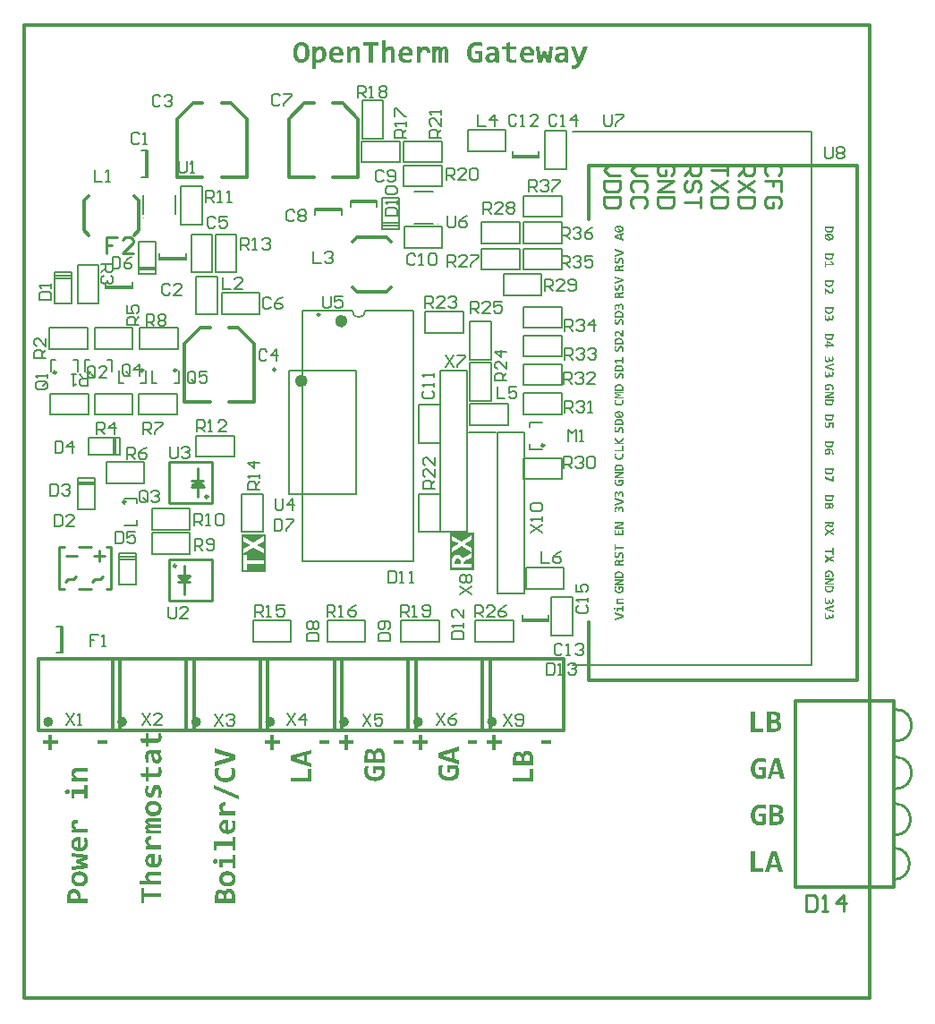
<source format=gto>
G04 Layer_Color=65535*
%FSLAX43Y43*%
%MOMM*%
G71*
G01*
G75*
%ADD10C,0.300*%
%ADD31C,0.500*%
%ADD45C,0.100*%
%ADD46C,0.250*%
%ADD47C,0.600*%
%ADD48C,0.200*%
%ADD49C,0.254*%
%ADD50C,0.203*%
G36*
X56692Y49044D02*
X56694Y49043D01*
X56695Y49039D01*
X56697Y49035D01*
X56701Y49023D01*
X56707Y49009D01*
X56714Y48990D01*
X56721Y48969D01*
X56726Y48948D01*
X56732Y48924D01*
Y48923D01*
Y48922D01*
X56733Y48919D01*
X56734Y48913D01*
X56735Y48907D01*
Y48900D01*
X56737Y48885D01*
X56740Y48864D01*
X56742Y48842D01*
X56743Y48817D01*
X56744Y48790D01*
Y48789D01*
Y48787D01*
Y48782D01*
Y48775D01*
X56743Y48767D01*
Y48758D01*
X56741Y48738D01*
X56737Y48714D01*
X56733Y48687D01*
X56727Y48660D01*
X56718Y48634D01*
Y48633D01*
X56717Y48631D01*
X56715Y48628D01*
X56713Y48623D01*
X56707Y48610D01*
X56698Y48594D01*
X56687Y48576D01*
X56673Y48555D01*
X56657Y48536D01*
X56639Y48517D01*
X56638D01*
X56637Y48515D01*
X56634Y48513D01*
X56630Y48509D01*
X56618Y48500D01*
X56603Y48490D01*
X56584Y48478D01*
X56562Y48465D01*
X56537Y48453D01*
X56509Y48443D01*
X56507D01*
X56505Y48441D01*
X56501Y48440D01*
X56495Y48439D01*
X56487Y48437D01*
X56478Y48435D01*
X56468Y48432D01*
X56457Y48430D01*
X56443Y48428D01*
X56430Y48426D01*
X56399Y48421D01*
X56364Y48419D01*
X56327Y48418D01*
X56309D01*
X56300Y48419D01*
X56290D01*
X56278Y48420D01*
X56265Y48421D01*
X56236Y48425D01*
X56205Y48429D01*
X56174Y48435D01*
X56142Y48444D01*
X56141D01*
X56139Y48445D01*
X56134Y48447D01*
X56129Y48449D01*
X56122Y48452D01*
X56113Y48455D01*
X56094Y48464D01*
X56072Y48475D01*
X56048Y48489D01*
X56026Y48505D01*
X56003Y48523D01*
X56002Y48524D01*
X56001Y48525D01*
X55998Y48528D01*
X55994Y48532D01*
X55983Y48543D01*
X55971Y48558D01*
X55957Y48577D01*
X55942Y48598D01*
X55929Y48623D01*
X55916Y48650D01*
Y48651D01*
X55915Y48653D01*
X55913Y48658D01*
X55912Y48664D01*
X55910Y48670D01*
X55906Y48679D01*
X55904Y48688D01*
X55901Y48700D01*
X55898Y48712D01*
X55896Y48726D01*
X55891Y48755D01*
X55887Y48788D01*
X55886Y48823D01*
Y48824D01*
Y48825D01*
Y48828D01*
Y48833D01*
Y48843D01*
X55887Y48858D01*
X55888Y48875D01*
X55891Y48893D01*
X55893Y48913D01*
X55896Y48933D01*
Y48934D01*
Y48935D01*
X55897Y48939D01*
X55898Y48942D01*
X55901Y48953D01*
X55903Y48968D01*
X55907Y48984D01*
X55911Y49003D01*
X55916Y49022D01*
X55922Y49043D01*
X56077D01*
X56076Y49040D01*
X56073Y49035D01*
X56069Y49025D01*
X56064Y49012D01*
X56059Y48996D01*
X56052Y48978D01*
X56046Y48959D01*
X56041Y48938D01*
Y48937D01*
X56039Y48935D01*
Y48932D01*
X56038Y48928D01*
X56036Y48917D01*
X56033Y48903D01*
X56030Y48885D01*
X56028Y48866D01*
X56027Y48845D01*
X56026Y48824D01*
Y48823D01*
Y48822D01*
Y48818D01*
Y48814D01*
X56027Y48802D01*
X56028Y48789D01*
X56030Y48773D01*
X56035Y48755D01*
X56039Y48737D01*
X56046Y48720D01*
X56047Y48718D01*
X56050Y48713D01*
X56054Y48704D01*
X56061Y48694D01*
X56070Y48683D01*
X56079Y48670D01*
X56091Y48658D01*
X56105Y48646D01*
X56106Y48644D01*
X56112Y48641D01*
X56119Y48635D01*
X56131Y48629D01*
X56143Y48621D01*
X56159Y48613D01*
X56177Y48606D01*
X56197Y48599D01*
X56198D01*
X56200Y48598D01*
X56203D01*
X56206Y48597D01*
X56218Y48595D01*
X56232Y48593D01*
X56250Y48589D01*
X56272Y48587D01*
X56294Y48586D01*
X56319Y48585D01*
X56330D01*
X56343Y48586D01*
X56359D01*
X56378Y48587D01*
X56398Y48589D01*
X56418Y48593D01*
X56439Y48596D01*
X56440D01*
X56441Y48597D01*
X56448Y48598D01*
X56458Y48602D01*
X56470Y48606D01*
X56484Y48611D01*
X56500Y48617D01*
X56514Y48626D01*
X56529Y48635D01*
X56530Y48637D01*
X56535Y48640D01*
X56541Y48647D01*
X56550Y48655D01*
X56559Y48664D01*
X56568Y48676D01*
X56577Y48690D01*
X56585Y48704D01*
X56586Y48707D01*
X56589Y48712D01*
X56591Y48721D01*
X56594Y48734D01*
X56599Y48748D01*
X56601Y48766D01*
X56603Y48787D01*
X56604Y48808D01*
Y48809D01*
Y48810D01*
Y48817D01*
Y48825D01*
Y48833D01*
Y48835D01*
X56603Y48840D01*
X56602Y48846D01*
X56601Y48853D01*
Y48855D01*
X56600Y48859D01*
X56598Y48866D01*
X56597Y48871D01*
Y48872D01*
X56595Y48877D01*
X56593Y48884D01*
X56591Y48890D01*
X56379D01*
Y48749D01*
X56250D01*
Y49045D01*
X56692D01*
Y49044D01*
D02*
G37*
G36*
X56730Y49573D02*
X56235Y49350D01*
X56129Y49305D01*
X56730D01*
Y49163D01*
X55900D01*
Y49354D01*
X56399Y49581D01*
X56496Y49621D01*
X55900D01*
Y49763D01*
X56730D01*
Y49573D01*
D02*
G37*
G36*
Y52776D02*
X56329Y52526D01*
X56730D01*
Y52367D01*
X55900D01*
Y52526D01*
X56278D01*
X55900Y52773D01*
Y52963D01*
X56297Y52681D01*
X56730Y52978D01*
Y52776D01*
D02*
G37*
G36*
X56697Y51491D02*
X56698Y51490D01*
X56700Y51483D01*
X56705Y51472D01*
X56709Y51458D01*
X56715Y51442D01*
X56721Y51424D01*
X56725Y51404D01*
X56730Y51385D01*
Y51383D01*
X56732Y51376D01*
X56733Y51366D01*
X56735Y51352D01*
X56737Y51336D01*
X56739Y51318D01*
X56741Y51298D01*
Y51277D01*
Y51276D01*
Y51274D01*
Y51268D01*
Y51262D01*
X56740Y51254D01*
Y51245D01*
X56737Y51224D01*
X56734Y51199D01*
X56730Y51173D01*
X56724Y51146D01*
X56715Y51119D01*
Y51118D01*
X56714Y51116D01*
X56713Y51112D01*
X56710Y51108D01*
X56704Y51095D01*
X56696Y51078D01*
X56684Y51060D01*
X56671Y51041D01*
X56655Y51022D01*
X56637Y51003D01*
X56636D01*
X56635Y51001D01*
X56631Y50998D01*
X56628Y50995D01*
X56617Y50987D01*
X56601Y50976D01*
X56582Y50965D01*
X56560Y50952D01*
X56535Y50941D01*
X56507Y50931D01*
X56506D01*
X56504Y50930D01*
X56500Y50928D01*
X56494Y50927D01*
X56486Y50925D01*
X56478Y50923D01*
X56468Y50921D01*
X56457Y50919D01*
X56443Y50917D01*
X56430Y50915D01*
X56399Y50910D01*
X56365Y50908D01*
X56328Y50907D01*
X56310D01*
X56301Y50908D01*
X56291D01*
X56278Y50909D01*
X56265Y50910D01*
X56237Y50914D01*
X56205Y50918D01*
X56174Y50924D01*
X56142Y50933D01*
X56141D01*
X56139Y50934D01*
X56134Y50936D01*
X56129Y50937D01*
X56122Y50941D01*
X56113Y50944D01*
X56094Y50953D01*
X56072Y50963D01*
X56050Y50977D01*
X56026Y50992D01*
X56004Y51010D01*
X56003Y51011D01*
X56002Y51012D01*
X55995Y51019D01*
X55985Y51029D01*
X55973Y51043D01*
X55958Y51060D01*
X55945Y51081D01*
X55931Y51104D01*
X55919Y51129D01*
Y51130D01*
X55918Y51133D01*
X55915Y51136D01*
X55914Y51142D01*
X55912Y51148D01*
X55909Y51156D01*
X55906Y51165D01*
X55903Y51175D01*
X55898Y51199D01*
X55893Y51226D01*
X55889Y51257D01*
X55888Y51288D01*
Y51289D01*
Y51293D01*
Y51298D01*
Y51306D01*
Y51314D01*
X55889Y51323D01*
X55891Y51342D01*
Y51343D01*
Y51347D01*
Y51351D01*
X55892Y51358D01*
X55893Y51373D01*
X55895Y51391D01*
Y51392D01*
X55896Y51395D01*
Y51400D01*
X55897Y51407D01*
X55898Y51413D01*
X55901Y51422D01*
X55904Y51440D01*
Y51442D01*
X55905Y51445D01*
X55906Y51449D01*
X55907Y51456D01*
X55910Y51464D01*
X55913Y51473D01*
X55919Y51492D01*
X56073D01*
Y51491D01*
X56072Y51490D01*
X56069Y51483D01*
X56064Y51473D01*
X56060Y51460D01*
X56053Y51443D01*
X56047Y51426D01*
X56042Y51408D01*
X56037Y51389D01*
Y51386D01*
X56035Y51381D01*
X56034Y51372D01*
X56032Y51359D01*
X56029Y51346D01*
X56028Y51331D01*
X56026Y51301D01*
Y51299D01*
Y51298D01*
Y51295D01*
Y51290D01*
X56027Y51279D01*
X56028Y51266D01*
X56032Y51250D01*
X56035Y51233D01*
X56041Y51216D01*
X56047Y51199D01*
X56048Y51197D01*
X56051Y51192D01*
X56056Y51184D01*
X56063Y51175D01*
X56071Y51164D01*
X56081Y51153D01*
X56094Y51142D01*
X56107Y51130D01*
X56109Y51129D01*
X56114Y51126D01*
X56122Y51121D01*
X56133Y51116D01*
X56147Y51109D01*
X56162Y51102D01*
X56180Y51096D01*
X56200Y51091D01*
X56202D01*
X56209Y51089D01*
X56220Y51087D01*
X56233Y51085D01*
X56251Y51083D01*
X56271Y51081D01*
X56292Y51080D01*
X56316Y51078D01*
X56327D01*
X56339Y51080D01*
X56356D01*
X56374Y51082D01*
X56395Y51084D01*
X56416Y51086D01*
X56436Y51091D01*
X56438D01*
X56439Y51092D01*
X56445Y51093D01*
X56456Y51096D01*
X56468Y51101D01*
X56481Y51107D01*
X56497Y51113D01*
X56512Y51122D01*
X56527Y51131D01*
X56528Y51133D01*
X56532Y51136D01*
X56539Y51143D01*
X56547Y51151D01*
X56556Y51160D01*
X56565Y51172D01*
X56574Y51186D01*
X56582Y51200D01*
X56583Y51202D01*
X56585Y51208D01*
X56588Y51217D01*
X56591Y51230D01*
X56595Y51244D01*
X56598Y51261D01*
X56600Y51280D01*
X56601Y51302D01*
Y51303D01*
Y51305D01*
Y51310D01*
Y51315D01*
X56600Y51330D01*
X56598Y51347D01*
Y51348D01*
X56597Y51351D01*
X56595Y51356D01*
X56594Y51363D01*
X56593Y51369D01*
X56591Y51378D01*
X56586Y51396D01*
Y51398D01*
X56585Y51401D01*
X56584Y51405D01*
X56582Y51412D01*
X56577Y51428D01*
X56571Y51446D01*
Y51447D01*
X56569Y51451D01*
X56567Y51455D01*
X56565Y51461D01*
X56558Y51477D01*
X56551Y51492D01*
X56697D01*
Y51491D01*
D02*
G37*
G36*
X56730Y51695D02*
X55900D01*
Y51854D01*
X56595D01*
Y52205D01*
X56730D01*
Y51695D01*
D02*
G37*
G36*
X56329Y50499D02*
X56339D01*
X56351Y50497D01*
X56363Y50496D01*
X56390Y50494D01*
X56419Y50489D01*
X56450Y50483D01*
X56480Y50475D01*
X56481D01*
X56484Y50474D01*
X56488Y50473D01*
X56494Y50470D01*
X56500Y50468D01*
X56507Y50465D01*
X56527Y50457D01*
X56547Y50447D01*
X56569Y50433D01*
X56592Y50418D01*
X56615Y50400D01*
X56616D01*
X56617Y50398D01*
X56624Y50391D01*
X56634Y50380D01*
X56646Y50365D01*
X56660Y50347D01*
X56674Y50325D01*
X56688Y50300D01*
X56700Y50272D01*
Y50271D01*
X56701Y50268D01*
X56703Y50264D01*
X56705Y50258D01*
X56707Y50250D01*
X56709Y50241D01*
X56713Y50230D01*
X56715Y50219D01*
X56717Y50205D01*
X56721Y50191D01*
X56723Y50176D01*
X56725Y50159D01*
X56728Y50123D01*
X56730Y50083D01*
Y49873D01*
X55900D01*
Y50118D01*
Y50120D01*
Y50123D01*
Y50127D01*
Y50134D01*
X55901Y50142D01*
Y50152D01*
X55902Y50162D01*
X55903Y50175D01*
X55905Y50201D01*
X55910Y50228D01*
X55916Y50257D01*
X55924Y50284D01*
Y50285D01*
X55926Y50288D01*
X55927Y50291D01*
X55929Y50297D01*
X55935Y50309D01*
X55942Y50326D01*
X55953Y50345D01*
X55965Y50365D01*
X55981Y50385D01*
X55998Y50404D01*
Y50405D01*
X56000Y50406D01*
X56007Y50412D01*
X56017Y50420D01*
X56032Y50431D01*
X56051Y50442D01*
X56072Y50453D01*
X56097Y50465D01*
X56124Y50475D01*
X56125D01*
X56127Y50476D01*
X56132Y50477D01*
X56138Y50478D01*
X56144Y50480D01*
X56153Y50483D01*
X56163Y50485D01*
X56175Y50487D01*
X56187Y50489D01*
X56201Y50492D01*
X56232Y50496D01*
X56266Y50499D01*
X56304Y50500D01*
X56320D01*
X56329Y50499D01*
D02*
G37*
G36*
X56730Y43744D02*
X55900D01*
Y44244D01*
X56032D01*
Y43903D01*
X56238D01*
Y44228D01*
X56366D01*
Y43903D01*
X56598D01*
Y44244D01*
X56730D01*
Y43744D01*
D02*
G37*
G36*
Y44811D02*
X56235Y44589D01*
X56129Y44544D01*
X56730D01*
Y44402D01*
X55900D01*
Y44592D01*
X56399Y44819D01*
X56496Y44860D01*
X55900D01*
Y45002D01*
X56730D01*
Y44811D01*
D02*
G37*
G36*
X56498Y47942D02*
X56513Y47940D01*
X56530Y47938D01*
X56549Y47933D01*
X56568Y47928D01*
X56588Y47920D01*
X56590Y47919D01*
X56595Y47915D01*
X56604Y47910D01*
X56616Y47903D01*
X56629Y47893D01*
X56643Y47880D01*
X56657Y47867D01*
X56671Y47850D01*
X56672Y47848D01*
X56677Y47841D01*
X56683Y47831D01*
X56690Y47817D01*
X56699Y47800D01*
X56708Y47780D01*
X56716Y47756D01*
X56724Y47730D01*
Y47729D01*
X56725Y47727D01*
Y47723D01*
X56726Y47718D01*
X56728Y47711D01*
X56730Y47703D01*
X56731Y47693D01*
X56733Y47683D01*
X56734Y47670D01*
X56736Y47658D01*
X56739Y47630D01*
X56741Y47597D01*
X56742Y47562D01*
Y47561D01*
Y47559D01*
Y47554D01*
Y47549D01*
Y47542D01*
Y47534D01*
X56741Y47516D01*
Y47515D01*
Y47511D01*
Y47507D01*
X56740Y47501D01*
X56739Y47486D01*
X56737Y47469D01*
Y47467D01*
Y47465D01*
Y47461D01*
X56736Y47455D01*
X56735Y47440D01*
X56734Y47423D01*
Y47422D01*
Y47420D01*
X56733Y47416D01*
Y47410D01*
X56731Y47398D01*
X56730Y47384D01*
X56595D01*
Y47386D01*
X56597Y47391D01*
X56598Y47399D01*
X56600Y47410D01*
X56602Y47423D01*
X56604Y47438D01*
X56606Y47455D01*
X56608Y47473D01*
Y47474D01*
Y47475D01*
X56609Y47482D01*
Y47491D01*
X56610Y47505D01*
X56611Y47520D01*
Y47537D01*
X56612Y47557D01*
Y47577D01*
Y47578D01*
Y47579D01*
Y47586D01*
Y47596D01*
X56611Y47608D01*
X56610Y47622D01*
X56609Y47638D01*
X56607Y47654D01*
X56604Y47668D01*
Y47670D01*
X56602Y47675D01*
X56601Y47682D01*
X56598Y47691D01*
X56594Y47701D01*
X56590Y47711D01*
X56584Y47721D01*
X56578Y47731D01*
X56577Y47732D01*
X56575Y47736D01*
X56572Y47740D01*
X56567Y47745D01*
X56560Y47752D01*
X56554Y47757D01*
X56546Y47763D01*
X56537Y47767D01*
X56536Y47769D01*
X56532Y47770D01*
X56528Y47772D01*
X56520Y47774D01*
X56512Y47776D01*
X56503Y47778D01*
X56492Y47780D01*
X56476D01*
X56470Y47779D01*
X56463D01*
X56448Y47774D01*
X56440Y47772D01*
X56431Y47767D01*
X56430D01*
X56427Y47765D01*
X56423Y47762D01*
X56417Y47758D01*
X56412Y47753D01*
X56406Y47746D01*
X56399Y47739D01*
X56394Y47730D01*
X56392Y47729D01*
X56391Y47726D01*
X56388Y47720D01*
X56385Y47713D01*
X56380Y47704D01*
X56377Y47693D01*
X56372Y47681D01*
X56369Y47667D01*
Y47665D01*
X56368Y47660D01*
X56365Y47652D01*
X56364Y47641D01*
X56362Y47628D01*
X56361Y47613D01*
X56360Y47595D01*
Y47576D01*
Y47484D01*
X56241D01*
Y47568D01*
Y47569D01*
Y47570D01*
Y47576D01*
Y47585D01*
X56240Y47597D01*
X56239Y47610D01*
X56238Y47623D01*
X56236Y47638D01*
X56232Y47650D01*
Y47651D01*
X56230Y47656D01*
X56228Y47661D01*
X56225Y47669D01*
X56216Y47686D01*
X56212Y47694D01*
X56206Y47702D01*
X56205Y47703D01*
X56203Y47705D01*
X56200Y47709D01*
X56195Y47713D01*
X56183Y47722D01*
X56175Y47727D01*
X56167Y47730D01*
X56166D01*
X56162Y47731D01*
X56158Y47734D01*
X56152Y47735D01*
X56145Y47737D01*
X56138Y47738D01*
X56119Y47739D01*
X56112D01*
X56103Y47737D01*
X56091Y47735D01*
X56079Y47731D01*
X56065Y47725D01*
X56053Y47717D01*
X56043Y47705D01*
X56042Y47704D01*
X56038Y47700D01*
X56034Y47692D01*
X56029Y47681D01*
X56025Y47666D01*
X56020Y47649D01*
X56017Y47628D01*
X56016Y47604D01*
Y47602D01*
Y47595D01*
Y47586D01*
X56017Y47573D01*
X56018Y47558D01*
X56020Y47542D01*
X56026Y47506D01*
Y47504D01*
X56027Y47498D01*
X56029Y47488D01*
X56033Y47475D01*
X56036Y47461D01*
X56041Y47444D01*
X56045Y47426D01*
X56051Y47407D01*
X55921D01*
Y47408D01*
X55920Y47411D01*
X55918Y47417D01*
X55915Y47423D01*
X55913Y47432D01*
X55911Y47442D01*
X55906Y47461D01*
Y47462D01*
X55905Y47465D01*
X55904Y47471D01*
X55902Y47476D01*
X55901Y47484D01*
X55898Y47493D01*
X55895Y47513D01*
Y47514D01*
X55894Y47517D01*
Y47523D01*
X55893Y47529D01*
X55892Y47537D01*
X55891Y47546D01*
X55888Y47566D01*
Y47567D01*
Y47570D01*
X55887Y47576D01*
Y47582D01*
Y47592D01*
X55886Y47601D01*
Y47621D01*
Y47622D01*
Y47624D01*
Y47628D01*
Y47632D01*
X55887Y47646D01*
X55888Y47661D01*
X55889Y47681D01*
X55892Y47700D01*
X55896Y47721D01*
X55901Y47740D01*
Y47742D01*
X55902Y47743D01*
X55903Y47749D01*
X55906Y47758D01*
X55911Y47771D01*
X55918Y47784D01*
X55924Y47799D01*
X55932Y47814D01*
X55942Y47827D01*
X55944Y47828D01*
X55947Y47833D01*
X55953Y47840D01*
X55960Y47848D01*
X55971Y47857D01*
X55982Y47866D01*
X55994Y47873D01*
X56009Y47881D01*
X56011Y47882D01*
X56016Y47885D01*
X56024Y47887D01*
X56034Y47890D01*
X56046Y47894D01*
X56061Y47897D01*
X56078Y47898D01*
X56095Y47899D01*
X56107D01*
X56114Y47898D01*
X56121Y47897D01*
X56139Y47895D01*
X56158Y47890D01*
X56178Y47885D01*
X56198Y47876D01*
X56216Y47864D01*
X56219Y47863D01*
X56224Y47858D01*
X56232Y47850D01*
X56242Y47840D01*
X56254Y47825D01*
X56266Y47809D01*
X56277Y47790D01*
X56288Y47767D01*
Y47770D01*
X56289Y47774D01*
X56291Y47782D01*
X56293Y47791D01*
X56295Y47802D01*
X56300Y47815D01*
X56310Y47840D01*
X56311Y47841D01*
X56312Y47845D01*
X56316Y47851D01*
X56320Y47859D01*
X56326Y47868D01*
X56333Y47877D01*
X56350Y47895D01*
X56351Y47896D01*
X56354Y47898D01*
X56359Y47903D01*
X56365Y47908D01*
X56374Y47914D01*
X56383Y47920D01*
X56406Y47931D01*
X56407Y47932D01*
X56412Y47933D01*
X56418Y47935D01*
X56426Y47938D01*
X56436Y47940D01*
X56449Y47941D01*
X56462Y47943D01*
X56486D01*
X56498Y47942D01*
D02*
G37*
G36*
Y46512D02*
X56513Y46510D01*
X56530Y46508D01*
X56549Y46503D01*
X56568Y46498D01*
X56588Y46490D01*
X56590Y46489D01*
X56595Y46485D01*
X56604Y46480D01*
X56616Y46473D01*
X56629Y46463D01*
X56643Y46450D01*
X56657Y46437D01*
X56671Y46420D01*
X56672Y46418D01*
X56677Y46411D01*
X56683Y46401D01*
X56690Y46387D01*
X56699Y46370D01*
X56708Y46350D01*
X56716Y46326D01*
X56724Y46300D01*
Y46299D01*
X56725Y46297D01*
Y46293D01*
X56726Y46288D01*
X56728Y46281D01*
X56730Y46273D01*
X56731Y46263D01*
X56733Y46253D01*
X56734Y46240D01*
X56736Y46228D01*
X56739Y46200D01*
X56741Y46167D01*
X56742Y46132D01*
Y46131D01*
Y46129D01*
Y46124D01*
Y46119D01*
Y46112D01*
Y46104D01*
X56741Y46086D01*
Y46085D01*
Y46081D01*
Y46077D01*
X56740Y46071D01*
X56739Y46056D01*
X56737Y46039D01*
Y46037D01*
Y46035D01*
Y46031D01*
X56736Y46025D01*
X56735Y46010D01*
X56734Y45993D01*
Y45992D01*
Y45990D01*
X56733Y45986D01*
Y45980D01*
X56731Y45968D01*
X56730Y45954D01*
X56595D01*
Y45956D01*
X56597Y45961D01*
X56598Y45969D01*
X56600Y45980D01*
X56602Y45993D01*
X56604Y46008D01*
X56606Y46025D01*
X56608Y46043D01*
Y46044D01*
Y46045D01*
X56609Y46052D01*
Y46061D01*
X56610Y46075D01*
X56611Y46090D01*
Y46107D01*
X56612Y46127D01*
Y46147D01*
Y46148D01*
Y46149D01*
Y46156D01*
Y46166D01*
X56611Y46178D01*
X56610Y46192D01*
X56609Y46208D01*
X56607Y46224D01*
X56604Y46238D01*
Y46240D01*
X56602Y46245D01*
X56601Y46252D01*
X56598Y46261D01*
X56594Y46271D01*
X56590Y46281D01*
X56584Y46291D01*
X56578Y46301D01*
X56577Y46302D01*
X56575Y46306D01*
X56572Y46310D01*
X56567Y46315D01*
X56560Y46322D01*
X56554Y46327D01*
X56546Y46333D01*
X56537Y46337D01*
X56536Y46339D01*
X56532Y46340D01*
X56528Y46342D01*
X56520Y46344D01*
X56512Y46346D01*
X56503Y46348D01*
X56492Y46350D01*
X56476D01*
X56470Y46349D01*
X56463D01*
X56448Y46344D01*
X56440Y46342D01*
X56431Y46337D01*
X56430D01*
X56427Y46335D01*
X56423Y46332D01*
X56417Y46328D01*
X56412Y46323D01*
X56406Y46316D01*
X56399Y46309D01*
X56394Y46300D01*
X56392Y46299D01*
X56391Y46296D01*
X56388Y46290D01*
X56385Y46283D01*
X56380Y46274D01*
X56377Y46263D01*
X56372Y46251D01*
X56369Y46237D01*
Y46235D01*
X56368Y46230D01*
X56365Y46222D01*
X56364Y46211D01*
X56362Y46198D01*
X56361Y46183D01*
X56360Y46165D01*
Y46146D01*
Y46054D01*
X56241D01*
Y46138D01*
Y46139D01*
Y46140D01*
Y46146D01*
Y46155D01*
X56240Y46167D01*
X56239Y46180D01*
X56238Y46193D01*
X56236Y46208D01*
X56232Y46220D01*
Y46221D01*
X56230Y46226D01*
X56228Y46231D01*
X56225Y46239D01*
X56216Y46256D01*
X56212Y46264D01*
X56206Y46272D01*
X56205Y46273D01*
X56203Y46275D01*
X56200Y46279D01*
X56195Y46283D01*
X56183Y46292D01*
X56175Y46297D01*
X56167Y46300D01*
X56166D01*
X56162Y46301D01*
X56158Y46304D01*
X56152Y46305D01*
X56145Y46307D01*
X56138Y46308D01*
X56119Y46309D01*
X56112D01*
X56103Y46307D01*
X56091Y46305D01*
X56079Y46301D01*
X56065Y46295D01*
X56053Y46287D01*
X56043Y46275D01*
X56042Y46274D01*
X56038Y46270D01*
X56034Y46262D01*
X56029Y46251D01*
X56025Y46236D01*
X56020Y46219D01*
X56017Y46198D01*
X56016Y46174D01*
Y46172D01*
Y46165D01*
Y46156D01*
X56017Y46143D01*
X56018Y46128D01*
X56020Y46112D01*
X56026Y46076D01*
Y46074D01*
X56027Y46068D01*
X56029Y46058D01*
X56033Y46045D01*
X56036Y46031D01*
X56041Y46014D01*
X56045Y45996D01*
X56051Y45977D01*
X55921D01*
Y45978D01*
X55920Y45981D01*
X55918Y45987D01*
X55915Y45993D01*
X55913Y46002D01*
X55911Y46012D01*
X55906Y46031D01*
Y46032D01*
X55905Y46035D01*
X55904Y46041D01*
X55902Y46046D01*
X55901Y46054D01*
X55898Y46063D01*
X55895Y46083D01*
Y46084D01*
X55894Y46087D01*
Y46093D01*
X55893Y46099D01*
X55892Y46107D01*
X55891Y46116D01*
X55888Y46136D01*
Y46137D01*
Y46140D01*
X55887Y46146D01*
Y46152D01*
Y46162D01*
X55886Y46171D01*
Y46191D01*
Y46192D01*
Y46194D01*
Y46198D01*
Y46202D01*
X55887Y46216D01*
X55888Y46231D01*
X55889Y46251D01*
X55892Y46270D01*
X55896Y46291D01*
X55901Y46310D01*
Y46312D01*
X55902Y46313D01*
X55903Y46319D01*
X55906Y46328D01*
X55911Y46341D01*
X55918Y46354D01*
X55924Y46369D01*
X55932Y46384D01*
X55942Y46397D01*
X55944Y46398D01*
X55947Y46403D01*
X55953Y46410D01*
X55960Y46418D01*
X55971Y46427D01*
X55982Y46436D01*
X55994Y46443D01*
X56009Y46451D01*
X56011Y46452D01*
X56016Y46455D01*
X56024Y46457D01*
X56034Y46460D01*
X56046Y46464D01*
X56061Y46467D01*
X56078Y46468D01*
X56095Y46469D01*
X56107D01*
X56114Y46468D01*
X56121Y46467D01*
X56139Y46465D01*
X56158Y46460D01*
X56178Y46455D01*
X56198Y46446D01*
X56216Y46434D01*
X56219Y46433D01*
X56224Y46428D01*
X56232Y46420D01*
X56242Y46410D01*
X56254Y46395D01*
X56266Y46379D01*
X56277Y46360D01*
X56288Y46337D01*
Y46340D01*
X56289Y46344D01*
X56291Y46352D01*
X56293Y46361D01*
X56295Y46372D01*
X56300Y46385D01*
X56310Y46410D01*
X56311Y46411D01*
X56312Y46415D01*
X56316Y46421D01*
X56320Y46429D01*
X56326Y46438D01*
X56333Y46447D01*
X56350Y46465D01*
X56351Y46466D01*
X56354Y46468D01*
X56359Y46473D01*
X56365Y46478D01*
X56374Y46484D01*
X56383Y46490D01*
X56406Y46501D01*
X56407Y46502D01*
X56412Y46503D01*
X56418Y46505D01*
X56426Y46508D01*
X56436Y46510D01*
X56449Y46511D01*
X56462Y46513D01*
X56486D01*
X56498Y46512D01*
D02*
G37*
G36*
X56730Y47041D02*
Y46834D01*
X55900Y46581D01*
Y46758D01*
X56400Y46898D01*
X56564Y46943D01*
X56390Y46990D01*
X55900Y47129D01*
Y47295D01*
X56730Y47041D01*
D02*
G37*
G36*
X56329Y59893D02*
X56339D01*
X56351Y59892D01*
X56363Y59890D01*
X56390Y59888D01*
X56419Y59884D01*
X56450Y59877D01*
X56480Y59869D01*
X56481D01*
X56484Y59868D01*
X56488Y59867D01*
X56494Y59864D01*
X56500Y59862D01*
X56507Y59859D01*
X56527Y59851D01*
X56547Y59841D01*
X56569Y59827D01*
X56592Y59813D01*
X56615Y59795D01*
X56616D01*
X56617Y59792D01*
X56624Y59786D01*
X56634Y59774D01*
X56646Y59760D01*
X56660Y59742D01*
X56674Y59719D01*
X56688Y59694D01*
X56700Y59666D01*
Y59665D01*
X56701Y59663D01*
X56703Y59658D01*
X56705Y59652D01*
X56707Y59645D01*
X56709Y59636D01*
X56713Y59624D01*
X56715Y59613D01*
X56717Y59599D01*
X56721Y59585D01*
X56723Y59570D01*
X56725Y59553D01*
X56728Y59517D01*
X56730Y59478D01*
Y59267D01*
X55900D01*
Y59513D01*
Y59514D01*
Y59517D01*
Y59522D01*
Y59528D01*
X55901Y59536D01*
Y59546D01*
X55902Y59557D01*
X55903Y59569D01*
X55905Y59595D01*
X55910Y59622D01*
X55916Y59651D01*
X55924Y59678D01*
Y59680D01*
X55926Y59682D01*
X55927Y59685D01*
X55929Y59691D01*
X55935Y59703D01*
X55942Y59720D01*
X55953Y59739D01*
X55965Y59760D01*
X55981Y59779D01*
X55998Y59798D01*
Y59799D01*
X56000Y59800D01*
X56007Y59806D01*
X56017Y59814D01*
X56032Y59825D01*
X56051Y59836D01*
X56072Y59848D01*
X56097Y59859D01*
X56124Y59869D01*
X56125D01*
X56127Y59870D01*
X56132Y59871D01*
X56138Y59872D01*
X56144Y59875D01*
X56153Y59877D01*
X56163Y59879D01*
X56175Y59881D01*
X56187Y59884D01*
X56201Y59886D01*
X56232Y59890D01*
X56266Y59893D01*
X56304Y59894D01*
X56320D01*
X56329Y59893D01*
D02*
G37*
G36*
X56730Y60025D02*
X56592D01*
Y60236D01*
X56060D01*
X56160Y60051D01*
X56034Y60001D01*
X55895Y60264D01*
Y60395D01*
X56592D01*
Y60577D01*
X56730D01*
Y60025D01*
D02*
G37*
G36*
X56503Y59144D02*
X56520Y59142D01*
X56538Y59138D01*
X56558Y59134D01*
X56578Y59128D01*
X56598Y59119D01*
X56600Y59118D01*
X56606Y59115D01*
X56615Y59109D01*
X56627Y59101D01*
X56639Y59091D01*
X56653Y59080D01*
X56668Y59065D01*
X56680Y59049D01*
X56681Y59047D01*
X56686Y59041D01*
X56691Y59031D01*
X56698Y59019D01*
X56706Y59003D01*
X56714Y58985D01*
X56722Y58965D01*
X56728Y58942D01*
Y58941D01*
X56730Y58940D01*
Y58936D01*
X56731Y58931D01*
X56732Y58925D01*
X56733Y58918D01*
X56736Y58901D01*
X56740Y58881D01*
X56742Y58859D01*
X56743Y58833D01*
X56744Y58806D01*
Y58804D01*
Y58802D01*
Y58799D01*
Y58794D01*
Y58782D01*
X56743Y58765D01*
X56742Y58746D01*
X56741Y58724D01*
X56739Y58702D01*
X56736Y58679D01*
Y58678D01*
Y58677D01*
X56735Y58674D01*
Y58669D01*
X56733Y58657D01*
X56731Y58642D01*
X56727Y58623D01*
X56723Y58604D01*
X56718Y58582D01*
X56712Y58560D01*
X56557D01*
Y58561D01*
X56558Y58564D01*
X56560Y58570D01*
X56563Y58578D01*
X56566Y58587D01*
X56569Y58597D01*
X56576Y58619D01*
Y58621D01*
X56577Y58625D01*
X56580Y58632D01*
X56582Y58640D01*
X56584Y58650D01*
X56586Y58660D01*
X56592Y58684D01*
Y58685D01*
X56593Y58689D01*
X56594Y58696D01*
X56595Y58704D01*
X56598Y58714D01*
X56599Y58724D01*
X56602Y58748D01*
Y58749D01*
Y58754D01*
X56603Y58759D01*
Y58767D01*
X56604Y58777D01*
Y58787D01*
X56606Y58809D01*
Y58811D01*
Y58817D01*
Y58825D01*
X56604Y58835D01*
Y58847D01*
X56602Y58860D01*
X56601Y58872D01*
X56599Y58884D01*
Y58886D01*
X56598Y58890D01*
X56595Y58896D01*
X56593Y58902D01*
X56586Y58919D01*
X56582Y58927D01*
X56577Y58935D01*
X56576Y58936D01*
X56575Y58939D01*
X56572Y58942D01*
X56568Y58946D01*
X56558Y58957D01*
X56546Y58965D01*
X56545D01*
X56542Y58966D01*
X56539Y58968D01*
X56533Y58969D01*
X56521Y58972D01*
X56505Y58974D01*
X56500D01*
X56494Y58972D01*
X56487Y58971D01*
X56479Y58969D01*
X56471Y58966D01*
X56462Y58961D01*
X56454Y58955D01*
X56453Y58954D01*
X56451Y58952D01*
X56448Y58949D01*
X56442Y58943D01*
X56436Y58936D01*
X56431Y58928D01*
X56424Y58919D01*
X56418Y58909D01*
X56417Y58908D01*
X56416Y58905D01*
X56413Y58898D01*
X56409Y58890D01*
X56405Y58881D01*
X56400Y58870D01*
X56395Y58857D01*
X56390Y58844D01*
X56389Y58843D01*
X56388Y58838D01*
X56385Y58830D01*
X56381Y58821D01*
X56378Y58810D01*
X56372Y58798D01*
X56362Y58769D01*
X56361Y58768D01*
X56360Y58763D01*
X56356Y58756D01*
X56352Y58746D01*
X56347Y58734D01*
X56342Y58722D01*
X56329Y58695D01*
X56328Y58694D01*
X56326Y58689D01*
X56321Y58683D01*
X56316Y58674D01*
X56309Y58663D01*
X56301Y58652D01*
X56283Y58630D01*
X56282Y58628D01*
X56278Y58625D01*
X56273Y58619D01*
X56265Y58614D01*
X56256Y58606D01*
X56245Y58599D01*
X56232Y58591D01*
X56219Y58584D01*
X56216Y58583D01*
X56212Y58582D01*
X56204Y58579D01*
X56193Y58577D01*
X56179Y58573D01*
X56163Y58570D01*
X56147Y58569D01*
X56127Y58568D01*
X56118D01*
X56109Y58569D01*
X56097Y58570D01*
X56083Y58572D01*
X56068Y58574D01*
X56051Y58579D01*
X56035Y58584D01*
X56033Y58586D01*
X56027Y58588D01*
X56019Y58592D01*
X56009Y58598D01*
X55997Y58606D01*
X55984Y58616D01*
X55971Y58627D01*
X55958Y58641D01*
X55957Y58643D01*
X55953Y58648D01*
X55947Y58657D01*
X55939Y58668D01*
X55931Y58681D01*
X55922Y58698D01*
X55914Y58718D01*
X55906Y58739D01*
Y58740D01*
X55905Y58741D01*
X55904Y58745D01*
X55903Y58749D01*
X55902Y58756D01*
X55900Y58763D01*
X55896Y58780D01*
X55893Y58800D01*
X55889Y58825D01*
X55887Y58852D01*
X55886Y58882D01*
Y58883D01*
Y58887D01*
Y58891D01*
Y58898D01*
Y58906D01*
X55887Y58915D01*
X55888Y58934D01*
Y58935D01*
Y58939D01*
X55889Y58944D01*
Y58951D01*
X55891Y58959D01*
X55892Y58968D01*
X55895Y58987D01*
Y58988D01*
Y58992D01*
X55896Y58997D01*
X55897Y59004D01*
X55900Y59020D01*
X55903Y59038D01*
Y59039D01*
X55904Y59042D01*
Y59047D01*
X55905Y59052D01*
X55909Y59068D01*
X55912Y59084D01*
X56055D01*
Y59083D01*
X56054Y59081D01*
X56053Y59076D01*
X56051Y59071D01*
X56046Y59056D01*
X56042Y59039D01*
Y59038D01*
X56041Y59034D01*
X56039Y59030D01*
X56037Y59024D01*
X56036Y59016D01*
X56034Y59008D01*
X56030Y58989D01*
Y58988D01*
X56029Y58985D01*
Y58980D01*
X56028Y58974D01*
X56027Y58966D01*
X56026Y58957D01*
X56024Y58937D01*
Y58936D01*
X56022Y58933D01*
Y58928D01*
X56021Y58922D01*
X56020Y58906D01*
Y58888D01*
Y58886D01*
Y58881D01*
Y58873D01*
X56021Y58863D01*
Y58853D01*
X56022Y58840D01*
X56025Y58829D01*
X56027Y58818D01*
Y58817D01*
X56028Y58813D01*
X56029Y58808D01*
X56032Y58801D01*
X56038Y58786D01*
X56046Y58771D01*
Y58769D01*
X56048Y58767D01*
X56054Y58760D01*
X56063Y58752D01*
X56074Y58745D01*
X56076D01*
X56078Y58743D01*
X56081Y58742D01*
X56086Y58741D01*
X56098Y58738D01*
X56113Y58737D01*
X56117D01*
X56122Y58738D01*
X56129Y58739D01*
X56135Y58741D01*
X56143Y58743D01*
X56150Y58748D01*
X56158Y58754D01*
X56159Y58755D01*
X56161Y58757D01*
X56165Y58760D01*
X56169Y58766D01*
X56174Y58773D01*
X56179Y58781D01*
X56186Y58790D01*
X56192Y58800D01*
X56193Y58801D01*
X56194Y58806D01*
X56197Y58811D01*
X56201Y58819D01*
X56205Y58829D01*
X56210Y58839D01*
X56214Y58852D01*
X56220Y58865D01*
Y58866D01*
X56222Y58872D01*
X56224Y58879D01*
X56228Y58888D01*
X56232Y58899D01*
X56237Y58912D01*
X56247Y58940D01*
X56248Y58942D01*
X56249Y58946D01*
X56253Y58954D01*
X56257Y58965D01*
X56262Y58976D01*
X56267Y58988D01*
X56281Y59015D01*
X56282Y59016D01*
X56284Y59021D01*
X56289Y59029D01*
X56293Y59037D01*
X56300Y59047D01*
X56308Y59058D01*
X56327Y59081D01*
X56328Y59082D01*
X56332Y59085D01*
X56337Y59091D01*
X56345Y59098D01*
X56354Y59104D01*
X56365Y59112D01*
X56378Y59120D01*
X56391Y59127D01*
X56392Y59128D01*
X56398Y59130D01*
X56406Y59133D01*
X56416Y59136D01*
X56430Y59139D01*
X56444Y59143D01*
X56461Y59144D01*
X56479Y59145D01*
X56491D01*
X56503Y59144D01*
D02*
G37*
G36*
X56329Y62444D02*
X56339D01*
X56351Y62442D01*
X56363Y62441D01*
X56390Y62439D01*
X56419Y62435D01*
X56450Y62428D01*
X56480Y62420D01*
X56481D01*
X56484Y62419D01*
X56488Y62418D01*
X56494Y62415D01*
X56500Y62413D01*
X56507Y62410D01*
X56527Y62402D01*
X56547Y62392D01*
X56569Y62378D01*
X56592Y62363D01*
X56615Y62345D01*
X56616D01*
X56617Y62343D01*
X56624Y62336D01*
X56634Y62325D01*
X56646Y62310D01*
X56660Y62292D01*
X56674Y62270D01*
X56688Y62245D01*
X56700Y62217D01*
Y62216D01*
X56701Y62213D01*
X56703Y62209D01*
X56705Y62203D01*
X56707Y62195D01*
X56709Y62186D01*
X56713Y62175D01*
X56715Y62164D01*
X56717Y62150D01*
X56721Y62136D01*
X56723Y62121D01*
X56725Y62104D01*
X56728Y62068D01*
X56730Y62029D01*
Y61818D01*
X55900D01*
Y62063D01*
Y62065D01*
Y62068D01*
Y62073D01*
Y62079D01*
X55901Y62087D01*
Y62097D01*
X55902Y62107D01*
X55903Y62120D01*
X55905Y62146D01*
X55910Y62173D01*
X55916Y62202D01*
X55924Y62229D01*
Y62230D01*
X55926Y62233D01*
X55927Y62236D01*
X55929Y62242D01*
X55935Y62254D01*
X55942Y62271D01*
X55953Y62290D01*
X55965Y62310D01*
X55981Y62330D01*
X55998Y62349D01*
Y62350D01*
X56000Y62351D01*
X56007Y62357D01*
X56017Y62365D01*
X56032Y62376D01*
X56051Y62387D01*
X56072Y62398D01*
X56097Y62410D01*
X56124Y62420D01*
X56125D01*
X56127Y62421D01*
X56132Y62422D01*
X56138Y62423D01*
X56144Y62425D01*
X56153Y62428D01*
X56163Y62430D01*
X56175Y62432D01*
X56187Y62435D01*
X56201Y62437D01*
X56232Y62441D01*
X56266Y62444D01*
X56304Y62445D01*
X56320D01*
X56329Y62444D01*
D02*
G37*
G36*
X56730Y62561D02*
X56616D01*
X56419Y62756D01*
X56418Y62757D01*
X56417Y62758D01*
X56410Y62765D01*
X56400Y62775D01*
X56387Y62788D01*
X56372Y62802D01*
X56356Y62817D01*
X56341Y62830D01*
X56325Y62844D01*
X56322Y62845D01*
X56318Y62850D01*
X56310Y62855D01*
X56301Y62863D01*
X56290Y62871D01*
X56277Y62880D01*
X56265Y62888D01*
X56254Y62896D01*
X56253Y62897D01*
X56248Y62899D01*
X56242Y62901D01*
X56235Y62906D01*
X56225Y62909D01*
X56215Y62914D01*
X56205Y62917D01*
X56195Y62919D01*
X56194D01*
X56191Y62921D01*
X56185Y62922D01*
X56178Y62923D01*
X56169Y62924D01*
X56160Y62925D01*
X56140Y62926D01*
X56131D01*
X56125Y62925D01*
X56110Y62923D01*
X56095Y62918D01*
X56094D01*
X56091Y62917D01*
X56087Y62915D01*
X56082Y62913D01*
X56070Y62906D01*
X56059Y62896D01*
X56057Y62895D01*
X56056Y62894D01*
X56053Y62890D01*
X56050Y62886D01*
X56042Y62874D01*
X56034Y62859D01*
Y62857D01*
X56033Y62855D01*
X56030Y62851D01*
X56028Y62844D01*
X56027Y62837D01*
X56025Y62828D01*
X56024Y62809D01*
Y62807D01*
Y62801D01*
X56025Y62791D01*
X56026Y62778D01*
X56029Y62765D01*
X56033Y62749D01*
X56038Y62733D01*
X56045Y62718D01*
X56046Y62715D01*
X56048Y62711D01*
X56054Y62703D01*
X56060Y62692D01*
X56069Y62680D01*
X56078Y62667D01*
X56089Y62653D01*
X56101Y62639D01*
X55997Y62557D01*
X55995Y62559D01*
X55994Y62560D01*
X55992Y62563D01*
X55989Y62566D01*
X55980Y62578D01*
X55968Y62592D01*
X55955Y62610D01*
X55941Y62631D01*
X55929Y62653D01*
X55916Y62678D01*
Y62679D01*
X55915Y62682D01*
X55913Y62685D01*
X55912Y62691D01*
X55910Y62696D01*
X55906Y62704D01*
X55901Y62722D01*
X55896Y62744D01*
X55891Y62768D01*
X55887Y62795D01*
X55886Y62825D01*
Y62826D01*
Y62827D01*
Y62830D01*
Y62835D01*
X55887Y62846D01*
X55888Y62862D01*
X55889Y62879D01*
X55893Y62897D01*
X55896Y62916D01*
X55902Y62935D01*
Y62936D01*
X55903Y62938D01*
X55905Y62943D01*
X55909Y62953D01*
X55913Y62965D01*
X55920Y62978D01*
X55928Y62992D01*
X55937Y63006D01*
X55948Y63020D01*
X55949Y63021D01*
X55954Y63025D01*
X55960Y63032D01*
X55969Y63040D01*
X55980Y63048D01*
X55993Y63057D01*
X56008Y63066D01*
X56025Y63074D01*
X56027Y63075D01*
X56033Y63077D01*
X56042Y63081D01*
X56055Y63084D01*
X56070Y63088D01*
X56088Y63091D01*
X56108Y63093D01*
X56130Y63094D01*
X56138D01*
X56148Y63093D01*
X56160D01*
X56174Y63091D01*
X56189Y63089D01*
X56206Y63085D01*
X56222Y63081D01*
X56224Y63080D01*
X56229Y63078D01*
X56238Y63075D01*
X56248Y63071D01*
X56262Y63065D01*
X56275Y63058D01*
X56290Y63050D01*
X56306Y63041D01*
X56308Y63040D01*
X56312Y63037D01*
X56320Y63031D01*
X56330Y63024D01*
X56343Y63015D01*
X56357Y63005D01*
X56372Y62993D01*
X56387Y62979D01*
X56389Y62978D01*
X56394Y62972D01*
X56401Y62965D01*
X56413Y62954D01*
X56425Y62942D01*
X56440Y62927D01*
X56456Y62912D01*
X56472Y62895D01*
X56586Y62774D01*
Y63124D01*
X56730D01*
Y62561D01*
D02*
G37*
G36*
X56697Y56593D02*
X56698Y56592D01*
X56700Y56585D01*
X56705Y56574D01*
X56709Y56560D01*
X56715Y56543D01*
X56721Y56525D01*
X56725Y56506D01*
X56730Y56487D01*
Y56485D01*
X56732Y56478D01*
X56733Y56468D01*
X56735Y56454D01*
X56737Y56437D01*
X56739Y56419D01*
X56741Y56400D01*
Y56379D01*
Y56378D01*
Y56375D01*
Y56370D01*
Y56364D01*
X56740Y56356D01*
Y56347D01*
X56737Y56326D01*
X56734Y56301D01*
X56730Y56275D01*
X56724Y56248D01*
X56715Y56221D01*
Y56220D01*
X56714Y56217D01*
X56713Y56214D01*
X56710Y56210D01*
X56704Y56197D01*
X56696Y56180D01*
X56685Y56162D01*
X56671Y56143D01*
X56655Y56124D01*
X56637Y56105D01*
X56636D01*
X56635Y56102D01*
X56631Y56100D01*
X56628Y56097D01*
X56617Y56089D01*
X56601Y56078D01*
X56582Y56066D01*
X56560Y56054D01*
X56535Y56043D01*
X56507Y56032D01*
X56506D01*
X56504Y56031D01*
X56500Y56030D01*
X56494Y56029D01*
X56486Y56027D01*
X56478Y56025D01*
X56468Y56022D01*
X56457Y56021D01*
X56443Y56019D01*
X56430Y56017D01*
X56399Y56012D01*
X56365Y56010D01*
X56328Y56009D01*
X56310D01*
X56301Y56010D01*
X56291D01*
X56278Y56011D01*
X56265Y56012D01*
X56237Y56016D01*
X56205Y56020D01*
X56174Y56026D01*
X56142Y56035D01*
X56141D01*
X56139Y56036D01*
X56134Y56038D01*
X56129Y56039D01*
X56122Y56043D01*
X56113Y56046D01*
X56094Y56055D01*
X56072Y56065D01*
X56050Y56079D01*
X56026Y56093D01*
X56004Y56111D01*
X56003Y56113D01*
X56002Y56114D01*
X55995Y56120D01*
X55985Y56131D01*
X55973Y56145D01*
X55958Y56162D01*
X55945Y56182D01*
X55931Y56206D01*
X55919Y56231D01*
Y56232D01*
X55918Y56234D01*
X55915Y56238D01*
X55914Y56243D01*
X55912Y56250D01*
X55909Y56258D01*
X55906Y56267D01*
X55903Y56277D01*
X55898Y56301D01*
X55893Y56328D01*
X55889Y56358D01*
X55888Y56390D01*
Y56391D01*
Y56394D01*
Y56400D01*
Y56408D01*
Y56416D01*
X55889Y56425D01*
X55891Y56444D01*
Y56445D01*
Y56449D01*
Y56453D01*
X55892Y56460D01*
X55893Y56475D01*
X55895Y56493D01*
Y56494D01*
X55896Y56497D01*
Y56502D01*
X55897Y56508D01*
X55898Y56515D01*
X55901Y56524D01*
X55904Y56542D01*
Y56543D01*
X55905Y56547D01*
X55906Y56551D01*
X55907Y56558D01*
X55910Y56566D01*
X55913Y56575D01*
X55919Y56594D01*
X56073D01*
Y56593D01*
X56072Y56592D01*
X56069Y56585D01*
X56064Y56575D01*
X56060Y56561D01*
X56053Y56544D01*
X56047Y56528D01*
X56042Y56509D01*
X56037Y56490D01*
Y56488D01*
X56035Y56482D01*
X56034Y56473D01*
X56032Y56461D01*
X56029Y56447D01*
X56028Y56433D01*
X56026Y56402D01*
Y56401D01*
Y56400D01*
Y56397D01*
Y56392D01*
X56027Y56381D01*
X56028Y56367D01*
X56032Y56352D01*
X56035Y56335D01*
X56041Y56318D01*
X56047Y56301D01*
X56048Y56299D01*
X56051Y56294D01*
X56056Y56286D01*
X56063Y56277D01*
X56071Y56266D01*
X56081Y56255D01*
X56094Y56243D01*
X56107Y56232D01*
X56109Y56231D01*
X56114Y56228D01*
X56122Y56223D01*
X56133Y56217D01*
X56147Y56211D01*
X56162Y56204D01*
X56180Y56198D01*
X56200Y56193D01*
X56202D01*
X56209Y56190D01*
X56220Y56189D01*
X56233Y56187D01*
X56251Y56185D01*
X56271Y56182D01*
X56292Y56181D01*
X56316Y56180D01*
X56327D01*
X56339Y56181D01*
X56356D01*
X56374Y56184D01*
X56395Y56186D01*
X56416Y56188D01*
X56436Y56193D01*
X56438D01*
X56439Y56194D01*
X56445Y56195D01*
X56456Y56198D01*
X56468Y56203D01*
X56481Y56208D01*
X56497Y56215D01*
X56512Y56224D01*
X56527Y56233D01*
X56528Y56234D01*
X56532Y56238D01*
X56539Y56244D01*
X56547Y56252D01*
X56556Y56261D01*
X56565Y56274D01*
X56574Y56287D01*
X56582Y56302D01*
X56583Y56304D01*
X56585Y56310D01*
X56588Y56319D01*
X56591Y56331D01*
X56595Y56346D01*
X56598Y56363D01*
X56600Y56382D01*
X56601Y56403D01*
Y56405D01*
Y56407D01*
Y56411D01*
Y56417D01*
X56600Y56432D01*
X56598Y56449D01*
Y56450D01*
X56597Y56453D01*
X56595Y56458D01*
X56594Y56464D01*
X56593Y56471D01*
X56591Y56480D01*
X56586Y56498D01*
Y56499D01*
X56585Y56503D01*
X56584Y56507D01*
X56582Y56514D01*
X56577Y56530D01*
X56571Y56548D01*
Y56549D01*
X56569Y56552D01*
X56567Y56557D01*
X56565Y56562D01*
X56558Y56578D01*
X56551Y56594D01*
X56697D01*
Y56593D01*
D02*
G37*
G36*
X56329Y54791D02*
X56339D01*
X56351Y54790D01*
X56363Y54789D01*
X56390Y54786D01*
X56419Y54782D01*
X56450Y54775D01*
X56480Y54767D01*
X56481D01*
X56484Y54766D01*
X56488Y54765D01*
X56494Y54763D01*
X56500Y54760D01*
X56507Y54757D01*
X56527Y54749D01*
X56547Y54739D01*
X56569Y54725D01*
X56592Y54711D01*
X56615Y54693D01*
X56616D01*
X56617Y54691D01*
X56624Y54684D01*
X56634Y54672D01*
X56646Y54658D01*
X56660Y54640D01*
X56674Y54617D01*
X56688Y54592D01*
X56700Y54564D01*
Y54563D01*
X56701Y54561D01*
X56703Y54556D01*
X56705Y54551D01*
X56707Y54543D01*
X56709Y54534D01*
X56713Y54522D01*
X56715Y54511D01*
X56717Y54498D01*
X56721Y54483D01*
X56723Y54468D01*
X56725Y54451D01*
X56728Y54415D01*
X56730Y54376D01*
Y54165D01*
X55900D01*
Y54411D01*
Y54412D01*
Y54415D01*
Y54420D01*
Y54427D01*
X55901Y54435D01*
Y54445D01*
X55902Y54455D01*
X55903Y54467D01*
X55905Y54493D01*
X55910Y54520D01*
X55916Y54550D01*
X55924Y54577D01*
Y54578D01*
X55926Y54580D01*
X55927Y54583D01*
X55929Y54589D01*
X55935Y54601D01*
X55942Y54618D01*
X55953Y54638D01*
X55965Y54658D01*
X55981Y54677D01*
X55998Y54696D01*
Y54697D01*
X56000Y54698D01*
X56007Y54704D01*
X56017Y54712D01*
X56032Y54723D01*
X56051Y54735D01*
X56072Y54746D01*
X56097Y54757D01*
X56124Y54767D01*
X56125D01*
X56127Y54768D01*
X56132Y54769D01*
X56138Y54771D01*
X56144Y54773D01*
X56153Y54775D01*
X56163Y54777D01*
X56175Y54780D01*
X56187Y54782D01*
X56201Y54784D01*
X56232Y54789D01*
X56266Y54791D01*
X56304Y54792D01*
X56320D01*
X56329Y54791D01*
D02*
G37*
G36*
X56338Y55507D02*
X56348D01*
X56361Y55506D01*
X56373D01*
X56401Y55503D01*
X56432Y55499D01*
X56463Y55493D01*
X56495Y55486D01*
X56496D01*
X56498Y55484D01*
X56503Y55483D01*
X56509Y55481D01*
X56515Y55479D01*
X56523Y55477D01*
X56542Y55469D01*
X56564Y55460D01*
X56586Y55448D01*
X56609Y55435D01*
X56631Y55420D01*
X56633D01*
X56634Y55418D01*
X56641Y55412D01*
X56651Y55403D01*
X56663Y55391D01*
X56677Y55376D01*
X56690Y55358D01*
X56704Y55338D01*
X56716Y55315D01*
Y55314D01*
X56717Y55313D01*
X56718Y55310D01*
X56721Y55304D01*
X56723Y55298D01*
X56725Y55292D01*
X56730Y55275D01*
X56735Y55254D01*
X56740Y55231D01*
X56743Y55204D01*
X56744Y55174D01*
Y55173D01*
Y55171D01*
Y55168D01*
Y55163D01*
X56743Y55156D01*
Y55150D01*
X56741Y55133D01*
X56739Y55113D01*
X56734Y55092D01*
X56728Y55069D01*
X56721Y55048D01*
Y55047D01*
X56719Y55046D01*
X56718Y55042D01*
X56716Y55038D01*
X56710Y55028D01*
X56703Y55014D01*
X56691Y54998D01*
X56679Y54981D01*
X56663Y54965D01*
X56645Y54948D01*
X56644D01*
X56643Y54945D01*
X56639Y54943D01*
X56636Y54941D01*
X56625Y54933D01*
X56609Y54924D01*
X56590Y54914D01*
X56567Y54903D01*
X56541Y54892D01*
X56513Y54882D01*
X56512D01*
X56510Y54881D01*
X56505Y54880D01*
X56498Y54879D01*
X56491Y54877D01*
X56481Y54875D01*
X56470Y54873D01*
X56458Y54871D01*
X56444Y54869D01*
X56430Y54866D01*
X56414Y54865D01*
X56397Y54863D01*
X56360Y54861D01*
X56319Y54860D01*
X56302D01*
X56293Y54861D01*
X56283D01*
X56271Y54862D01*
X56258Y54863D01*
X56230Y54865D01*
X56200Y54869D01*
X56168Y54874D01*
X56138Y54882D01*
X56136D01*
X56134Y54883D01*
X56130Y54884D01*
X56124Y54887D01*
X56117Y54889D01*
X56109Y54891D01*
X56090Y54899D01*
X56069Y54908D01*
X56046Y54919D01*
X56022Y54932D01*
X56001Y54947D01*
X56000D01*
X55999Y54949D01*
X55992Y54954D01*
X55982Y54963D01*
X55969Y54976D01*
X55955Y54991D01*
X55941Y55009D01*
X55928Y55029D01*
X55915Y55051D01*
Y55053D01*
X55914Y55055D01*
X55913Y55058D01*
X55911Y55063D01*
X55909Y55068D01*
X55906Y55075D01*
X55901Y55093D01*
X55895Y55113D01*
X55891Y55137D01*
X55887Y55164D01*
X55886Y55192D01*
Y55194D01*
Y55196D01*
Y55199D01*
Y55204D01*
X55887Y55210D01*
Y55217D01*
X55889Y55234D01*
X55892Y55253D01*
X55896Y55275D01*
X55903Y55297D01*
X55911Y55319D01*
Y55320D01*
X55912Y55321D01*
X55913Y55324D01*
X55915Y55329D01*
X55921Y55339D01*
X55929Y55354D01*
X55940Y55369D01*
X55953Y55386D01*
X55968Y55403D01*
X55986Y55419D01*
X55989Y55421D01*
X55992Y55424D01*
X55995Y55426D01*
X56007Y55434D01*
X56021Y55443D01*
X56041Y55453D01*
X56063Y55464D01*
X56089Y55475D01*
X56118Y55484D01*
X56119D01*
X56122Y55486D01*
X56126Y55487D01*
X56133Y55488D01*
X56141Y55490D01*
X56150Y55492D01*
X56160Y55495D01*
X56172Y55497D01*
X56186Y55498D01*
X56201Y55500D01*
X56216Y55503D01*
X56233Y55505D01*
X56272Y55507D01*
X56312Y55508D01*
X56329D01*
X56338Y55507D01*
D02*
G37*
G36*
X56503Y54042D02*
X56520Y54040D01*
X56538Y54036D01*
X56558Y54032D01*
X56578Y54026D01*
X56598Y54017D01*
X56600Y54016D01*
X56606Y54013D01*
X56615Y54007D01*
X56627Y53999D01*
X56639Y53989D01*
X56653Y53978D01*
X56668Y53963D01*
X56680Y53947D01*
X56681Y53945D01*
X56686Y53939D01*
X56691Y53929D01*
X56698Y53917D01*
X56706Y53901D01*
X56714Y53883D01*
X56722Y53863D01*
X56728Y53840D01*
Y53839D01*
X56730Y53838D01*
Y53835D01*
X56731Y53829D01*
X56732Y53823D01*
X56733Y53817D01*
X56736Y53800D01*
X56740Y53779D01*
X56742Y53757D01*
X56743Y53731D01*
X56744Y53704D01*
Y53703D01*
Y53700D01*
Y53697D01*
Y53692D01*
Y53680D01*
X56743Y53663D01*
X56742Y53644D01*
X56741Y53623D01*
X56739Y53600D01*
X56736Y53577D01*
Y53576D01*
Y53575D01*
X56735Y53572D01*
Y53567D01*
X56733Y53555D01*
X56731Y53540D01*
X56727Y53521D01*
X56723Y53502D01*
X56718Y53480D01*
X56712Y53458D01*
X56557D01*
Y53459D01*
X56558Y53462D01*
X56560Y53468D01*
X56563Y53476D01*
X56566Y53485D01*
X56569Y53495D01*
X56576Y53518D01*
Y53519D01*
X56577Y53523D01*
X56580Y53530D01*
X56582Y53538D01*
X56584Y53548D01*
X56586Y53558D01*
X56592Y53582D01*
Y53583D01*
X56593Y53588D01*
X56594Y53594D01*
X56595Y53602D01*
X56598Y53612D01*
X56599Y53623D01*
X56602Y53646D01*
Y53647D01*
Y53652D01*
X56603Y53658D01*
Y53665D01*
X56604Y53676D01*
Y53686D01*
X56606Y53707D01*
Y53709D01*
Y53715D01*
Y53723D01*
X56604Y53733D01*
Y53745D01*
X56602Y53758D01*
X56601Y53770D01*
X56599Y53783D01*
Y53784D01*
X56598Y53788D01*
X56595Y53794D01*
X56593Y53801D01*
X56586Y53818D01*
X56582Y53826D01*
X56577Y53833D01*
X56576Y53835D01*
X56575Y53837D01*
X56572Y53840D01*
X56568Y53845D01*
X56558Y53855D01*
X56546Y53863D01*
X56545D01*
X56542Y53864D01*
X56539Y53866D01*
X56533Y53867D01*
X56521Y53871D01*
X56505Y53872D01*
X56500D01*
X56494Y53871D01*
X56487Y53870D01*
X56479Y53867D01*
X56471Y53864D01*
X56462Y53859D01*
X56454Y53854D01*
X56453Y53853D01*
X56451Y53850D01*
X56448Y53847D01*
X56442Y53841D01*
X56436Y53835D01*
X56431Y53827D01*
X56424Y53818D01*
X56418Y53807D01*
X56417Y53806D01*
X56416Y53803D01*
X56413Y53796D01*
X56409Y53788D01*
X56405Y53779D01*
X56400Y53768D01*
X56395Y53756D01*
X56390Y53742D01*
X56389Y53741D01*
X56388Y53736D01*
X56385Y53729D01*
X56381Y53720D01*
X56378Y53708D01*
X56372Y53696D01*
X56362Y53668D01*
X56361Y53667D01*
X56360Y53661D01*
X56356Y53654D01*
X56352Y53644D01*
X56347Y53633D01*
X56342Y53620D01*
X56329Y53593D01*
X56328Y53592D01*
X56326Y53588D01*
X56321Y53581D01*
X56316Y53572D01*
X56309Y53562D01*
X56301Y53550D01*
X56283Y53528D01*
X56282Y53527D01*
X56278Y53523D01*
X56273Y53518D01*
X56265Y53512D01*
X56256Y53504D01*
X56245Y53497D01*
X56232Y53489D01*
X56219Y53483D01*
X56216Y53482D01*
X56212Y53480D01*
X56204Y53477D01*
X56193Y53475D01*
X56179Y53471D01*
X56163Y53468D01*
X56147Y53467D01*
X56127Y53466D01*
X56118D01*
X56109Y53467D01*
X56097Y53468D01*
X56083Y53470D01*
X56068Y53473D01*
X56051Y53477D01*
X56035Y53483D01*
X56033Y53484D01*
X56027Y53486D01*
X56019Y53491D01*
X56009Y53496D01*
X55997Y53504D01*
X55984Y53514D01*
X55971Y53526D01*
X55958Y53539D01*
X55957Y53541D01*
X55953Y53546D01*
X55947Y53555D01*
X55939Y53566D01*
X55931Y53580D01*
X55922Y53597D01*
X55914Y53616D01*
X55906Y53637D01*
Y53638D01*
X55905Y53639D01*
X55904Y53643D01*
X55903Y53647D01*
X55902Y53654D01*
X55900Y53661D01*
X55896Y53678D01*
X55893Y53698D01*
X55889Y53723D01*
X55887Y53750D01*
X55886Y53780D01*
Y53782D01*
Y53785D01*
Y53789D01*
Y53796D01*
Y53804D01*
X55887Y53813D01*
X55888Y53832D01*
Y53833D01*
Y53837D01*
X55889Y53842D01*
Y53849D01*
X55891Y53857D01*
X55892Y53866D01*
X55895Y53885D01*
Y53886D01*
Y53890D01*
X55896Y53895D01*
X55897Y53902D01*
X55900Y53918D01*
X55903Y53936D01*
Y53937D01*
X55904Y53941D01*
Y53945D01*
X55905Y53951D01*
X55909Y53966D01*
X55912Y53982D01*
X56055D01*
Y53981D01*
X56054Y53979D01*
X56053Y53974D01*
X56051Y53969D01*
X56046Y53954D01*
X56042Y53937D01*
Y53936D01*
X56041Y53933D01*
X56039Y53928D01*
X56037Y53923D01*
X56036Y53915D01*
X56034Y53907D01*
X56030Y53888D01*
Y53886D01*
X56029Y53883D01*
Y53879D01*
X56028Y53872D01*
X56027Y53864D01*
X56026Y53855D01*
X56024Y53836D01*
Y53835D01*
X56022Y53831D01*
Y53827D01*
X56021Y53820D01*
X56020Y53804D01*
Y53786D01*
Y53784D01*
Y53779D01*
Y53771D01*
X56021Y53761D01*
Y53751D01*
X56022Y53739D01*
X56025Y53727D01*
X56027Y53716D01*
Y53715D01*
X56028Y53712D01*
X56029Y53706D01*
X56032Y53699D01*
X56038Y53685D01*
X56046Y53669D01*
Y53668D01*
X56048Y53665D01*
X56054Y53659D01*
X56063Y53651D01*
X56074Y53643D01*
X56076D01*
X56078Y53642D01*
X56081Y53641D01*
X56086Y53639D01*
X56098Y53636D01*
X56113Y53635D01*
X56117D01*
X56122Y53636D01*
X56129Y53637D01*
X56135Y53639D01*
X56143Y53642D01*
X56150Y53646D01*
X56158Y53652D01*
X56159Y53653D01*
X56161Y53655D01*
X56165Y53659D01*
X56169Y53664D01*
X56174Y53671D01*
X56179Y53679D01*
X56186Y53688D01*
X56192Y53698D01*
X56193Y53699D01*
X56194Y53704D01*
X56197Y53709D01*
X56201Y53717D01*
X56205Y53727D01*
X56210Y53738D01*
X56214Y53750D01*
X56220Y53764D01*
Y53765D01*
X56222Y53770D01*
X56224Y53777D01*
X56228Y53786D01*
X56232Y53797D01*
X56237Y53810D01*
X56247Y53838D01*
X56248Y53840D01*
X56249Y53845D01*
X56253Y53853D01*
X56257Y53863D01*
X56262Y53874D01*
X56267Y53886D01*
X56281Y53914D01*
X56282Y53915D01*
X56284Y53919D01*
X56289Y53927D01*
X56293Y53935D01*
X56300Y53945D01*
X56308Y53956D01*
X56327Y53979D01*
X56328Y53980D01*
X56332Y53983D01*
X56337Y53989D01*
X56345Y53996D01*
X56354Y54003D01*
X56365Y54010D01*
X56378Y54018D01*
X56391Y54025D01*
X56392Y54026D01*
X56398Y54029D01*
X56406Y54031D01*
X56416Y54034D01*
X56430Y54038D01*
X56444Y54041D01*
X56461Y54042D01*
X56479Y54043D01*
X56491D01*
X56503Y54042D01*
D02*
G37*
G36*
X56730Y57220D02*
X56260Y57204D01*
X56073Y57199D01*
X56200Y57159D01*
X56483Y57067D01*
Y56968D01*
X56200Y56886D01*
X56073Y56851D01*
X56257Y56847D01*
X56730Y56833D01*
Y56700D01*
X55900Y56742D01*
Y56918D01*
X56136Y56990D01*
X56269Y57025D01*
X56144Y57060D01*
X55900Y57137D01*
Y57317D01*
X56730Y57358D01*
Y57220D01*
D02*
G37*
G36*
X56329Y58067D02*
X56339D01*
X56351Y58066D01*
X56363Y58065D01*
X56390Y58062D01*
X56419Y58058D01*
X56450Y58051D01*
X56480Y58043D01*
X56481D01*
X56484Y58042D01*
X56488Y58041D01*
X56494Y58039D01*
X56500Y58036D01*
X56507Y58033D01*
X56527Y58025D01*
X56547Y58015D01*
X56569Y58002D01*
X56592Y57987D01*
X56615Y57969D01*
X56616D01*
X56617Y57967D01*
X56624Y57960D01*
X56634Y57949D01*
X56646Y57934D01*
X56660Y57916D01*
X56674Y57893D01*
X56688Y57868D01*
X56700Y57840D01*
Y57839D01*
X56701Y57837D01*
X56703Y57832D01*
X56705Y57827D01*
X56707Y57819D01*
X56709Y57810D01*
X56713Y57799D01*
X56715Y57787D01*
X56717Y57774D01*
X56721Y57759D01*
X56723Y57744D01*
X56725Y57727D01*
X56728Y57691D01*
X56730Y57652D01*
Y57441D01*
X55900D01*
Y57687D01*
Y57688D01*
Y57691D01*
Y57696D01*
Y57703D01*
X55901Y57711D01*
Y57721D01*
X55902Y57731D01*
X55903Y57743D01*
X55905Y57769D01*
X55910Y57796D01*
X55916Y57826D01*
X55924Y57853D01*
Y57854D01*
X55926Y57856D01*
X55927Y57859D01*
X55929Y57865D01*
X55935Y57877D01*
X55942Y57894D01*
X55953Y57914D01*
X55965Y57934D01*
X55981Y57953D01*
X55998Y57972D01*
Y57973D01*
X56000Y57974D01*
X56007Y57980D01*
X56017Y57988D01*
X56032Y57999D01*
X56051Y58011D01*
X56072Y58022D01*
X56097Y58033D01*
X56124Y58043D01*
X56125D01*
X56127Y58044D01*
X56132Y58046D01*
X56138Y58047D01*
X56144Y58049D01*
X56153Y58051D01*
X56163Y58053D01*
X56175Y58056D01*
X56187Y58058D01*
X56201Y58060D01*
X56232Y58065D01*
X56266Y58067D01*
X56304Y58068D01*
X56320D01*
X56329Y58067D01*
D02*
G37*
G36*
X56730Y41318D02*
X56463Y41201D01*
X56461Y41199D01*
X56457Y41197D01*
X56450Y41194D01*
X56442Y41189D01*
X56433Y41182D01*
X56423Y41175D01*
X56414Y41166D01*
X56406Y41154D01*
X56405Y41153D01*
X56403Y41149D01*
X56399Y41143D01*
X56396Y41135D01*
X56392Y41125D01*
X56389Y41113D01*
X56387Y41100D01*
X56386Y41085D01*
Y41056D01*
X56730D01*
Y40899D01*
X55900D01*
Y41141D01*
Y41142D01*
Y41144D01*
Y41148D01*
Y41152D01*
Y41159D01*
X55901Y41166D01*
Y41182D01*
X55903Y41202D01*
X55905Y41222D01*
X55907Y41243D01*
X55912Y41265D01*
Y41266D01*
Y41267D01*
X55914Y41274D01*
X55916Y41285D01*
X55921Y41298D01*
X55927Y41313D01*
X55933Y41329D01*
X55941Y41345D01*
X55951Y41361D01*
X55953Y41363D01*
X55956Y41367D01*
X55963Y41374D01*
X55971Y41383D01*
X55981Y41393D01*
X55993Y41404D01*
X56007Y41413D01*
X56022Y41422D01*
X56025Y41423D01*
X56030Y41425D01*
X56039Y41428D01*
X56052Y41433D01*
X56068Y41436D01*
X56086Y41440D01*
X56107Y41442D01*
X56130Y41443D01*
X56138D01*
X56145Y41442D01*
X56157D01*
X56169Y41440D01*
X56183Y41437D01*
X56197Y41434D01*
X56211Y41429D01*
X56212Y41428D01*
X56216Y41427D01*
X56223Y41424D01*
X56231Y41419D01*
X56241Y41414D01*
X56251Y41408D01*
X56272Y41391D01*
X56273Y41390D01*
X56276Y41387D01*
X56281Y41382D01*
X56286Y41375D01*
X56293Y41366D01*
X56300Y41357D01*
X56307Y41346D01*
X56313Y41334D01*
X56315Y41332D01*
X56316Y41328D01*
X56319Y41321D01*
X56322Y41312D01*
X56326Y41302D01*
X56329Y41290D01*
X56333Y41276D01*
X56335Y41261D01*
Y41263D01*
X56336Y41267D01*
X56338Y41273D01*
X56342Y41279D01*
X56346Y41288D01*
X56353Y41298D01*
X56360Y41308D01*
X56370Y41317D01*
X56371Y41318D01*
X56375Y41321D01*
X56381Y41327D01*
X56390Y41332D01*
X56403Y41340D01*
X56416Y41349D01*
X56433Y41358D01*
X56452Y41369D01*
X56730Y41500D01*
Y41318D01*
D02*
G37*
G36*
X35888Y24035D02*
X34982D01*
Y24351D01*
X35888D01*
Y24035D01*
D02*
G37*
G36*
X23673Y24340D02*
X24217D01*
Y24048D01*
X23673D01*
Y23480D01*
X23344D01*
Y24048D01*
X22800D01*
Y24340D01*
X23344D01*
Y24905D01*
X23673D01*
Y24340D01*
D02*
G37*
G36*
X30673D02*
X31217D01*
Y24048D01*
X30673D01*
Y23480D01*
X30344D01*
Y24048D01*
X29800D01*
Y24340D01*
X30344D01*
Y24905D01*
X30673D01*
Y24340D01*
D02*
G37*
G36*
X37673D02*
X38217D01*
Y24048D01*
X37673D01*
Y23480D01*
X37344D01*
Y24048D01*
X36800D01*
Y24340D01*
X37344D01*
Y24905D01*
X37673D01*
Y24340D01*
D02*
G37*
G36*
X42888Y24035D02*
X41982D01*
Y24351D01*
X42888D01*
Y24035D01*
D02*
G37*
G36*
X28888D02*
X27982D01*
Y24351D01*
X28888D01*
Y24035D01*
D02*
G37*
G36*
X19293Y11990D02*
X19311D01*
X19355Y11987D01*
X19404Y11979D01*
X19459Y11972D01*
X19516Y11959D01*
X19570Y11941D01*
X19573D01*
X19575Y11938D01*
X19583Y11935D01*
X19593Y11933D01*
X19622Y11920D01*
X19655Y11904D01*
X19694Y11884D01*
X19736Y11860D01*
X19777Y11832D01*
X19819Y11798D01*
X19824Y11793D01*
X19837Y11783D01*
X19855Y11762D01*
X19878Y11733D01*
X19904Y11700D01*
X19930Y11661D01*
X19956Y11617D01*
X19979Y11567D01*
Y11565D01*
X19982Y11562D01*
X19984Y11555D01*
X19987Y11544D01*
X19992Y11531D01*
X19997Y11516D01*
X20005Y11479D01*
X20016Y11433D01*
X20026Y11381D01*
X20031Y11321D01*
X20034Y11259D01*
Y11257D01*
Y11251D01*
Y11244D01*
Y11231D01*
X20031Y11218D01*
Y11200D01*
X20028Y11161D01*
X20023Y11117D01*
X20013Y11067D01*
X20003Y11016D01*
X19987Y10966D01*
Y10964D01*
X19984Y10961D01*
X19977Y10946D01*
X19966Y10920D01*
X19951Y10891D01*
X19930Y10855D01*
X19907Y10819D01*
X19878Y10782D01*
X19845Y10746D01*
X19839Y10741D01*
X19826Y10731D01*
X19806Y10715D01*
X19780Y10694D01*
X19744Y10671D01*
X19705Y10648D01*
X19658Y10627D01*
X19606Y10606D01*
X19604D01*
X19598Y10604D01*
X19591Y10601D01*
X19580Y10599D01*
X19567Y10596D01*
X19549Y10591D01*
X19510Y10583D01*
X19461Y10575D01*
X19402Y10567D01*
X19339Y10562D01*
X19269Y10560D01*
X19238D01*
X19225Y10562D01*
X19207D01*
X19163Y10565D01*
X19114Y10573D01*
X19060Y10580D01*
X19005Y10593D01*
X18951Y10609D01*
X18948D01*
X18943Y10611D01*
X18938Y10614D01*
X18927Y10619D01*
X18899Y10630D01*
X18865Y10645D01*
X18826Y10666D01*
X18785Y10689D01*
X18743Y10718D01*
X18705Y10751D01*
X18699Y10757D01*
X18686Y10770D01*
X18668Y10788D01*
X18645Y10816D01*
X18619Y10850D01*
X18593Y10889D01*
X18567Y10933D01*
X18544Y10982D01*
Y10985D01*
X18541Y10987D01*
X18539Y10995D01*
X18536Y11005D01*
X18531Y11018D01*
X18526Y11034D01*
X18515Y11073D01*
X18505Y11117D01*
X18495Y11171D01*
X18490Y11228D01*
X18487Y11290D01*
Y11293D01*
Y11298D01*
Y11306D01*
Y11319D01*
X18490Y11332D01*
Y11350D01*
X18492Y11389D01*
X18500Y11435D01*
X18508Y11485D01*
X18521Y11536D01*
X18536Y11586D01*
Y11588D01*
X18539Y11591D01*
X18547Y11606D01*
X18557Y11632D01*
X18572Y11661D01*
X18593Y11697D01*
X18619Y11733D01*
X18648Y11770D01*
X18681Y11806D01*
X18686Y11811D01*
X18699Y11821D01*
X18720Y11837D01*
X18746Y11858D01*
X18782Y11878D01*
X18821Y11902D01*
X18868Y11925D01*
X18920Y11943D01*
X18922D01*
X18925Y11946D01*
X18935Y11948D01*
X18946Y11951D01*
X18958Y11954D01*
X18974Y11959D01*
X19013Y11969D01*
X19062Y11977D01*
X19119Y11985D01*
X19181Y11990D01*
X19249Y11992D01*
X19277D01*
X19293Y11990D01*
D02*
G37*
G36*
X20000Y12308D02*
X19723D01*
Y12777D01*
X18795D01*
Y12358D01*
X18518D01*
Y13143D01*
X19723D01*
Y13570D01*
X20000D01*
Y12308D01*
D02*
G37*
G36*
X19464Y10339D02*
X19490Y10337D01*
X19516Y10332D01*
X19547Y10326D01*
X19580Y10319D01*
X19617Y10308D01*
X19650Y10293D01*
X19689Y10277D01*
X19725Y10259D01*
X19759Y10236D01*
X19793Y10210D01*
X19826Y10179D01*
X19855Y10145D01*
X19858Y10143D01*
X19860Y10137D01*
X19868Y10124D01*
X19878Y10109D01*
X19889Y10088D01*
X19902Y10065D01*
X19914Y10036D01*
X19927Y10003D01*
X19940Y9964D01*
X19953Y9922D01*
X19966Y9876D01*
X19977Y9824D01*
X19987Y9769D01*
X19995Y9710D01*
X19997Y9648D01*
X20000Y9580D01*
Y9000D01*
X18093D01*
Y9614D01*
Y9617D01*
Y9630D01*
Y9645D01*
X18096Y9668D01*
Y9694D01*
X18098Y9725D01*
X18104Y9762D01*
X18106Y9798D01*
X18122Y9878D01*
X18142Y9959D01*
X18168Y10036D01*
X18186Y10073D01*
X18207Y10104D01*
Y10106D01*
X18212Y10111D01*
X18220Y10119D01*
X18228Y10130D01*
X18241Y10143D01*
X18256Y10156D01*
X18272Y10171D01*
X18293Y10187D01*
X18316Y10200D01*
X18342Y10215D01*
X18370Y10228D01*
X18401Y10241D01*
X18435Y10251D01*
X18471Y10259D01*
X18513Y10264D01*
X18554Y10267D01*
X18580D01*
X18598Y10264D01*
X18619Y10262D01*
X18642Y10259D01*
X18694Y10249D01*
X18697D01*
X18705Y10246D01*
X18718Y10241D01*
X18736Y10236D01*
X18754Y10231D01*
X18775Y10220D01*
X18819Y10197D01*
X18821Y10194D01*
X18829Y10192D01*
X18839Y10184D01*
X18852Y10174D01*
X18886Y10145D01*
X18920Y10109D01*
X18922Y10106D01*
X18927Y10099D01*
X18935Y10088D01*
X18943Y10075D01*
X18953Y10057D01*
X18966Y10034D01*
X18977Y10010D01*
X18987Y9984D01*
Y9987D01*
X18990Y9997D01*
X18992Y10010D01*
X18997Y10029D01*
X19003Y10049D01*
X19010Y10073D01*
X19034Y10122D01*
X19036Y10124D01*
X19039Y10132D01*
X19047Y10145D01*
X19057Y10161D01*
X19085Y10197D01*
X19122Y10236D01*
X19124Y10238D01*
X19132Y10244D01*
X19142Y10254D01*
X19158Y10264D01*
X19176Y10277D01*
X19199Y10290D01*
X19223Y10303D01*
X19251Y10314D01*
X19254Y10316D01*
X19264Y10319D01*
X19280Y10324D01*
X19298Y10329D01*
X19324Y10334D01*
X19352Y10337D01*
X19383Y10342D01*
X19446D01*
X19464Y10339D01*
D02*
G37*
G36*
X2673Y24340D02*
X3217D01*
Y24048D01*
X2673D01*
Y23480D01*
X2344D01*
Y24048D01*
X1800D01*
Y24340D01*
X2344D01*
Y24905D01*
X2673D01*
Y24340D01*
D02*
G37*
G36*
X7888Y24035D02*
X6982D01*
Y24351D01*
X7888D01*
Y24035D01*
D02*
G37*
G36*
X56730Y39438D02*
X56235Y39216D01*
X56129Y39171D01*
X56730D01*
Y39029D01*
X55900D01*
Y39219D01*
X56399Y39446D01*
X56496Y39487D01*
X55900D01*
Y39629D01*
X56730D01*
Y39438D01*
D02*
G37*
G36*
X56329Y40364D02*
X56339D01*
X56351Y40363D01*
X56363Y40362D01*
X56390Y40359D01*
X56419Y40355D01*
X56450Y40348D01*
X56480Y40340D01*
X56481D01*
X56484Y40339D01*
X56488Y40338D01*
X56494Y40336D01*
X56500Y40333D01*
X56507Y40330D01*
X56527Y40322D01*
X56547Y40312D01*
X56569Y40299D01*
X56592Y40284D01*
X56615Y40266D01*
X56616D01*
X56617Y40264D01*
X56624Y40257D01*
X56634Y40245D01*
X56646Y40231D01*
X56660Y40213D01*
X56674Y40190D01*
X56688Y40165D01*
X56700Y40137D01*
Y40136D01*
X56701Y40134D01*
X56703Y40129D01*
X56705Y40124D01*
X56707Y40116D01*
X56709Y40107D01*
X56713Y40096D01*
X56715Y40084D01*
X56717Y40071D01*
X56721Y40056D01*
X56723Y40041D01*
X56725Y40024D01*
X56728Y39988D01*
X56730Y39949D01*
Y39738D01*
X55900D01*
Y39984D01*
Y39985D01*
Y39988D01*
Y39993D01*
Y40000D01*
X55901Y40008D01*
Y40018D01*
X55902Y40028D01*
X55903Y40040D01*
X55905Y40066D01*
X55910Y40093D01*
X55916Y40123D01*
X55924Y40150D01*
Y40151D01*
X55926Y40153D01*
X55927Y40156D01*
X55929Y40162D01*
X55935Y40174D01*
X55942Y40191D01*
X55953Y40211D01*
X55965Y40231D01*
X55981Y40250D01*
X55998Y40269D01*
Y40270D01*
X56000Y40271D01*
X56007Y40277D01*
X56017Y40285D01*
X56032Y40296D01*
X56051Y40308D01*
X56072Y40319D01*
X56097Y40330D01*
X56124Y40340D01*
X56125D01*
X56127Y40341D01*
X56132Y40342D01*
X56138Y40344D01*
X56144Y40346D01*
X56153Y40348D01*
X56163Y40350D01*
X56175Y40353D01*
X56187Y40355D01*
X56201Y40357D01*
X56232Y40362D01*
X56266Y40364D01*
X56304Y40365D01*
X56320D01*
X56329Y40364D01*
D02*
G37*
G36*
X56692Y38909D02*
X56694Y38908D01*
X56695Y38905D01*
X56697Y38900D01*
X56701Y38889D01*
X56707Y38874D01*
X56714Y38855D01*
X56721Y38835D01*
X56726Y38813D01*
X56732Y38790D01*
Y38788D01*
Y38787D01*
X56733Y38784D01*
X56734Y38778D01*
X56735Y38773D01*
Y38766D01*
X56737Y38750D01*
X56740Y38730D01*
X56742Y38707D01*
X56743Y38682D01*
X56744Y38655D01*
Y38654D01*
Y38652D01*
Y38647D01*
Y38641D01*
X56743Y38633D01*
Y38624D01*
X56741Y38603D01*
X56737Y38580D01*
X56733Y38553D01*
X56727Y38526D01*
X56718Y38500D01*
Y38499D01*
X56717Y38496D01*
X56715Y38493D01*
X56713Y38488D01*
X56707Y38475D01*
X56698Y38459D01*
X56687Y38441D01*
X56673Y38421D01*
X56657Y38402D01*
X56639Y38382D01*
X56638D01*
X56637Y38380D01*
X56634Y38378D01*
X56630Y38375D01*
X56618Y38366D01*
X56603Y38355D01*
X56584Y38343D01*
X56562Y38331D01*
X56537Y38318D01*
X56509Y38308D01*
X56507D01*
X56505Y38307D01*
X56501Y38306D01*
X56495Y38305D01*
X56487Y38302D01*
X56478Y38300D01*
X56468Y38298D01*
X56457Y38296D01*
X56443Y38293D01*
X56430Y38291D01*
X56399Y38287D01*
X56364Y38284D01*
X56327Y38283D01*
X56309D01*
X56300Y38284D01*
X56290D01*
X56278Y38285D01*
X56265Y38287D01*
X56236Y38290D01*
X56205Y38294D01*
X56174Y38300D01*
X56142Y38309D01*
X56141D01*
X56139Y38310D01*
X56134Y38313D01*
X56129Y38315D01*
X56122Y38317D01*
X56113Y38320D01*
X56094Y38329D01*
X56072Y38341D01*
X56048Y38354D01*
X56026Y38370D01*
X56003Y38388D01*
X56002Y38389D01*
X56001Y38390D01*
X55998Y38394D01*
X55994Y38397D01*
X55983Y38408D01*
X55971Y38423D01*
X55957Y38442D01*
X55942Y38464D01*
X55929Y38488D01*
X55916Y38516D01*
Y38517D01*
X55915Y38519D01*
X55913Y38523D01*
X55912Y38529D01*
X55910Y38536D01*
X55906Y38545D01*
X55904Y38554D01*
X55901Y38565D01*
X55898Y38578D01*
X55896Y38591D01*
X55891Y38620D01*
X55887Y38653D01*
X55886Y38688D01*
Y38689D01*
Y38690D01*
Y38694D01*
Y38698D01*
Y38708D01*
X55887Y38723D01*
X55888Y38740D01*
X55891Y38758D01*
X55893Y38778D01*
X55896Y38799D01*
Y38800D01*
Y38801D01*
X55897Y38804D01*
X55898Y38808D01*
X55901Y38819D01*
X55903Y38834D01*
X55907Y38849D01*
X55911Y38869D01*
X55916Y38888D01*
X55922Y38908D01*
X56077D01*
X56076Y38906D01*
X56073Y38900D01*
X56069Y38890D01*
X56064Y38878D01*
X56059Y38862D01*
X56052Y38844D01*
X56046Y38825D01*
X56041Y38803D01*
Y38802D01*
X56039Y38801D01*
Y38797D01*
X56038Y38793D01*
X56036Y38783D01*
X56033Y38768D01*
X56030Y38750D01*
X56028Y38731D01*
X56027Y38711D01*
X56026Y38689D01*
Y38688D01*
Y38687D01*
Y38684D01*
Y38679D01*
X56027Y38668D01*
X56028Y38654D01*
X56030Y38638D01*
X56035Y38620D01*
X56039Y38602D01*
X56046Y38585D01*
X56047Y38583D01*
X56050Y38579D01*
X56054Y38570D01*
X56061Y38560D01*
X56070Y38548D01*
X56079Y38536D01*
X56091Y38523D01*
X56105Y38511D01*
X56106Y38510D01*
X56112Y38507D01*
X56119Y38501D01*
X56131Y38494D01*
X56143Y38486D01*
X56159Y38478D01*
X56177Y38472D01*
X56197Y38465D01*
X56198D01*
X56200Y38464D01*
X56203D01*
X56206Y38463D01*
X56218Y38460D01*
X56232Y38458D01*
X56250Y38455D01*
X56272Y38452D01*
X56294Y38451D01*
X56319Y38450D01*
X56330D01*
X56343Y38451D01*
X56359D01*
X56378Y38452D01*
X56398Y38455D01*
X56418Y38458D01*
X56439Y38461D01*
X56440D01*
X56441Y38463D01*
X56448Y38464D01*
X56458Y38467D01*
X56470Y38472D01*
X56484Y38476D01*
X56500Y38483D01*
X56514Y38492D01*
X56529Y38501D01*
X56530Y38502D01*
X56535Y38505D01*
X56541Y38512D01*
X56550Y38520D01*
X56559Y38529D01*
X56568Y38541D01*
X56577Y38555D01*
X56585Y38570D01*
X56586Y38572D01*
X56589Y38578D01*
X56591Y38587D01*
X56594Y38599D01*
X56599Y38614D01*
X56601Y38632D01*
X56603Y38652D01*
X56604Y38673D01*
Y38675D01*
Y38676D01*
Y38682D01*
Y38690D01*
Y38698D01*
Y38700D01*
X56603Y38705D01*
X56602Y38712D01*
X56601Y38719D01*
Y38721D01*
X56600Y38724D01*
X56598Y38731D01*
X56597Y38737D01*
Y38738D01*
X56595Y38742D01*
X56593Y38749D01*
X56591Y38756D01*
X56379D01*
Y38615D01*
X56250D01*
Y38910D01*
X56692D01*
Y38909D01*
D02*
G37*
G36*
X56503Y42178D02*
X56520Y42176D01*
X56538Y42173D01*
X56558Y42168D01*
X56578Y42162D01*
X56598Y42153D01*
X56600Y42152D01*
X56606Y42149D01*
X56615Y42143D01*
X56627Y42135D01*
X56639Y42125D01*
X56653Y42114D01*
X56668Y42099D01*
X56680Y42084D01*
X56681Y42081D01*
X56686Y42076D01*
X56691Y42065D01*
X56698Y42053D01*
X56706Y42037D01*
X56714Y42019D01*
X56722Y41999D01*
X56728Y41976D01*
Y41975D01*
X56730Y41974D01*
Y41971D01*
X56731Y41965D01*
X56732Y41959D01*
X56733Y41953D01*
X56736Y41936D01*
X56740Y41916D01*
X56742Y41893D01*
X56743Y41867D01*
X56744Y41840D01*
Y41839D01*
Y41837D01*
Y41833D01*
Y41829D01*
Y41816D01*
X56743Y41799D01*
X56742Y41780D01*
X56741Y41759D01*
X56739Y41736D01*
X56736Y41714D01*
Y41713D01*
Y41711D01*
X56735Y41708D01*
Y41703D01*
X56733Y41691D01*
X56731Y41676D01*
X56727Y41657D01*
X56723Y41638D01*
X56718Y41617D01*
X56712Y41594D01*
X56557D01*
Y41595D01*
X56558Y41599D01*
X56560Y41604D01*
X56563Y41612D01*
X56566Y41621D01*
X56569Y41631D01*
X56576Y41654D01*
Y41655D01*
X56577Y41660D01*
X56580Y41666D01*
X56582Y41674D01*
X56584Y41684D01*
X56586Y41694D01*
X56592Y41718D01*
Y41719D01*
X56593Y41724D01*
X56594Y41731D01*
X56595Y41738D01*
X56598Y41749D01*
X56599Y41759D01*
X56602Y41782D01*
Y41784D01*
Y41788D01*
X56603Y41794D01*
Y41802D01*
X56604Y41812D01*
Y41822D01*
X56606Y41843D01*
Y41846D01*
Y41851D01*
Y41859D01*
X56604Y41869D01*
Y41882D01*
X56602Y41894D01*
X56601Y41906D01*
X56599Y41919D01*
Y41920D01*
X56598Y41925D01*
X56595Y41930D01*
X56593Y41937D01*
X56586Y41954D01*
X56582Y41962D01*
X56577Y41970D01*
X56576Y41971D01*
X56575Y41973D01*
X56572Y41976D01*
X56568Y41981D01*
X56558Y41991D01*
X56546Y41999D01*
X56545D01*
X56542Y42000D01*
X56539Y42002D01*
X56533Y42003D01*
X56521Y42007D01*
X56505Y42008D01*
X56500D01*
X56494Y42007D01*
X56487Y42006D01*
X56479Y42003D01*
X56471Y42000D01*
X56462Y41996D01*
X56454Y41990D01*
X56453Y41989D01*
X56451Y41987D01*
X56448Y41983D01*
X56442Y41978D01*
X56436Y41971D01*
X56431Y41963D01*
X56424Y41954D01*
X56418Y41944D01*
X56417Y41943D01*
X56416Y41939D01*
X56413Y41932D01*
X56409Y41925D01*
X56405Y41916D01*
X56400Y41904D01*
X56395Y41892D01*
X56390Y41878D01*
X56389Y41877D01*
X56388Y41873D01*
X56385Y41865D01*
X56381Y41856D01*
X56378Y41844D01*
X56372Y41832D01*
X56362Y41804D01*
X56361Y41803D01*
X56360Y41797D01*
X56356Y41790D01*
X56352Y41780D01*
X56347Y41769D01*
X56342Y41757D01*
X56329Y41729D01*
X56328Y41728D01*
X56326Y41724D01*
X56321Y41717D01*
X56316Y41708D01*
X56309Y41698D01*
X56301Y41687D01*
X56283Y41664D01*
X56282Y41663D01*
X56278Y41660D01*
X56273Y41654D01*
X56265Y41648D01*
X56256Y41640D01*
X56245Y41634D01*
X56232Y41626D01*
X56219Y41619D01*
X56216Y41618D01*
X56212Y41617D01*
X56204Y41613D01*
X56193Y41611D01*
X56179Y41608D01*
X56163Y41604D01*
X56147Y41603D01*
X56127Y41602D01*
X56118D01*
X56109Y41603D01*
X56097Y41604D01*
X56083Y41607D01*
X56068Y41609D01*
X56051Y41613D01*
X56035Y41619D01*
X56033Y41620D01*
X56027Y41622D01*
X56019Y41627D01*
X56009Y41632D01*
X55997Y41640D01*
X55984Y41650D01*
X55971Y41662D01*
X55958Y41675D01*
X55957Y41678D01*
X55953Y41682D01*
X55947Y41691D01*
X55939Y41702D01*
X55931Y41716D01*
X55922Y41733D01*
X55914Y41752D01*
X55906Y41773D01*
Y41775D01*
X55905Y41776D01*
X55904Y41779D01*
X55903Y41784D01*
X55902Y41790D01*
X55900Y41797D01*
X55896Y41814D01*
X55893Y41834D01*
X55889Y41859D01*
X55887Y41886D01*
X55886Y41917D01*
Y41918D01*
Y41921D01*
Y41926D01*
Y41932D01*
Y41940D01*
X55887Y41949D01*
X55888Y41969D01*
Y41970D01*
Y41973D01*
X55889Y41979D01*
Y41985D01*
X55891Y41993D01*
X55892Y42002D01*
X55895Y42022D01*
Y42023D01*
Y42026D01*
X55896Y42032D01*
X55897Y42038D01*
X55900Y42054D01*
X55903Y42072D01*
Y42073D01*
X55904Y42077D01*
Y42081D01*
X55905Y42087D01*
X55909Y42103D01*
X55912Y42119D01*
X56055D01*
Y42117D01*
X56054Y42115D01*
X56053Y42111D01*
X56051Y42105D01*
X56046Y42090D01*
X56042Y42073D01*
Y42072D01*
X56041Y42069D01*
X56039Y42064D01*
X56037Y42059D01*
X56036Y42051D01*
X56034Y42043D01*
X56030Y42024D01*
Y42023D01*
X56029Y42019D01*
Y42015D01*
X56028Y42008D01*
X56027Y42000D01*
X56026Y41991D01*
X56024Y41972D01*
Y41971D01*
X56022Y41967D01*
Y41963D01*
X56021Y41956D01*
X56020Y41940D01*
Y41922D01*
Y41920D01*
Y41916D01*
Y41908D01*
X56021Y41897D01*
Y41887D01*
X56022Y41875D01*
X56025Y41864D01*
X56027Y41852D01*
Y41851D01*
X56028Y41848D01*
X56029Y41842D01*
X56032Y41835D01*
X56038Y41821D01*
X56046Y41805D01*
Y41804D01*
X56048Y41802D01*
X56054Y41795D01*
X56063Y41787D01*
X56074Y41779D01*
X56076D01*
X56078Y41778D01*
X56081Y41777D01*
X56086Y41776D01*
X56098Y41772D01*
X56113Y41771D01*
X56117D01*
X56122Y41772D01*
X56129Y41773D01*
X56135Y41776D01*
X56143Y41778D01*
X56150Y41782D01*
X56158Y41788D01*
X56159Y41789D01*
X56161Y41791D01*
X56165Y41795D01*
X56169Y41800D01*
X56174Y41807D01*
X56179Y41815D01*
X56186Y41824D01*
X56192Y41834D01*
X56193Y41835D01*
X56194Y41840D01*
X56197Y41846D01*
X56201Y41853D01*
X56205Y41864D01*
X56210Y41874D01*
X56214Y41886D01*
X56220Y41900D01*
Y41901D01*
X56222Y41906D01*
X56224Y41913D01*
X56228Y41922D01*
X56232Y41934D01*
X56237Y41946D01*
X56247Y41974D01*
X56248Y41976D01*
X56249Y41981D01*
X56253Y41989D01*
X56257Y41999D01*
X56262Y42010D01*
X56267Y42023D01*
X56281Y42050D01*
X56282Y42051D01*
X56284Y42055D01*
X56289Y42063D01*
X56293Y42071D01*
X56300Y42081D01*
X56308Y42093D01*
X56327Y42115D01*
X56328Y42116D01*
X56332Y42120D01*
X56337Y42125D01*
X56345Y42132D01*
X56354Y42139D01*
X56365Y42147D01*
X56378Y42155D01*
X56391Y42161D01*
X56392Y42162D01*
X56398Y42165D01*
X56406Y42167D01*
X56416Y42170D01*
X56430Y42174D01*
X56444Y42177D01*
X56461Y42178D01*
X56479Y42179D01*
X56491D01*
X56503Y42178D01*
D02*
G37*
G36*
X56029Y42685D02*
X56730D01*
Y42525D01*
X56029D01*
Y42297D01*
X55900D01*
Y42912D01*
X56029D01*
Y42685D01*
D02*
G37*
G36*
X56730Y36203D02*
Y35996D01*
X55900Y35743D01*
Y35920D01*
X56400Y36060D01*
X56564Y36105D01*
X56390Y36153D01*
X55900Y36291D01*
Y36457D01*
X56730Y36203D01*
D02*
G37*
G36*
X44673Y24340D02*
X45217D01*
Y24048D01*
X44673D01*
Y23480D01*
X44344D01*
Y24048D01*
X43800D01*
Y24340D01*
X44344D01*
Y24905D01*
X44673D01*
Y24340D01*
D02*
G37*
G36*
X49888Y24035D02*
X48982D01*
Y24351D01*
X49888D01*
Y24035D01*
D02*
G37*
G36*
X56730Y37646D02*
X56300D01*
X56293Y37645D01*
X56285Y37643D01*
X56276Y37641D01*
X56257Y37636D01*
X56247Y37632D01*
X56238Y37627D01*
X56229Y37620D01*
X56221Y37613D01*
X56214Y37603D01*
X56209Y37593D01*
X56205Y37580D01*
X56204Y37567D01*
Y37565D01*
Y37560D01*
X56205Y37552D01*
X56209Y37543D01*
X56212Y37531D01*
X56218Y37518D01*
X56225Y37505D01*
X56237Y37491D01*
X56238Y37490D01*
X56242Y37484D01*
X56249Y37478D01*
X56259Y37469D01*
X56272Y37457D01*
X56286Y37444D01*
X56303Y37430D01*
X56322Y37416D01*
X56730D01*
Y37261D01*
X56085D01*
Y37394D01*
X56180Y37398D01*
X56179Y37399D01*
X56176Y37401D01*
X56171Y37406D01*
X56166Y37410D01*
X56151Y37424D01*
X56135Y37438D01*
X56134Y37439D01*
X56132Y37442D01*
X56129Y37446D01*
X56123Y37452D01*
X56118Y37459D01*
X56113Y37466D01*
X56101Y37484D01*
X56100Y37486D01*
X56099Y37489D01*
X56096Y37493D01*
X56094Y37500D01*
X56089Y37508D01*
X56086Y37517D01*
X56079Y37537D01*
Y37539D01*
X56078Y37543D01*
X56077Y37549D01*
X56074Y37557D01*
X56073Y37567D01*
X56072Y37577D01*
X56071Y37589D01*
Y37603D01*
Y37604D01*
Y37605D01*
Y37611D01*
X56072Y37620D01*
X56073Y37632D01*
X56076Y37645D01*
X56078Y37659D01*
X56082Y37674D01*
X56088Y37689D01*
X56089Y37690D01*
X56091Y37695D01*
X56095Y37702D01*
X56099Y37710D01*
X56106Y37720D01*
X56114Y37730D01*
X56123Y37740D01*
X56134Y37751D01*
X56135Y37752D01*
X56140Y37755D01*
X56145Y37760D01*
X56154Y37764D01*
X56165Y37771D01*
X56177Y37777D01*
X56191Y37782D01*
X56205Y37788D01*
X56207Y37789D01*
X56212Y37790D01*
X56221Y37792D01*
X56232Y37795D01*
X56246Y37797D01*
X56262Y37798D01*
X56278Y37800D01*
X56730D01*
Y37646D01*
D02*
G37*
G36*
Y36551D02*
X56609D01*
Y36755D01*
X56205D01*
Y36572D01*
X56085D01*
Y36914D01*
X56609D01*
Y37100D01*
X56730D01*
Y36551D01*
D02*
G37*
G36*
X55921Y36925D02*
X55933Y36923D01*
X55948Y36918D01*
X55949D01*
X55951Y36917D01*
X55955Y36915D01*
X55958Y36913D01*
X55969Y36906D01*
X55980Y36897D01*
Y36896D01*
X55982Y36895D01*
X55988Y36888D01*
X55994Y36878D01*
X56001Y36864D01*
Y36863D01*
X56002Y36861D01*
X56003Y36857D01*
X56004Y36853D01*
X56008Y36841D01*
X56009Y36825D01*
Y36824D01*
Y36821D01*
Y36817D01*
X56008Y36811D01*
X56006Y36799D01*
X56001Y36784D01*
Y36783D01*
X56000Y36781D01*
X55998Y36777D01*
X55995Y36773D01*
X55989Y36763D01*
X55980Y36751D01*
X55979D01*
X55977Y36749D01*
X55971Y36744D01*
X55960Y36737D01*
X55948Y36730D01*
X55947D01*
X55945Y36729D01*
X55941Y36728D01*
X55936Y36727D01*
X55923Y36724D01*
X55909Y36723D01*
X55901D01*
X55895Y36724D01*
X55883Y36727D01*
X55869Y36730D01*
X55868D01*
X55866Y36731D01*
X55862Y36733D01*
X55858Y36736D01*
X55848Y36742D01*
X55836Y36751D01*
X55835Y36753D01*
X55834Y36754D01*
X55829Y36760D01*
X55822Y36771D01*
X55815Y36784D01*
Y36785D01*
X55814Y36788D01*
X55812Y36791D01*
X55810Y36797D01*
X55807Y36809D01*
X55806Y36825D01*
Y36826D01*
Y36828D01*
Y36833D01*
X55807Y36838D01*
X55809Y36851D01*
X55815Y36864D01*
Y36865D01*
X55816Y36868D01*
X55818Y36871D01*
X55821Y36875D01*
X55827Y36886D01*
X55836Y36897D01*
X55838Y36898D01*
X55839Y36899D01*
X55845Y36905D01*
X55856Y36912D01*
X55869Y36918D01*
X55870D01*
X55873Y36919D01*
X55876Y36921D01*
X55880Y36923D01*
X55893Y36925D01*
X55909Y36926D01*
X55916D01*
X55921Y36925D01*
D02*
G37*
G36*
X56503Y61695D02*
X56520Y61692D01*
X56538Y61689D01*
X56558Y61685D01*
X56578Y61679D01*
X56598Y61670D01*
X56600Y61669D01*
X56606Y61665D01*
X56615Y61660D01*
X56627Y61652D01*
X56639Y61642D01*
X56653Y61630D01*
X56668Y61616D01*
X56680Y61600D01*
X56681Y61598D01*
X56686Y61592D01*
X56691Y61582D01*
X56698Y61570D01*
X56706Y61554D01*
X56714Y61536D01*
X56722Y61515D01*
X56728Y61493D01*
Y61492D01*
X56730Y61491D01*
Y61487D01*
X56731Y61482D01*
X56732Y61476D01*
X56733Y61469D01*
X56736Y61452D01*
X56740Y61432D01*
X56742Y61409D01*
X56743Y61383D01*
X56744Y61356D01*
Y61355D01*
Y61353D01*
Y61350D01*
Y61345D01*
Y61333D01*
X56743Y61316D01*
X56742Y61297D01*
X56741Y61275D01*
X56739Y61253D01*
X56736Y61230D01*
Y61229D01*
Y61228D01*
X56735Y61224D01*
Y61220D01*
X56733Y61208D01*
X56731Y61193D01*
X56727Y61174D01*
X56723Y61155D01*
X56718Y61133D01*
X56712Y61111D01*
X56557D01*
Y61112D01*
X56558Y61115D01*
X56560Y61121D01*
X56563Y61129D01*
X56566Y61138D01*
X56569Y61148D01*
X56576Y61170D01*
Y61171D01*
X56577Y61176D01*
X56580Y61183D01*
X56582Y61191D01*
X56584Y61201D01*
X56586Y61211D01*
X56592Y61235D01*
Y61236D01*
X56593Y61240D01*
X56594Y61247D01*
X56595Y61255D01*
X56598Y61265D01*
X56599Y61275D01*
X56602Y61299D01*
Y61300D01*
Y61305D01*
X56603Y61310D01*
Y61318D01*
X56604Y61328D01*
Y61338D01*
X56606Y61360D01*
Y61362D01*
Y61368D01*
Y61376D01*
X56604Y61386D01*
Y61398D01*
X56602Y61411D01*
X56601Y61423D01*
X56599Y61435D01*
Y61436D01*
X56598Y61441D01*
X56595Y61447D01*
X56593Y61453D01*
X56586Y61470D01*
X56582Y61478D01*
X56577Y61486D01*
X56576Y61487D01*
X56575Y61489D01*
X56572Y61493D01*
X56568Y61497D01*
X56558Y61508D01*
X56546Y61515D01*
X56545D01*
X56542Y61517D01*
X56539Y61519D01*
X56533Y61520D01*
X56521Y61523D01*
X56505Y61524D01*
X56500D01*
X56494Y61523D01*
X56487Y61522D01*
X56479Y61520D01*
X56471Y61517D01*
X56462Y61512D01*
X56454Y61506D01*
X56453Y61505D01*
X56451Y61503D01*
X56448Y61500D01*
X56442Y61494D01*
X56436Y61487D01*
X56431Y61479D01*
X56424Y61470D01*
X56418Y61460D01*
X56417Y61459D01*
X56416Y61456D01*
X56413Y61449D01*
X56409Y61441D01*
X56405Y61432D01*
X56400Y61421D01*
X56395Y61408D01*
X56390Y61395D01*
X56389Y61394D01*
X56388Y61389D01*
X56385Y61381D01*
X56381Y61372D01*
X56378Y61361D01*
X56372Y61348D01*
X56362Y61320D01*
X56361Y61319D01*
X56360Y61314D01*
X56356Y61307D01*
X56352Y61297D01*
X56347Y61285D01*
X56342Y61273D01*
X56329Y61246D01*
X56328Y61245D01*
X56326Y61240D01*
X56321Y61233D01*
X56316Y61224D01*
X56309Y61214D01*
X56301Y61203D01*
X56283Y61180D01*
X56282Y61179D01*
X56278Y61176D01*
X56273Y61170D01*
X56265Y61165D01*
X56256Y61157D01*
X56245Y61150D01*
X56232Y61142D01*
X56219Y61135D01*
X56216Y61134D01*
X56212Y61133D01*
X56204Y61130D01*
X56193Y61127D01*
X56179Y61124D01*
X56163Y61121D01*
X56147Y61120D01*
X56127Y61118D01*
X56118D01*
X56109Y61120D01*
X56097Y61121D01*
X56083Y61123D01*
X56068Y61125D01*
X56051Y61130D01*
X56035Y61135D01*
X56033Y61136D01*
X56027Y61139D01*
X56019Y61143D01*
X56009Y61149D01*
X55997Y61157D01*
X55984Y61167D01*
X55971Y61178D01*
X55958Y61192D01*
X55957Y61194D01*
X55953Y61199D01*
X55947Y61208D01*
X55939Y61219D01*
X55931Y61232D01*
X55922Y61249D01*
X55914Y61268D01*
X55906Y61290D01*
Y61291D01*
X55905Y61292D01*
X55904Y61295D01*
X55903Y61300D01*
X55902Y61307D01*
X55900Y61314D01*
X55896Y61330D01*
X55893Y61351D01*
X55889Y61376D01*
X55887Y61403D01*
X55886Y61433D01*
Y61434D01*
Y61438D01*
Y61442D01*
Y61449D01*
Y61457D01*
X55887Y61466D01*
X55888Y61485D01*
Y61486D01*
Y61489D01*
X55889Y61495D01*
Y61502D01*
X55891Y61510D01*
X55892Y61519D01*
X55895Y61538D01*
Y61539D01*
Y61542D01*
X55896Y61548D01*
X55897Y61555D01*
X55900Y61571D01*
X55903Y61589D01*
Y61590D01*
X55904Y61593D01*
Y61598D01*
X55905Y61603D01*
X55909Y61619D01*
X55912Y61635D01*
X56055D01*
Y61634D01*
X56054Y61632D01*
X56053Y61627D01*
X56051Y61621D01*
X56046Y61607D01*
X56042Y61590D01*
Y61589D01*
X56041Y61585D01*
X56039Y61581D01*
X56037Y61575D01*
X56036Y61567D01*
X56034Y61559D01*
X56030Y61540D01*
Y61539D01*
X56029Y61536D01*
Y61531D01*
X56028Y61524D01*
X56027Y61517D01*
X56026Y61508D01*
X56024Y61488D01*
Y61487D01*
X56022Y61484D01*
Y61479D01*
X56021Y61473D01*
X56020Y61457D01*
Y61439D01*
Y61436D01*
Y61432D01*
Y61424D01*
X56021Y61414D01*
Y61404D01*
X56022Y61391D01*
X56025Y61380D01*
X56027Y61369D01*
Y61368D01*
X56028Y61364D01*
X56029Y61359D01*
X56032Y61352D01*
X56038Y61337D01*
X56046Y61321D01*
Y61320D01*
X56048Y61318D01*
X56054Y61311D01*
X56063Y61303D01*
X56074Y61295D01*
X56076D01*
X56078Y61294D01*
X56081Y61293D01*
X56086Y61292D01*
X56098Y61289D01*
X56113Y61288D01*
X56117D01*
X56122Y61289D01*
X56129Y61290D01*
X56135Y61292D01*
X56143Y61294D01*
X56150Y61299D01*
X56158Y61305D01*
X56159Y61306D01*
X56161Y61308D01*
X56165Y61311D01*
X56169Y61317D01*
X56174Y61324D01*
X56179Y61332D01*
X56186Y61341D01*
X56192Y61351D01*
X56193Y61352D01*
X56194Y61356D01*
X56197Y61362D01*
X56201Y61370D01*
X56205Y61380D01*
X56210Y61390D01*
X56214Y61403D01*
X56220Y61416D01*
Y61417D01*
X56222Y61423D01*
X56224Y61430D01*
X56228Y61439D01*
X56232Y61450D01*
X56237Y61462D01*
X56247Y61491D01*
X56248Y61493D01*
X56249Y61497D01*
X56253Y61505D01*
X56257Y61515D01*
X56262Y61527D01*
X56267Y61539D01*
X56281Y61566D01*
X56282Y61567D01*
X56284Y61572D01*
X56289Y61580D01*
X56293Y61588D01*
X56300Y61598D01*
X56308Y61609D01*
X56327Y61632D01*
X56328Y61633D01*
X56332Y61636D01*
X56337Y61642D01*
X56345Y61648D01*
X56354Y61655D01*
X56365Y61663D01*
X56378Y61671D01*
X56391Y61678D01*
X56392Y61679D01*
X56398Y61681D01*
X56406Y61683D01*
X56416Y61687D01*
X56430Y61690D01*
X56444Y61694D01*
X56461Y61695D01*
X56479Y61696D01*
X56491D01*
X56503Y61695D01*
D02*
G37*
G36*
X76177Y51958D02*
X76197Y51957D01*
X76219Y51956D01*
X76242Y51953D01*
X76266Y51951D01*
X76268D01*
X76271Y51950D01*
X76276D01*
X76288Y51948D01*
X76303Y51944D01*
X76321Y51941D01*
X76340Y51937D01*
X76380Y51924D01*
X76381D01*
X76382Y51923D01*
X76389Y51921D01*
X76399Y51916D01*
X76411Y51911D01*
X76426Y51903D01*
X76442Y51894D01*
X76459Y51883D01*
X76474Y51872D01*
X76477Y51871D01*
X76481Y51867D01*
X76489Y51860D01*
X76499Y51850D01*
X76510Y51838D01*
X76523Y51824D01*
X76535Y51808D01*
X76546Y51791D01*
Y51790D01*
X76548Y51789D01*
X76551Y51782D01*
X76557Y51772D01*
X76563Y51758D01*
X76571Y51740D01*
X76579Y51721D01*
X76586Y51699D01*
X76593Y51675D01*
Y51674D01*
X76594Y51671D01*
Y51668D01*
X76595Y51664D01*
X76597Y51657D01*
X76598Y51649D01*
X76599Y51640D01*
X76602Y51631D01*
X76604Y51607D01*
X76607Y51581D01*
X76609Y51552D01*
X76610Y51519D01*
Y51424D01*
X76478D01*
Y51536D01*
Y51537D01*
Y51540D01*
Y51543D01*
Y51547D01*
X76477Y51560D01*
X76475Y51576D01*
X76474Y51594D01*
X76472Y51613D01*
X76468Y51633D01*
X76463Y51651D01*
X76462Y51653D01*
X76461Y51659D01*
X76457Y51667D01*
X76453Y51678D01*
X76447Y51690D01*
X76440Y51703D01*
X76433Y51715D01*
X76424Y51727D01*
X76422Y51728D01*
X76419Y51731D01*
X76413Y51737D01*
X76406Y51744D01*
X76396Y51750D01*
X76386Y51757D01*
X76374Y51765D01*
X76360Y51771D01*
X76359D01*
X76354Y51773D01*
X76346Y51775D01*
X76336Y51777D01*
X76323Y51781D01*
X76309Y51784D01*
X76293Y51786D01*
X76276Y51789D01*
X76261Y51791D01*
X76262Y51790D01*
X76263Y51785D01*
X76267Y51779D01*
X76270Y51768D01*
X76275Y51757D01*
X76279Y51745D01*
X76283Y51730D01*
X76287Y51715D01*
Y51713D01*
X76288Y51708D01*
X76290Y51700D01*
X76293Y51688D01*
X76294Y51675D01*
X76296Y51660D01*
X76297Y51643D01*
Y51626D01*
Y51625D01*
Y51623D01*
Y51620D01*
Y51615D01*
X76296Y51603D01*
X76295Y51587D01*
X76293Y51569D01*
X76289Y51549D01*
X76285Y51528D01*
X76279Y51509D01*
Y51508D01*
X76278Y51507D01*
X76276Y51500D01*
X76272Y51491D01*
X76267Y51480D01*
X76259Y51466D01*
X76251Y51452D01*
X76241Y51438D01*
X76228Y51424D01*
X76227Y51423D01*
X76223Y51419D01*
X76216Y51412D01*
X76206Y51405D01*
X76195Y51396D01*
X76181Y51387D01*
X76165Y51379D01*
X76148Y51373D01*
X76146Y51371D01*
X76140Y51370D01*
X76130Y51367D01*
X76118Y51364D01*
X76102Y51361D01*
X76084Y51358D01*
X76064Y51357D01*
X76042Y51356D01*
X76032D01*
X76020Y51357D01*
X76004Y51359D01*
X75987Y51361D01*
X75967Y51366D01*
X75948Y51371D01*
X75927Y51379D01*
X75925Y51381D01*
X75918Y51384D01*
X75909Y51388D01*
X75897Y51395D01*
X75883Y51404D01*
X75869Y51415D01*
X75854Y51428D01*
X75839Y51443D01*
X75838Y51445D01*
X75834Y51449D01*
X75827Y51458D01*
X75819Y51470D01*
X75810Y51483D01*
X75801Y51500D01*
X75792Y51518D01*
X75784Y51538D01*
Y51540D01*
X75783Y51541D01*
X75782Y51544D01*
X75781Y51549D01*
X75778Y51560D01*
X75775Y51574D01*
X75771Y51593D01*
X75768Y51614D01*
X75766Y51637D01*
X75765Y51661D01*
Y51662D01*
Y51668D01*
X75766Y51675D01*
Y51685D01*
X75768Y51697D01*
X75769Y51711D01*
X75773Y51727D01*
X75776Y51743D01*
X75781Y51761D01*
X75787Y51779D01*
X75794Y51797D01*
X75803Y51816D01*
X75813Y51834D01*
X75826Y51851D01*
X75840Y51868D01*
X75856Y51882D01*
X75857Y51883D01*
X75861Y51886D01*
X75866Y51889D01*
X75873Y51895D01*
X75883Y51900D01*
X75895Y51906D01*
X75909Y51914D01*
X75925Y51921D01*
X75944Y51927D01*
X75965Y51934D01*
X75987Y51941D01*
X76012Y51947D01*
X76040Y51952D01*
X76069Y51956D01*
X76101Y51958D01*
X76135Y51959D01*
X76160D01*
X76177Y51958D01*
D02*
G37*
G36*
X76610Y52436D02*
Y52435D01*
Y52432D01*
Y52427D01*
Y52420D01*
X76609Y52412D01*
Y52402D01*
X76607Y52392D01*
X76606Y52380D01*
X76604Y52354D01*
X76599Y52327D01*
X76593Y52297D01*
X76585Y52270D01*
Y52269D01*
X76584Y52267D01*
X76583Y52264D01*
X76580Y52258D01*
X76575Y52245D01*
X76567Y52229D01*
X76557Y52209D01*
X76544Y52189D01*
X76528Y52170D01*
X76512Y52151D01*
Y52150D01*
X76509Y52149D01*
X76503Y52143D01*
X76492Y52135D01*
X76478Y52124D01*
X76459Y52112D01*
X76437Y52101D01*
X76412Y52090D01*
X76385Y52080D01*
X76384D01*
X76382Y52079D01*
X76377Y52077D01*
X76372Y52076D01*
X76365Y52074D01*
X76356Y52072D01*
X76346Y52070D01*
X76334Y52067D01*
X76322Y52065D01*
X76309Y52063D01*
X76277Y52058D01*
X76243Y52056D01*
X76205Y52055D01*
X76189D01*
X76180Y52056D01*
X76170D01*
X76159Y52057D01*
X76146Y52058D01*
X76119Y52061D01*
X76090Y52065D01*
X76059Y52072D01*
X76029Y52080D01*
X76028D01*
X76025Y52081D01*
X76021Y52082D01*
X76015Y52084D01*
X76010Y52086D01*
X76002Y52090D01*
X75983Y52098D01*
X75962Y52108D01*
X75940Y52121D01*
X75917Y52136D01*
X75895Y52154D01*
X75894D01*
X75892Y52156D01*
X75886Y52163D01*
X75875Y52174D01*
X75863Y52189D01*
X75850Y52207D01*
X75835Y52230D01*
X75821Y52255D01*
X75809Y52283D01*
Y52284D01*
X75808Y52286D01*
X75807Y52291D01*
X75804Y52296D01*
X75802Y52304D01*
X75800Y52313D01*
X75797Y52324D01*
X75794Y52336D01*
X75792Y52349D01*
X75789Y52364D01*
X75786Y52379D01*
X75784Y52395D01*
X75781Y52432D01*
X75780Y52471D01*
Y52682D01*
X76610D01*
Y52436D01*
D02*
G37*
G36*
Y49868D02*
Y49867D01*
Y49863D01*
Y49859D01*
Y49852D01*
X76609Y49844D01*
Y49834D01*
X76607Y49824D01*
X76606Y49812D01*
X76604Y49786D01*
X76599Y49759D01*
X76593Y49729D01*
X76585Y49702D01*
Y49701D01*
X76584Y49699D01*
X76583Y49695D01*
X76580Y49690D01*
X76575Y49677D01*
X76567Y49660D01*
X76557Y49641D01*
X76544Y49621D01*
X76528Y49602D01*
X76512Y49583D01*
Y49581D01*
X76509Y49580D01*
X76503Y49575D01*
X76492Y49567D01*
X76478Y49556D01*
X76459Y49544D01*
X76437Y49533D01*
X76412Y49522D01*
X76385Y49512D01*
X76384D01*
X76382Y49510D01*
X76377Y49509D01*
X76372Y49508D01*
X76365Y49506D01*
X76356Y49504D01*
X76346Y49501D01*
X76334Y49499D01*
X76322Y49497D01*
X76309Y49495D01*
X76277Y49490D01*
X76243Y49488D01*
X76205Y49487D01*
X76189D01*
X76180Y49488D01*
X76170D01*
X76159Y49489D01*
X76146Y49490D01*
X76119Y49492D01*
X76090Y49497D01*
X76059Y49504D01*
X76029Y49512D01*
X76028D01*
X76025Y49513D01*
X76021Y49514D01*
X76015Y49516D01*
X76010Y49518D01*
X76002Y49522D01*
X75983Y49530D01*
X75962Y49540D01*
X75940Y49553D01*
X75917Y49568D01*
X75895Y49586D01*
X75894D01*
X75892Y49588D01*
X75886Y49595D01*
X75875Y49606D01*
X75863Y49621D01*
X75850Y49639D01*
X75835Y49662D01*
X75821Y49686D01*
X75809Y49715D01*
Y49716D01*
X75808Y49718D01*
X75807Y49722D01*
X75804Y49728D01*
X75802Y49736D01*
X75800Y49745D01*
X75797Y49756D01*
X75794Y49768D01*
X75792Y49781D01*
X75789Y49796D01*
X75786Y49810D01*
X75784Y49827D01*
X75781Y49863D01*
X75780Y49903D01*
Y50114D01*
X76610D01*
Y49868D01*
D02*
G37*
G36*
Y47331D02*
Y47330D01*
Y47326D01*
Y47322D01*
Y47315D01*
X76609Y47307D01*
Y47297D01*
X76607Y47287D01*
X76606Y47275D01*
X76604Y47249D01*
X76599Y47222D01*
X76593Y47192D01*
X76585Y47165D01*
Y47164D01*
X76584Y47162D01*
X76583Y47158D01*
X76580Y47153D01*
X76575Y47140D01*
X76567Y47123D01*
X76557Y47104D01*
X76544Y47084D01*
X76528Y47065D01*
X76512Y47046D01*
Y47044D01*
X76509Y47043D01*
X76503Y47038D01*
X76492Y47030D01*
X76478Y47019D01*
X76459Y47007D01*
X76437Y46996D01*
X76412Y46985D01*
X76385Y46975D01*
X76384D01*
X76382Y46973D01*
X76377Y46972D01*
X76372Y46971D01*
X76365Y46969D01*
X76356Y46967D01*
X76346Y46964D01*
X76334Y46962D01*
X76322Y46960D01*
X76309Y46958D01*
X76277Y46953D01*
X76243Y46951D01*
X76205Y46950D01*
X76189D01*
X76180Y46951D01*
X76170D01*
X76159Y46952D01*
X76146Y46953D01*
X76119Y46955D01*
X76090Y46960D01*
X76059Y46967D01*
X76029Y46975D01*
X76028D01*
X76025Y46976D01*
X76021Y46977D01*
X76015Y46979D01*
X76010Y46981D01*
X76002Y46985D01*
X75983Y46993D01*
X75962Y47003D01*
X75940Y47016D01*
X75917Y47031D01*
X75895Y47049D01*
X75894D01*
X75892Y47051D01*
X75886Y47058D01*
X75875Y47069D01*
X75863Y47084D01*
X75850Y47102D01*
X75835Y47125D01*
X75821Y47149D01*
X75809Y47178D01*
Y47179D01*
X75808Y47181D01*
X75807Y47185D01*
X75804Y47191D01*
X75802Y47199D01*
X75800Y47208D01*
X75797Y47219D01*
X75794Y47231D01*
X75792Y47244D01*
X75789Y47259D01*
X75786Y47273D01*
X75784Y47290D01*
X75781Y47326D01*
X75780Y47366D01*
Y47577D01*
X76610D01*
Y47331D01*
D02*
G37*
G36*
Y48809D02*
X76473D01*
X75780Y49143D01*
Y49319D01*
X76460Y48988D01*
Y49385D01*
X76610D01*
Y48809D01*
D02*
G37*
G36*
X75917Y54438D02*
X75916Y54433D01*
X75914Y54426D01*
X75912Y54416D01*
X75909Y54403D01*
X75907Y54390D01*
X75905Y54374D01*
X75903Y54357D01*
Y54355D01*
X75901Y54349D01*
Y54339D01*
X75900Y54328D01*
X75899Y54313D01*
Y54296D01*
X75898Y54279D01*
Y54261D01*
Y54260D01*
Y54257D01*
Y54252D01*
X75899Y54246D01*
Y54238D01*
X75900Y54229D01*
X75903Y54207D01*
X75907Y54183D01*
X75914Y54160D01*
X75922Y54136D01*
X75934Y54116D01*
Y54115D01*
X75936Y54114D01*
X75941Y54108D01*
X75949Y54100D01*
X75960Y54090D01*
X75975Y54081D01*
X75993Y54073D01*
X76013Y54067D01*
X76023Y54065D01*
X76042D01*
X76047Y54066D01*
X76058Y54067D01*
X76073Y54071D01*
X76089Y54076D01*
X76106Y54085D01*
X76121Y54097D01*
X76135Y54112D01*
X76136Y54115D01*
X76138Y54117D01*
X76140Y54121D01*
X76143Y54126D01*
X76146Y54133D01*
X76148Y54140D01*
X76152Y54149D01*
X76155Y54158D01*
X76159Y54169D01*
X76161Y54181D01*
X76163Y54195D01*
X76165Y54209D01*
X76168Y54225D01*
X76169Y54242D01*
Y54261D01*
Y54424D01*
X76610D01*
Y53946D01*
X76464D01*
Y54279D01*
X76295D01*
Y54221D01*
Y54220D01*
Y54217D01*
Y54214D01*
Y54209D01*
X76294Y54197D01*
Y54181D01*
X76292Y54163D01*
X76289Y54142D01*
X76287Y54120D01*
X76283Y54099D01*
Y54098D01*
Y54097D01*
X76281Y54093D01*
X76280Y54089D01*
X76278Y54079D01*
X76274Y54065D01*
X76268Y54049D01*
X76261Y54031D01*
X76253Y54014D01*
X76243Y53997D01*
X76242Y53995D01*
X76237Y53990D01*
X76232Y53982D01*
X76223Y53971D01*
X76212Y53960D01*
X76199Y53949D01*
X76183Y53937D01*
X76166Y53926D01*
X76164Y53925D01*
X76157Y53922D01*
X76147Y53917D01*
X76134Y53913D01*
X76116Y53908D01*
X76095Y53904D01*
X76072Y53900D01*
X76045Y53899D01*
X76033D01*
X76021Y53900D01*
X76005Y53903D01*
X75986Y53906D01*
X75967Y53912D01*
X75947Y53918D01*
X75926Y53927D01*
X75924Y53929D01*
X75917Y53933D01*
X75908Y53939D01*
X75896Y53948D01*
X75882Y53959D01*
X75868Y53973D01*
X75853Y53987D01*
X75838Y54005D01*
X75837Y54008D01*
X75833Y54014D01*
X75826Y54024D01*
X75819Y54038D01*
X75810Y54056D01*
X75801Y54075D01*
X75793Y54098D01*
X75785Y54123D01*
Y54124D01*
X75784Y54126D01*
Y54129D01*
X75783Y54134D01*
X75781Y54141D01*
X75780Y54147D01*
X75776Y54165D01*
X75773Y54187D01*
X75771Y54212D01*
X75768Y54239D01*
X75767Y54268D01*
Y54269D01*
Y54271D01*
Y54276D01*
Y54280D01*
X75768Y54295D01*
X75769Y54311D01*
Y54312D01*
Y54314D01*
Y54319D01*
X75771Y54324D01*
X75772Y54339D01*
X75773Y54356D01*
Y54357D01*
Y54359D01*
X75774Y54364D01*
Y54370D01*
X75775Y54384D01*
X75777Y54400D01*
Y54401D01*
Y54403D01*
X75778Y54408D01*
Y54412D01*
X75781Y54426D01*
X75782Y54439D01*
X75917D01*
Y54438D01*
D02*
G37*
G36*
X76209Y58094D02*
X76219D01*
X76231Y58093D01*
X76244Y58092D01*
X76274Y58088D01*
X76304Y58084D01*
X76336Y58078D01*
X76367Y58069D01*
X76368D01*
X76371Y58068D01*
X76375Y58066D01*
X76381Y58064D01*
X76387Y58061D01*
X76396Y58058D01*
X76416Y58049D01*
X76437Y58038D01*
X76461Y58024D01*
X76483Y58008D01*
X76506Y57990D01*
X76507Y57989D01*
X76508Y57988D01*
X76512Y57985D01*
X76515Y57981D01*
X76526Y57970D01*
X76539Y57955D01*
X76552Y57936D01*
X76567Y57915D01*
X76580Y57890D01*
X76593Y57863D01*
Y57862D01*
X76594Y57860D01*
X76596Y57855D01*
X76597Y57849D01*
X76599Y57843D01*
X76603Y57834D01*
X76605Y57825D01*
X76609Y57813D01*
X76611Y57801D01*
X76613Y57787D01*
X76619Y57758D01*
X76622Y57725D01*
X76623Y57690D01*
Y57689D01*
Y57688D01*
Y57685D01*
Y57680D01*
Y57670D01*
X76622Y57655D01*
X76621Y57638D01*
X76619Y57620D01*
X76616Y57600D01*
X76613Y57580D01*
Y57579D01*
Y57578D01*
X76612Y57574D01*
X76611Y57571D01*
X76609Y57560D01*
X76606Y57545D01*
X76602Y57529D01*
X76598Y57510D01*
X76593Y57491D01*
X76587Y57470D01*
X76433D01*
X76434Y57473D01*
X76436Y57478D01*
X76440Y57488D01*
X76445Y57501D01*
X76451Y57517D01*
X76457Y57535D01*
X76463Y57554D01*
X76469Y57575D01*
Y57576D01*
X76470Y57578D01*
Y57581D01*
X76471Y57585D01*
X76473Y57596D01*
X76477Y57610D01*
X76479Y57628D01*
X76481Y57647D01*
X76482Y57668D01*
X76483Y57689D01*
Y57690D01*
Y57691D01*
Y57695D01*
Y57699D01*
X76482Y57711D01*
X76481Y57724D01*
X76479Y57740D01*
X76474Y57758D01*
X76470Y57776D01*
X76463Y57793D01*
X76462Y57795D01*
X76460Y57800D01*
X76455Y57809D01*
X76448Y57819D01*
X76439Y57830D01*
X76430Y57843D01*
X76418Y57855D01*
X76404Y57867D01*
X76403Y57869D01*
X76398Y57872D01*
X76390Y57878D01*
X76378Y57884D01*
X76366Y57892D01*
X76350Y57900D01*
X76332Y57907D01*
X76312Y57914D01*
X76311D01*
X76310Y57915D01*
X76306D01*
X76303Y57916D01*
X76292Y57918D01*
X76277Y57920D01*
X76259Y57924D01*
X76237Y57926D01*
X76215Y57927D01*
X76190Y57928D01*
X76179D01*
X76166Y57927D01*
X76151D01*
X76131Y57926D01*
X76111Y57924D01*
X76091Y57920D01*
X76071Y57917D01*
X76069D01*
X76068Y57916D01*
X76062Y57915D01*
X76051Y57911D01*
X76039Y57907D01*
X76025Y57902D01*
X76010Y57896D01*
X75995Y57887D01*
X75980Y57878D01*
X75979Y57876D01*
X75975Y57873D01*
X75968Y57866D01*
X75959Y57858D01*
X75950Y57849D01*
X75941Y57837D01*
X75932Y57823D01*
X75924Y57809D01*
X75923Y57806D01*
X75921Y57801D01*
X75918Y57792D01*
X75915Y57779D01*
X75910Y57765D01*
X75908Y57747D01*
X75906Y57726D01*
X75905Y57705D01*
Y57704D01*
Y57703D01*
Y57696D01*
Y57688D01*
Y57680D01*
Y57678D01*
X75906Y57673D01*
X75907Y57667D01*
X75908Y57660D01*
Y57658D01*
X75909Y57654D01*
X75912Y57647D01*
X75913Y57642D01*
Y57641D01*
X75914Y57636D01*
X75916Y57629D01*
X75918Y57623D01*
X76130D01*
Y57764D01*
X76259D01*
Y57468D01*
X75817D01*
Y57469D01*
X75816Y57470D01*
X75815Y57474D01*
X75812Y57478D01*
X75808Y57490D01*
X75802Y57504D01*
X75795Y57523D01*
X75789Y57544D01*
X75783Y57565D01*
X75777Y57589D01*
Y57590D01*
Y57591D01*
X75776Y57594D01*
X75775Y57600D01*
X75774Y57606D01*
Y57613D01*
X75772Y57628D01*
X75769Y57649D01*
X75767Y57671D01*
X75766Y57696D01*
X75765Y57723D01*
Y57724D01*
Y57726D01*
Y57731D01*
Y57738D01*
X75766Y57746D01*
Y57755D01*
X75768Y57775D01*
X75772Y57799D01*
X75776Y57826D01*
X75782Y57853D01*
X75791Y57879D01*
Y57880D01*
X75792Y57882D01*
X75794Y57885D01*
X75797Y57890D01*
X75802Y57903D01*
X75811Y57919D01*
X75822Y57937D01*
X75836Y57958D01*
X75852Y57977D01*
X75870Y57996D01*
X75871D01*
X75872Y57998D01*
X75875Y58000D01*
X75879Y58004D01*
X75891Y58013D01*
X75906Y58023D01*
X75925Y58035D01*
X75948Y58048D01*
X75972Y58060D01*
X76001Y58070D01*
X76002D01*
X76004Y58072D01*
X76009Y58073D01*
X76014Y58074D01*
X76022Y58076D01*
X76031Y58078D01*
X76041Y58081D01*
X76053Y58083D01*
X76066Y58085D01*
X76080Y58087D01*
X76110Y58092D01*
X76145Y58094D01*
X76182Y58095D01*
X76200D01*
X76209Y58094D01*
D02*
G37*
G36*
X75914Y59253D02*
X75913Y59249D01*
X75912Y59241D01*
X75909Y59230D01*
X75907Y59216D01*
X75905Y59202D01*
X75904Y59185D01*
X75901Y59167D01*
Y59165D01*
Y59164D01*
X75900Y59158D01*
Y59149D01*
X75899Y59135D01*
X75898Y59119D01*
Y59102D01*
X75897Y59083D01*
Y59063D01*
Y59062D01*
Y59061D01*
Y59054D01*
Y59044D01*
X75898Y59031D01*
X75899Y59018D01*
X75900Y59002D01*
X75903Y58986D01*
X75905Y58972D01*
Y58969D01*
X75907Y58965D01*
X75908Y58958D01*
X75912Y58949D01*
X75915Y58939D01*
X75919Y58929D01*
X75925Y58918D01*
X75931Y58908D01*
X75932Y58907D01*
X75934Y58904D01*
X75937Y58899D01*
X75942Y58895D01*
X75949Y58888D01*
X75956Y58882D01*
X75963Y58877D01*
X75972Y58872D01*
X75974Y58871D01*
X75977Y58870D01*
X75981Y58868D01*
X75989Y58866D01*
X75997Y58863D01*
X76006Y58862D01*
X76018Y58860D01*
X76033D01*
X76039Y58861D01*
X76046D01*
X76062Y58866D01*
X76069Y58868D01*
X76078Y58872D01*
X76080D01*
X76082Y58875D01*
X76086Y58878D01*
X76092Y58881D01*
X76098Y58887D01*
X76103Y58894D01*
X76110Y58900D01*
X76116Y58909D01*
X76117Y58911D01*
X76118Y58914D01*
X76121Y58920D01*
X76125Y58926D01*
X76129Y58935D01*
X76133Y58947D01*
X76137Y58959D01*
X76140Y58973D01*
Y58975D01*
X76142Y58979D01*
X76144Y58987D01*
X76145Y58999D01*
X76147Y59012D01*
X76148Y59027D01*
X76150Y59045D01*
Y59064D01*
Y59155D01*
X76268D01*
Y59072D01*
Y59071D01*
Y59070D01*
Y59064D01*
Y59055D01*
X76269Y59043D01*
X76270Y59030D01*
X76271Y59017D01*
X76274Y59002D01*
X76277Y58990D01*
Y58988D01*
X76279Y58984D01*
X76281Y58978D01*
X76284Y58970D01*
X76293Y58953D01*
X76297Y58946D01*
X76303Y58938D01*
X76304Y58937D01*
X76306Y58934D01*
X76310Y58931D01*
X76314Y58926D01*
X76327Y58917D01*
X76334Y58913D01*
X76342Y58909D01*
X76343D01*
X76347Y58908D01*
X76351Y58906D01*
X76357Y58905D01*
X76364Y58903D01*
X76372Y58902D01*
X76390Y58900D01*
X76398D01*
X76407Y58903D01*
X76418Y58905D01*
X76430Y58908D01*
X76444Y58915D01*
X76456Y58923D01*
X76466Y58934D01*
X76468Y58935D01*
X76471Y58940D01*
X76475Y58948D01*
X76480Y58959D01*
X76484Y58974D01*
X76489Y58991D01*
X76492Y59012D01*
X76493Y59036D01*
Y59038D01*
Y59045D01*
Y59054D01*
X76492Y59066D01*
X76491Y59082D01*
X76489Y59098D01*
X76483Y59134D01*
Y59136D01*
X76482Y59142D01*
X76480Y59152D01*
X76477Y59164D01*
X76473Y59179D01*
X76469Y59196D01*
X76464Y59214D01*
X76459Y59233D01*
X76588D01*
Y59232D01*
X76589Y59229D01*
X76592Y59223D01*
X76594Y59216D01*
X76596Y59207D01*
X76598Y59198D01*
X76603Y59179D01*
Y59178D01*
X76604Y59174D01*
X76605Y59169D01*
X76607Y59163D01*
X76609Y59155D01*
X76611Y59146D01*
X76614Y59127D01*
Y59126D01*
X76615Y59123D01*
Y59117D01*
X76616Y59110D01*
X76618Y59102D01*
X76619Y59093D01*
X76621Y59074D01*
Y59073D01*
Y59070D01*
X76622Y59064D01*
Y59057D01*
Y59048D01*
X76623Y59039D01*
Y59019D01*
Y59018D01*
Y59015D01*
Y59012D01*
Y59008D01*
X76622Y58994D01*
X76621Y58978D01*
X76620Y58959D01*
X76618Y58940D01*
X76613Y58918D01*
X76609Y58899D01*
Y58898D01*
X76607Y58897D01*
X76606Y58890D01*
X76603Y58881D01*
X76598Y58869D01*
X76592Y58855D01*
X76585Y58841D01*
X76577Y58826D01*
X76567Y58812D01*
X76566Y58811D01*
X76562Y58807D01*
X76557Y58800D01*
X76549Y58792D01*
X76539Y58783D01*
X76527Y58774D01*
X76515Y58766D01*
X76500Y58758D01*
X76498Y58757D01*
X76493Y58755D01*
X76486Y58753D01*
X76475Y58749D01*
X76463Y58746D01*
X76448Y58743D01*
X76431Y58741D01*
X76415Y58740D01*
X76402D01*
X76395Y58741D01*
X76389Y58743D01*
X76371Y58745D01*
X76351Y58749D01*
X76331Y58755D01*
X76311Y58764D01*
X76293Y58775D01*
X76290Y58776D01*
X76285Y58782D01*
X76277Y58790D01*
X76267Y58800D01*
X76256Y58815D01*
X76243Y58831D01*
X76232Y58850D01*
X76222Y58872D01*
Y58870D01*
X76221Y58866D01*
X76218Y58858D01*
X76216Y58849D01*
X76214Y58837D01*
X76209Y58825D01*
X76199Y58800D01*
X76198Y58799D01*
X76197Y58794D01*
X76193Y58789D01*
X76189Y58781D01*
X76183Y58772D01*
X76177Y58763D01*
X76160Y58745D01*
X76159Y58744D01*
X76155Y58741D01*
X76151Y58737D01*
X76144Y58731D01*
X76135Y58726D01*
X76126Y58720D01*
X76103Y58709D01*
X76102Y58708D01*
X76098Y58706D01*
X76091Y58704D01*
X76083Y58702D01*
X76073Y58700D01*
X76060Y58699D01*
X76047Y58696D01*
X76023D01*
X76011Y58697D01*
X75996Y58700D01*
X75979Y58702D01*
X75960Y58706D01*
X75941Y58712D01*
X75922Y58720D01*
X75919Y58721D01*
X75914Y58725D01*
X75905Y58730D01*
X75894Y58737D01*
X75880Y58747D01*
X75866Y58759D01*
X75852Y58773D01*
X75838Y58790D01*
X75837Y58792D01*
X75833Y58799D01*
X75826Y58809D01*
X75819Y58823D01*
X75810Y58840D01*
X75801Y58860D01*
X75793Y58884D01*
X75785Y58909D01*
Y58911D01*
X75784Y58913D01*
Y58916D01*
X75783Y58922D01*
X75781Y58929D01*
X75780Y58937D01*
X75778Y58947D01*
X75776Y58957D01*
X75775Y58969D01*
X75773Y58982D01*
X75771Y59010D01*
X75768Y59043D01*
X75767Y59078D01*
Y59079D01*
Y59081D01*
Y59085D01*
Y59091D01*
Y59098D01*
Y59106D01*
X75768Y59124D01*
Y59125D01*
Y59128D01*
Y59133D01*
X75769Y59138D01*
X75771Y59154D01*
X75772Y59171D01*
Y59172D01*
Y59174D01*
Y59179D01*
X75773Y59185D01*
X75774Y59199D01*
X75775Y59216D01*
Y59217D01*
Y59220D01*
X75776Y59224D01*
Y59230D01*
X75778Y59242D01*
X75780Y59256D01*
X75914D01*
Y59253D01*
D02*
G37*
G36*
X76610Y57159D02*
X76110Y56932D01*
X76013Y56892D01*
X76610D01*
Y56750D01*
X75780D01*
Y56940D01*
X76275Y57163D01*
X76381Y57208D01*
X75780D01*
Y57350D01*
X76610D01*
Y57159D01*
D02*
G37*
G36*
Y54954D02*
Y54953D01*
Y54949D01*
Y54945D01*
Y54938D01*
X76609Y54930D01*
Y54920D01*
X76607Y54910D01*
X76606Y54897D01*
X76604Y54871D01*
X76599Y54844D01*
X76593Y54815D01*
X76585Y54788D01*
Y54787D01*
X76584Y54785D01*
X76583Y54781D01*
X76580Y54776D01*
X76575Y54763D01*
X76567Y54746D01*
X76557Y54727D01*
X76544Y54707D01*
X76528Y54688D01*
X76512Y54668D01*
Y54667D01*
X76509Y54666D01*
X76503Y54661D01*
X76492Y54653D01*
X76478Y54641D01*
X76459Y54630D01*
X76437Y54619D01*
X76412Y54608D01*
X76385Y54597D01*
X76384D01*
X76382Y54596D01*
X76377Y54595D01*
X76372Y54594D01*
X76365Y54592D01*
X76356Y54589D01*
X76346Y54587D01*
X76334Y54585D01*
X76322Y54583D01*
X76309Y54580D01*
X76277Y54576D01*
X76243Y54574D01*
X76205Y54573D01*
X76189D01*
X76180Y54574D01*
X76170D01*
X76159Y54575D01*
X76146Y54576D01*
X76119Y54578D01*
X76090Y54583D01*
X76059Y54589D01*
X76029Y54597D01*
X76028D01*
X76025Y54598D01*
X76021Y54600D01*
X76015Y54602D01*
X76010Y54604D01*
X76002Y54608D01*
X75983Y54615D01*
X75962Y54626D01*
X75940Y54639D01*
X75917Y54654D01*
X75895Y54672D01*
X75894D01*
X75892Y54674D01*
X75886Y54681D01*
X75875Y54692D01*
X75863Y54707D01*
X75850Y54725D01*
X75835Y54747D01*
X75821Y54772D01*
X75809Y54800D01*
Y54801D01*
X75808Y54804D01*
X75807Y54808D01*
X75804Y54814D01*
X75802Y54822D01*
X75800Y54831D01*
X75797Y54842D01*
X75794Y54853D01*
X75792Y54867D01*
X75789Y54882D01*
X75786Y54896D01*
X75784Y54913D01*
X75781Y54949D01*
X75780Y54989D01*
Y55200D01*
X76610D01*
Y54954D01*
D02*
G37*
G36*
Y56395D02*
Y56393D01*
Y56390D01*
Y56386D01*
Y56379D01*
X76609Y56371D01*
Y56361D01*
X76607Y56351D01*
X76606Y56338D01*
X76604Y56312D01*
X76599Y56285D01*
X76593Y56256D01*
X76585Y56229D01*
Y56228D01*
X76584Y56225D01*
X76583Y56222D01*
X76580Y56216D01*
X76575Y56204D01*
X76567Y56187D01*
X76557Y56168D01*
X76544Y56148D01*
X76528Y56128D01*
X76512Y56109D01*
Y56108D01*
X76509Y56107D01*
X76503Y56101D01*
X76492Y56093D01*
X76478Y56082D01*
X76459Y56071D01*
X76437Y56060D01*
X76412Y56048D01*
X76385Y56038D01*
X76384D01*
X76382Y56037D01*
X76377Y56036D01*
X76372Y56035D01*
X76365Y56033D01*
X76356Y56030D01*
X76346Y56028D01*
X76334Y56026D01*
X76322Y56023D01*
X76309Y56021D01*
X76277Y56017D01*
X76243Y56014D01*
X76205Y56013D01*
X76189D01*
X76180Y56014D01*
X76170D01*
X76159Y56016D01*
X76146Y56017D01*
X76119Y56019D01*
X76090Y56023D01*
X76059Y56030D01*
X76029Y56038D01*
X76028D01*
X76025Y56039D01*
X76021Y56040D01*
X76015Y56043D01*
X76010Y56045D01*
X76002Y56048D01*
X75983Y56056D01*
X75962Y56066D01*
X75940Y56080D01*
X75917Y56095D01*
X75895Y56113D01*
X75894D01*
X75892Y56115D01*
X75886Y56122D01*
X75875Y56133D01*
X75863Y56148D01*
X75850Y56166D01*
X75835Y56188D01*
X75821Y56213D01*
X75809Y56241D01*
Y56242D01*
X75808Y56245D01*
X75807Y56249D01*
X75804Y56255D01*
X75802Y56263D01*
X75800Y56272D01*
X75797Y56283D01*
X75794Y56294D01*
X75792Y56308D01*
X75789Y56322D01*
X75786Y56337D01*
X75784Y56354D01*
X75781Y56390D01*
X75780Y56430D01*
Y56640D01*
X76610D01*
Y56395D01*
D02*
G37*
G36*
Y38736D02*
Y38735D01*
Y38732D01*
Y38727D01*
Y38721D01*
X76609Y38713D01*
Y38703D01*
X76607Y38692D01*
X76606Y38680D01*
X76604Y38654D01*
X76599Y38627D01*
X76593Y38598D01*
X76585Y38571D01*
Y38569D01*
X76584Y38567D01*
X76583Y38564D01*
X76580Y38558D01*
X76575Y38546D01*
X76567Y38529D01*
X76557Y38510D01*
X76544Y38489D01*
X76528Y38470D01*
X76512Y38451D01*
Y38450D01*
X76509Y38449D01*
X76503Y38443D01*
X76492Y38435D01*
X76478Y38424D01*
X76459Y38413D01*
X76437Y38401D01*
X76412Y38390D01*
X76385Y38380D01*
X76384D01*
X76382Y38379D01*
X76377Y38378D01*
X76372Y38377D01*
X76365Y38374D01*
X76356Y38372D01*
X76346Y38370D01*
X76334Y38368D01*
X76322Y38365D01*
X76309Y38363D01*
X76277Y38359D01*
X76243Y38356D01*
X76205Y38355D01*
X76189D01*
X76180Y38356D01*
X76170D01*
X76159Y38357D01*
X76146Y38359D01*
X76119Y38361D01*
X76090Y38365D01*
X76059Y38372D01*
X76029Y38380D01*
X76028D01*
X76025Y38381D01*
X76021Y38382D01*
X76015Y38384D01*
X76010Y38387D01*
X76002Y38390D01*
X75983Y38398D01*
X75962Y38408D01*
X75940Y38422D01*
X75917Y38436D01*
X75895Y38454D01*
X75894D01*
X75892Y38457D01*
X75886Y38463D01*
X75875Y38475D01*
X75863Y38489D01*
X75850Y38507D01*
X75835Y38530D01*
X75821Y38555D01*
X75809Y38583D01*
Y38584D01*
X75808Y38586D01*
X75807Y38591D01*
X75804Y38597D01*
X75802Y38604D01*
X75800Y38613D01*
X75797Y38625D01*
X75794Y38636D01*
X75792Y38650D01*
X75789Y38664D01*
X75786Y38679D01*
X75784Y38696D01*
X75781Y38732D01*
X75780Y38771D01*
Y38982D01*
X76610D01*
Y38736D01*
D02*
G37*
G36*
Y39501D02*
X76110Y39274D01*
X76013Y39234D01*
X76610D01*
Y39092D01*
X75780D01*
Y39282D01*
X76275Y39504D01*
X76381Y39549D01*
X75780D01*
Y39692D01*
X76610D01*
Y39501D01*
D02*
G37*
G36*
X75914Y37798D02*
X75913Y37794D01*
X75912Y37786D01*
X75909Y37775D01*
X75907Y37761D01*
X75905Y37746D01*
X75904Y37730D01*
X75901Y37712D01*
Y37710D01*
Y37709D01*
X75900Y37702D01*
Y37693D01*
X75899Y37680D01*
X75898Y37664D01*
Y37647D01*
X75897Y37628D01*
Y37608D01*
Y37607D01*
Y37605D01*
Y37599D01*
Y37589D01*
X75898Y37576D01*
X75899Y37563D01*
X75900Y37547D01*
X75903Y37531D01*
X75905Y37516D01*
Y37514D01*
X75907Y37510D01*
X75908Y37503D01*
X75912Y37494D01*
X75915Y37484D01*
X75919Y37474D01*
X75925Y37463D01*
X75931Y37453D01*
X75932Y37452D01*
X75934Y37449D01*
X75937Y37444D01*
X75942Y37440D01*
X75949Y37433D01*
X75956Y37427D01*
X75963Y37422D01*
X75972Y37417D01*
X75974Y37416D01*
X75977Y37415D01*
X75981Y37413D01*
X75989Y37410D01*
X75997Y37408D01*
X76006Y37407D01*
X76018Y37405D01*
X76033D01*
X76039Y37406D01*
X76046D01*
X76062Y37410D01*
X76069Y37413D01*
X76078Y37417D01*
X76080D01*
X76082Y37419D01*
X76086Y37423D01*
X76092Y37426D01*
X76098Y37432D01*
X76103Y37439D01*
X76110Y37445D01*
X76116Y37454D01*
X76117Y37456D01*
X76118Y37459D01*
X76121Y37465D01*
X76125Y37471D01*
X76129Y37480D01*
X76133Y37492D01*
X76137Y37504D01*
X76140Y37518D01*
Y37520D01*
X76142Y37524D01*
X76144Y37532D01*
X76145Y37543D01*
X76147Y37557D01*
X76148Y37572D01*
X76150Y37590D01*
Y37609D01*
Y37700D01*
X76268D01*
Y37617D01*
Y37616D01*
Y37615D01*
Y37609D01*
Y37600D01*
X76269Y37587D01*
X76270Y37575D01*
X76271Y37562D01*
X76274Y37547D01*
X76277Y37534D01*
Y37533D01*
X76279Y37529D01*
X76281Y37523D01*
X76284Y37515D01*
X76293Y37498D01*
X76297Y37490D01*
X76303Y37483D01*
X76304Y37481D01*
X76306Y37479D01*
X76310Y37476D01*
X76314Y37471D01*
X76327Y37462D01*
X76334Y37458D01*
X76342Y37454D01*
X76343D01*
X76347Y37453D01*
X76351Y37451D01*
X76357Y37450D01*
X76364Y37448D01*
X76372Y37446D01*
X76390Y37445D01*
X76398D01*
X76407Y37448D01*
X76418Y37450D01*
X76430Y37453D01*
X76444Y37460D01*
X76456Y37468D01*
X76466Y37479D01*
X76468Y37480D01*
X76471Y37485D01*
X76475Y37493D01*
X76480Y37504D01*
X76484Y37519D01*
X76489Y37536D01*
X76492Y37557D01*
X76493Y37581D01*
Y37583D01*
Y37590D01*
Y37599D01*
X76492Y37611D01*
X76491Y37627D01*
X76489Y37643D01*
X76483Y37679D01*
Y37681D01*
X76482Y37687D01*
X76480Y37697D01*
X76477Y37709D01*
X76473Y37724D01*
X76469Y37741D01*
X76464Y37759D01*
X76459Y37778D01*
X76588D01*
Y37777D01*
X76589Y37774D01*
X76592Y37768D01*
X76594Y37761D01*
X76596Y37752D01*
X76598Y37743D01*
X76603Y37724D01*
Y37723D01*
X76604Y37719D01*
X76605Y37714D01*
X76607Y37708D01*
X76609Y37700D01*
X76611Y37691D01*
X76614Y37672D01*
Y37671D01*
X76615Y37668D01*
Y37662D01*
X76616Y37655D01*
X76618Y37647D01*
X76619Y37638D01*
X76621Y37619D01*
Y37618D01*
Y37615D01*
X76622Y37609D01*
Y37602D01*
Y37593D01*
X76623Y37584D01*
Y37564D01*
Y37563D01*
Y37560D01*
Y37557D01*
Y37552D01*
X76622Y37539D01*
X76621Y37523D01*
X76620Y37504D01*
X76618Y37485D01*
X76613Y37463D01*
X76609Y37444D01*
Y37443D01*
X76607Y37442D01*
X76606Y37435D01*
X76603Y37426D01*
X76598Y37414D01*
X76592Y37400D01*
X76585Y37386D01*
X76577Y37371D01*
X76567Y37357D01*
X76566Y37356D01*
X76562Y37352D01*
X76557Y37345D01*
X76549Y37337D01*
X76539Y37328D01*
X76527Y37319D01*
X76515Y37311D01*
X76500Y37303D01*
X76498Y37302D01*
X76493Y37300D01*
X76486Y37298D01*
X76475Y37294D01*
X76463Y37291D01*
X76448Y37287D01*
X76431Y37286D01*
X76415Y37285D01*
X76402D01*
X76395Y37286D01*
X76389Y37287D01*
X76371Y37290D01*
X76351Y37294D01*
X76331Y37300D01*
X76311Y37309D01*
X76293Y37320D01*
X76290Y37321D01*
X76285Y37327D01*
X76277Y37335D01*
X76267Y37345D01*
X76256Y37360D01*
X76243Y37375D01*
X76232Y37395D01*
X76222Y37417D01*
Y37415D01*
X76221Y37410D01*
X76218Y37403D01*
X76216Y37393D01*
X76214Y37382D01*
X76209Y37370D01*
X76199Y37345D01*
X76198Y37344D01*
X76197Y37339D01*
X76193Y37334D01*
X76189Y37326D01*
X76183Y37317D01*
X76177Y37308D01*
X76160Y37290D01*
X76159Y37289D01*
X76155Y37286D01*
X76151Y37282D01*
X76144Y37276D01*
X76135Y37271D01*
X76126Y37265D01*
X76103Y37254D01*
X76102Y37253D01*
X76098Y37251D01*
X76091Y37249D01*
X76083Y37247D01*
X76073Y37245D01*
X76060Y37243D01*
X76047Y37241D01*
X76023D01*
X76011Y37242D01*
X75996Y37245D01*
X75979Y37247D01*
X75960Y37251D01*
X75941Y37257D01*
X75922Y37265D01*
X75919Y37266D01*
X75914Y37269D01*
X75905Y37275D01*
X75894Y37282D01*
X75880Y37292D01*
X75866Y37304D01*
X75852Y37318D01*
X75838Y37335D01*
X75837Y37337D01*
X75833Y37344D01*
X75826Y37354D01*
X75819Y37368D01*
X75810Y37384D01*
X75801Y37405D01*
X75793Y37428D01*
X75785Y37454D01*
Y37456D01*
X75784Y37458D01*
Y37461D01*
X75783Y37467D01*
X75781Y37474D01*
X75780Y37481D01*
X75778Y37492D01*
X75776Y37502D01*
X75775Y37514D01*
X75773Y37527D01*
X75771Y37555D01*
X75768Y37587D01*
X75767Y37622D01*
Y37624D01*
Y37626D01*
Y37630D01*
Y37636D01*
Y37643D01*
Y37651D01*
X75768Y37669D01*
Y37670D01*
Y37673D01*
Y37678D01*
X75769Y37683D01*
X75771Y37699D01*
X75772Y37716D01*
Y37717D01*
Y37719D01*
Y37724D01*
X75773Y37730D01*
X75774Y37744D01*
X75775Y37761D01*
Y37762D01*
Y37765D01*
X75776Y37769D01*
Y37775D01*
X75778Y37787D01*
X75780Y37801D01*
X75914D01*
Y37798D01*
D02*
G37*
G36*
Y36368D02*
X75913Y36364D01*
X75912Y36356D01*
X75909Y36345D01*
X75907Y36331D01*
X75905Y36316D01*
X75904Y36300D01*
X75901Y36282D01*
Y36280D01*
Y36279D01*
X75900Y36272D01*
Y36263D01*
X75899Y36250D01*
X75898Y36234D01*
Y36217D01*
X75897Y36198D01*
Y36178D01*
Y36177D01*
Y36175D01*
Y36169D01*
Y36159D01*
X75898Y36146D01*
X75899Y36133D01*
X75900Y36117D01*
X75903Y36101D01*
X75905Y36086D01*
Y36084D01*
X75907Y36080D01*
X75908Y36073D01*
X75912Y36064D01*
X75915Y36054D01*
X75919Y36044D01*
X75925Y36033D01*
X75931Y36023D01*
X75932Y36022D01*
X75934Y36019D01*
X75937Y36014D01*
X75942Y36010D01*
X75949Y36003D01*
X75956Y35997D01*
X75963Y35992D01*
X75972Y35987D01*
X75974Y35986D01*
X75977Y35985D01*
X75981Y35983D01*
X75989Y35980D01*
X75997Y35978D01*
X76006Y35977D01*
X76018Y35975D01*
X76033D01*
X76039Y35976D01*
X76046D01*
X76062Y35980D01*
X76069Y35983D01*
X76078Y35987D01*
X76080D01*
X76082Y35989D01*
X76086Y35993D01*
X76092Y35996D01*
X76098Y36002D01*
X76103Y36009D01*
X76110Y36015D01*
X76116Y36024D01*
X76117Y36026D01*
X76118Y36029D01*
X76121Y36035D01*
X76125Y36041D01*
X76129Y36050D01*
X76133Y36062D01*
X76137Y36074D01*
X76140Y36088D01*
Y36090D01*
X76142Y36094D01*
X76144Y36102D01*
X76145Y36113D01*
X76147Y36127D01*
X76148Y36142D01*
X76150Y36160D01*
Y36179D01*
Y36270D01*
X76268D01*
Y36187D01*
Y36186D01*
Y36185D01*
Y36179D01*
Y36170D01*
X76269Y36157D01*
X76270Y36145D01*
X76271Y36132D01*
X76274Y36117D01*
X76277Y36104D01*
Y36103D01*
X76279Y36099D01*
X76281Y36093D01*
X76284Y36085D01*
X76293Y36068D01*
X76297Y36060D01*
X76303Y36053D01*
X76304Y36051D01*
X76306Y36049D01*
X76310Y36046D01*
X76314Y36041D01*
X76327Y36032D01*
X76334Y36028D01*
X76342Y36024D01*
X76343D01*
X76347Y36023D01*
X76351Y36021D01*
X76357Y36020D01*
X76364Y36018D01*
X76372Y36016D01*
X76390Y36015D01*
X76398D01*
X76407Y36018D01*
X76418Y36020D01*
X76430Y36023D01*
X76444Y36030D01*
X76456Y36038D01*
X76466Y36049D01*
X76468Y36050D01*
X76471Y36055D01*
X76475Y36063D01*
X76480Y36074D01*
X76484Y36089D01*
X76489Y36106D01*
X76492Y36127D01*
X76493Y36151D01*
Y36153D01*
Y36160D01*
Y36169D01*
X76492Y36181D01*
X76491Y36197D01*
X76489Y36213D01*
X76483Y36249D01*
Y36251D01*
X76482Y36257D01*
X76480Y36267D01*
X76477Y36279D01*
X76473Y36294D01*
X76469Y36311D01*
X76464Y36329D01*
X76459Y36348D01*
X76588D01*
Y36347D01*
X76589Y36344D01*
X76592Y36338D01*
X76594Y36331D01*
X76596Y36322D01*
X76598Y36313D01*
X76603Y36294D01*
Y36293D01*
X76604Y36289D01*
X76605Y36284D01*
X76607Y36278D01*
X76609Y36270D01*
X76611Y36261D01*
X76614Y36242D01*
Y36241D01*
X76615Y36238D01*
Y36232D01*
X76616Y36225D01*
X76618Y36217D01*
X76619Y36208D01*
X76621Y36189D01*
Y36188D01*
Y36185D01*
X76622Y36179D01*
Y36172D01*
Y36163D01*
X76623Y36154D01*
Y36134D01*
Y36133D01*
Y36130D01*
Y36127D01*
Y36122D01*
X76622Y36109D01*
X76621Y36093D01*
X76620Y36074D01*
X76618Y36055D01*
X76613Y36033D01*
X76609Y36014D01*
Y36013D01*
X76607Y36012D01*
X76606Y36005D01*
X76603Y35996D01*
X76598Y35984D01*
X76592Y35970D01*
X76585Y35956D01*
X76577Y35941D01*
X76567Y35927D01*
X76566Y35926D01*
X76562Y35922D01*
X76557Y35915D01*
X76549Y35907D01*
X76539Y35898D01*
X76527Y35889D01*
X76515Y35881D01*
X76500Y35873D01*
X76498Y35872D01*
X76493Y35870D01*
X76486Y35868D01*
X76475Y35864D01*
X76463Y35861D01*
X76448Y35857D01*
X76431Y35856D01*
X76415Y35855D01*
X76402D01*
X76395Y35856D01*
X76389Y35857D01*
X76371Y35860D01*
X76351Y35864D01*
X76331Y35870D01*
X76311Y35879D01*
X76293Y35890D01*
X76290Y35891D01*
X76285Y35897D01*
X76277Y35905D01*
X76267Y35915D01*
X76256Y35930D01*
X76243Y35945D01*
X76232Y35965D01*
X76222Y35987D01*
Y35985D01*
X76221Y35980D01*
X76218Y35972D01*
X76216Y35963D01*
X76214Y35952D01*
X76209Y35940D01*
X76199Y35915D01*
X76198Y35914D01*
X76197Y35909D01*
X76193Y35904D01*
X76189Y35896D01*
X76183Y35887D01*
X76177Y35878D01*
X76160Y35860D01*
X76159Y35859D01*
X76155Y35856D01*
X76151Y35852D01*
X76144Y35846D01*
X76135Y35841D01*
X76126Y35835D01*
X76103Y35824D01*
X76102Y35823D01*
X76098Y35821D01*
X76091Y35819D01*
X76083Y35817D01*
X76073Y35815D01*
X76060Y35813D01*
X76047Y35811D01*
X76023D01*
X76011Y35812D01*
X75996Y35815D01*
X75979Y35817D01*
X75960Y35821D01*
X75941Y35827D01*
X75922Y35835D01*
X75919Y35836D01*
X75914Y35839D01*
X75905Y35845D01*
X75894Y35852D01*
X75880Y35862D01*
X75866Y35874D01*
X75852Y35888D01*
X75838Y35905D01*
X75837Y35907D01*
X75833Y35914D01*
X75826Y35924D01*
X75819Y35938D01*
X75810Y35954D01*
X75801Y35975D01*
X75793Y35998D01*
X75785Y36024D01*
Y36026D01*
X75784Y36028D01*
Y36031D01*
X75783Y36037D01*
X75781Y36044D01*
X75780Y36051D01*
X75778Y36062D01*
X75776Y36072D01*
X75775Y36084D01*
X75773Y36097D01*
X75771Y36125D01*
X75768Y36157D01*
X75767Y36192D01*
Y36194D01*
Y36196D01*
Y36200D01*
Y36206D01*
Y36213D01*
Y36221D01*
X75768Y36239D01*
Y36240D01*
Y36243D01*
Y36248D01*
X75769Y36253D01*
X75771Y36269D01*
X75772Y36286D01*
Y36287D01*
Y36289D01*
Y36294D01*
X75773Y36300D01*
X75774Y36314D01*
X75775Y36331D01*
Y36332D01*
Y36335D01*
X75776Y36339D01*
Y36345D01*
X75778Y36357D01*
X75780Y36371D01*
X75914D01*
Y36368D01*
D02*
G37*
G36*
X76610Y36997D02*
X76109Y36857D01*
X75945Y36812D01*
X76119Y36764D01*
X76610Y36625D01*
Y36460D01*
X75780Y36713D01*
Y36921D01*
X76610Y37174D01*
Y36997D01*
D02*
G37*
G36*
X76209Y40436D02*
X76219D01*
X76231Y40435D01*
X76244Y40434D01*
X76274Y40430D01*
X76304Y40426D01*
X76336Y40420D01*
X76367Y40411D01*
X76368D01*
X76371Y40410D01*
X76375Y40408D01*
X76381Y40405D01*
X76387Y40403D01*
X76396Y40400D01*
X76416Y40391D01*
X76437Y40379D01*
X76461Y40366D01*
X76483Y40350D01*
X76506Y40332D01*
X76507Y40331D01*
X76508Y40330D01*
X76512Y40326D01*
X76515Y40323D01*
X76526Y40312D01*
X76539Y40297D01*
X76552Y40278D01*
X76567Y40257D01*
X76580Y40232D01*
X76593Y40205D01*
Y40204D01*
X76594Y40201D01*
X76596Y40197D01*
X76597Y40191D01*
X76599Y40184D01*
X76603Y40175D01*
X76605Y40166D01*
X76609Y40155D01*
X76611Y40143D01*
X76613Y40129D01*
X76619Y40100D01*
X76622Y40067D01*
X76623Y40032D01*
Y40031D01*
Y40030D01*
Y40027D01*
Y40022D01*
Y40012D01*
X76622Y39997D01*
X76621Y39980D01*
X76619Y39962D01*
X76616Y39942D01*
X76613Y39922D01*
Y39920D01*
Y39919D01*
X76612Y39916D01*
X76611Y39913D01*
X76609Y39901D01*
X76606Y39887D01*
X76602Y39871D01*
X76598Y39852D01*
X76593Y39833D01*
X76587Y39812D01*
X76433D01*
X76434Y39814D01*
X76436Y39820D01*
X76440Y39830D01*
X76445Y39843D01*
X76451Y39858D01*
X76457Y39876D01*
X76463Y39896D01*
X76469Y39917D01*
Y39918D01*
X76470Y39919D01*
Y39923D01*
X76471Y39927D01*
X76473Y39937D01*
X76477Y39952D01*
X76479Y39970D01*
X76481Y39989D01*
X76482Y40010D01*
X76483Y40031D01*
Y40032D01*
Y40033D01*
Y40037D01*
Y40041D01*
X76482Y40052D01*
X76481Y40066D01*
X76479Y40082D01*
X76474Y40100D01*
X76470Y40118D01*
X76463Y40135D01*
X76462Y40137D01*
X76460Y40142D01*
X76455Y40151D01*
X76448Y40161D01*
X76439Y40172D01*
X76430Y40184D01*
X76418Y40197D01*
X76404Y40209D01*
X76403Y40210D01*
X76398Y40214D01*
X76390Y40219D01*
X76378Y40226D01*
X76366Y40234D01*
X76350Y40242D01*
X76332Y40249D01*
X76312Y40255D01*
X76311D01*
X76310Y40257D01*
X76306D01*
X76303Y40258D01*
X76292Y40260D01*
X76277Y40262D01*
X76259Y40266D01*
X76237Y40268D01*
X76215Y40269D01*
X76190Y40270D01*
X76179D01*
X76166Y40269D01*
X76151D01*
X76131Y40268D01*
X76111Y40266D01*
X76091Y40262D01*
X76071Y40259D01*
X76069D01*
X76068Y40258D01*
X76062Y40257D01*
X76051Y40253D01*
X76039Y40249D01*
X76025Y40244D01*
X76010Y40237D01*
X75995Y40228D01*
X75980Y40219D01*
X75979Y40218D01*
X75975Y40215D01*
X75968Y40208D01*
X75959Y40200D01*
X75950Y40191D01*
X75941Y40179D01*
X75932Y40165D01*
X75924Y40151D01*
X75923Y40148D01*
X75921Y40143D01*
X75918Y40134D01*
X75915Y40121D01*
X75910Y40107D01*
X75908Y40089D01*
X75906Y40068D01*
X75905Y40047D01*
Y40046D01*
Y40045D01*
Y40038D01*
Y40030D01*
Y40022D01*
Y40020D01*
X75906Y40015D01*
X75907Y40008D01*
X75908Y40002D01*
Y39999D01*
X75909Y39996D01*
X75912Y39989D01*
X75913Y39984D01*
Y39983D01*
X75914Y39978D01*
X75916Y39971D01*
X75918Y39964D01*
X76130D01*
Y40105D01*
X76259D01*
Y39810D01*
X75817D01*
Y39811D01*
X75816Y39812D01*
X75815Y39816D01*
X75812Y39820D01*
X75808Y39831D01*
X75802Y39846D01*
X75795Y39865D01*
X75789Y39886D01*
X75783Y39907D01*
X75777Y39931D01*
Y39932D01*
Y39933D01*
X75776Y39936D01*
X75775Y39942D01*
X75774Y39948D01*
Y39954D01*
X75772Y39970D01*
X75769Y39990D01*
X75767Y40013D01*
X75766Y40038D01*
X75765Y40065D01*
Y40066D01*
Y40068D01*
Y40073D01*
Y40079D01*
X75766Y40087D01*
Y40096D01*
X75768Y40117D01*
X75772Y40140D01*
X75776Y40167D01*
X75782Y40195D01*
X75791Y40220D01*
Y40222D01*
X75792Y40224D01*
X75794Y40227D01*
X75797Y40232D01*
X75802Y40245D01*
X75811Y40261D01*
X75822Y40279D01*
X75836Y40299D01*
X75852Y40319D01*
X75870Y40338D01*
X75871D01*
X75872Y40340D01*
X75875Y40342D01*
X75879Y40346D01*
X75891Y40355D01*
X75906Y40365D01*
X75925Y40377D01*
X75948Y40390D01*
X75972Y40402D01*
X76001Y40412D01*
X76002D01*
X76004Y40413D01*
X76009Y40414D01*
X76014Y40416D01*
X76022Y40418D01*
X76031Y40420D01*
X76041Y40422D01*
X76053Y40425D01*
X76066Y40427D01*
X76080Y40429D01*
X76110Y40434D01*
X76145Y40436D01*
X76182Y40437D01*
X76200D01*
X76209Y40436D01*
D02*
G37*
G36*
X76610Y44822D02*
Y44821D01*
Y44819D01*
Y44815D01*
Y44811D01*
Y44804D01*
X76609Y44797D01*
Y44781D01*
X76606Y44761D01*
X76604Y44741D01*
X76602Y44720D01*
X76597Y44698D01*
Y44697D01*
Y44696D01*
X76595Y44689D01*
X76593Y44678D01*
X76588Y44666D01*
X76583Y44650D01*
X76576Y44634D01*
X76568Y44618D01*
X76558Y44602D01*
X76557Y44600D01*
X76553Y44596D01*
X76546Y44589D01*
X76539Y44580D01*
X76528Y44570D01*
X76516Y44559D01*
X76503Y44550D01*
X76487Y44541D01*
X76484Y44540D01*
X76479Y44538D01*
X76470Y44535D01*
X76457Y44530D01*
X76442Y44527D01*
X76424Y44523D01*
X76402Y44521D01*
X76380Y44520D01*
X76372D01*
X76364Y44521D01*
X76353D01*
X76340Y44523D01*
X76327Y44526D01*
X76312Y44529D01*
X76298Y44534D01*
X76297Y44535D01*
X76293Y44536D01*
X76286Y44539D01*
X76278Y44544D01*
X76268Y44549D01*
X76258Y44555D01*
X76237Y44572D01*
X76236Y44573D01*
X76233Y44576D01*
X76228Y44581D01*
X76223Y44588D01*
X76216Y44597D01*
X76209Y44606D01*
X76203Y44617D01*
X76196Y44629D01*
X76195Y44631D01*
X76193Y44635D01*
X76190Y44642D01*
X76187Y44651D01*
X76183Y44661D01*
X76180Y44673D01*
X76177Y44687D01*
X76174Y44702D01*
Y44700D01*
X76173Y44696D01*
X76171Y44690D01*
X76168Y44684D01*
X76163Y44675D01*
X76156Y44666D01*
X76150Y44655D01*
X76139Y44646D01*
X76138Y44645D01*
X76134Y44642D01*
X76128Y44636D01*
X76119Y44631D01*
X76107Y44623D01*
X76093Y44614D01*
X76076Y44605D01*
X76057Y44594D01*
X75780Y44463D01*
Y44645D01*
X76046Y44762D01*
X76048Y44764D01*
X76053Y44766D01*
X76059Y44769D01*
X76067Y44774D01*
X76076Y44781D01*
X76086Y44788D01*
X76095Y44797D01*
X76103Y44809D01*
X76104Y44810D01*
X76107Y44814D01*
X76110Y44820D01*
X76113Y44828D01*
X76117Y44838D01*
X76120Y44850D01*
X76122Y44863D01*
X76124Y44878D01*
Y44907D01*
X75780D01*
Y45064D01*
X76610D01*
Y44822D01*
D02*
G37*
G36*
X75989Y46851D02*
X76000D01*
X76011Y46849D01*
X76023Y46847D01*
X76049Y46840D01*
X76050Y46839D01*
X76055Y46838D01*
X76062Y46835D01*
X76069Y46831D01*
X76078Y46827D01*
X76089Y46821D01*
X76110Y46807D01*
X76111Y46805D01*
X76115Y46802D01*
X76120Y46798D01*
X76126Y46792D01*
X76134Y46784D01*
X76142Y46776D01*
X76159Y46756D01*
X76160Y46755D01*
X76162Y46751D01*
X76166Y46746D01*
X76172Y46738D01*
X76179Y46729D01*
X76186Y46719D01*
X76199Y46696D01*
X76200Y46697D01*
X76203Y46701D01*
X76206Y46706D01*
X76210Y46713D01*
X76215Y46722D01*
X76222Y46731D01*
X76235Y46750D01*
X76236Y46751D01*
X76239Y46755D01*
X76243Y46759D01*
X76249Y46765D01*
X76256Y46772D01*
X76263Y46779D01*
X76280Y46794D01*
X76281Y46795D01*
X76285Y46798D01*
X76289Y46801D01*
X76296Y46805D01*
X76305Y46810D01*
X76314Y46816D01*
X76336Y46825D01*
X76337D01*
X76341Y46826D01*
X76347Y46828D01*
X76356Y46829D01*
X76366Y46831D01*
X76377Y46834D01*
X76391Y46835D01*
X76412D01*
X76421Y46834D01*
X76431Y46832D01*
X76445Y46830D01*
X76460Y46828D01*
X76474Y46823D01*
X76489Y46818D01*
X76491Y46817D01*
X76496Y46814D01*
X76503Y46810D01*
X76513Y46804D01*
X76523Y46798D01*
X76535Y46788D01*
X76546Y46778D01*
X76558Y46766D01*
X76559Y46765D01*
X76562Y46759D01*
X76568Y46752D01*
X76575Y46742D01*
X76583Y46730D01*
X76590Y46714D01*
X76598Y46697D01*
X76605Y46679D01*
Y46678D01*
X76606Y46677D01*
X76607Y46673D01*
X76609Y46670D01*
X76611Y46659D01*
X76614Y46644D01*
X76618Y46625D01*
X76621Y46605D01*
X76622Y46581D01*
X76623Y46555D01*
Y46554D01*
Y46552D01*
Y46548D01*
Y46544D01*
X76622Y46532D01*
X76621Y46517D01*
X76620Y46499D01*
X76618Y46479D01*
X76613Y46459D01*
X76609Y46440D01*
Y46439D01*
X76607Y46438D01*
X76606Y46431D01*
X76603Y46422D01*
X76598Y46410D01*
X76593Y46396D01*
X76586Y46381D01*
X76578Y46368D01*
X76569Y46354D01*
X76568Y46353D01*
X76565Y46349D01*
X76559Y46342D01*
X76552Y46334D01*
X76543Y46326D01*
X76533Y46317D01*
X76522Y46309D01*
X76509Y46301D01*
X76508Y46300D01*
X76504Y46298D01*
X76496Y46296D01*
X76487Y46291D01*
X76475Y46288D01*
X76462Y46286D01*
X76447Y46283D01*
X76431Y46282D01*
X76417D01*
X76408Y46283D01*
X76396Y46284D01*
X76385Y46287D01*
X76360Y46293D01*
X76359D01*
X76355Y46296D01*
X76349Y46298D01*
X76341Y46301D01*
X76332Y46306D01*
X76323Y46310D01*
X76303Y46323D01*
X76302Y46324D01*
X76298Y46326D01*
X76294Y46329D01*
X76287Y46335D01*
X76280Y46342D01*
X76272Y46349D01*
X76257Y46367D01*
X76256Y46368D01*
X76253Y46371D01*
X76249Y46377D01*
X76244Y46384D01*
X76239Y46392D01*
X76232Y46401D01*
X76218Y46421D01*
X76217Y46420D01*
X76215Y46415D01*
X76212Y46410D01*
X76207Y46402D01*
X76201Y46393D01*
X76195Y46382D01*
X76180Y46361D01*
X76179Y46360D01*
X76177Y46357D01*
X76172Y46351D01*
X76166Y46344D01*
X76160Y46336D01*
X76152Y46328D01*
X76133Y46311D01*
X76131Y46310D01*
X76128Y46308D01*
X76122Y46304D01*
X76115Y46299D01*
X76106Y46293D01*
X76095Y46288D01*
X76072Y46278D01*
X76071Y46276D01*
X76066Y46275D01*
X76059Y46273D01*
X76049Y46271D01*
X76038Y46269D01*
X76025Y46267D01*
X76011Y46265D01*
X75986D01*
X75975Y46266D01*
X75961Y46269D01*
X75945Y46271D01*
X75928Y46275D01*
X75912Y46281D01*
X75895Y46289D01*
X75892Y46290D01*
X75888Y46293D01*
X75880Y46298D01*
X75870Y46305D01*
X75859Y46314D01*
X75846Y46325D01*
X75834Y46337D01*
X75822Y46352D01*
X75821Y46354D01*
X75818Y46359D01*
X75812Y46368D01*
X75807Y46379D01*
X75799Y46393D01*
X75792Y46410D01*
X75785Y46428D01*
X75780Y46447D01*
Y46448D01*
X75778Y46449D01*
Y46452D01*
X75777Y46456D01*
X75775Y46467D01*
X75773Y46482D01*
X75769Y46499D01*
X75767Y46519D01*
X75766Y46540D01*
X75765Y46564D01*
Y46565D01*
Y46567D01*
Y46571D01*
Y46575D01*
Y46582D01*
X75766Y46589D01*
X75767Y46606D01*
X75768Y46625D01*
X75772Y46646D01*
X75775Y46667D01*
X75780Y46688D01*
Y46689D01*
X75781Y46690D01*
X75782Y46697D01*
X75785Y46707D01*
X75791Y46720D01*
X75797Y46733D01*
X75803Y46749D01*
X75812Y46764D01*
X75821Y46778D01*
X75822Y46779D01*
X75826Y46784D01*
X75831Y46791D01*
X75839Y46799D01*
X75850Y46808D01*
X75861Y46817D01*
X75873Y46826D01*
X75887Y46834D01*
X75889Y46835D01*
X75894Y46836D01*
X75901Y46839D01*
X75913Y46843D01*
X75925Y46846D01*
X75940Y46848D01*
X75957Y46851D01*
X75974Y46852D01*
X75980D01*
X75989Y46851D01*
D02*
G37*
G36*
X76205Y44172D02*
X76610Y44410D01*
Y44227D01*
X76321Y44076D01*
X76610Y43930D01*
Y43746D01*
X76209Y43983D01*
X75780Y43722D01*
Y43920D01*
X76084Y44080D01*
X75780Y44238D01*
Y44426D01*
X76205Y44172D01*
D02*
G37*
G36*
Y41626D02*
X76610Y41864D01*
Y41681D01*
X76321Y41530D01*
X76610Y41384D01*
Y41200D01*
X76209Y41437D01*
X75780Y41176D01*
Y41374D01*
X76084Y41534D01*
X75780Y41692D01*
Y41881D01*
X76205Y41626D01*
D02*
G37*
G36*
X76610Y41935D02*
X76480D01*
Y42162D01*
X75780D01*
Y42323D01*
X76480D01*
Y42550D01*
X76610D01*
Y41935D01*
D02*
G37*
G36*
Y59882D02*
X76109Y59742D01*
X75945Y59697D01*
X76119Y59649D01*
X76610Y59511D01*
Y59345D01*
X75780Y59599D01*
Y59806D01*
X76610Y60059D01*
Y59882D01*
D02*
G37*
G36*
X56503Y70042D02*
X56520Y70040D01*
X56538Y70036D01*
X56558Y70032D01*
X56578Y70026D01*
X56598Y70017D01*
X56600Y70016D01*
X56606Y70013D01*
X56615Y70007D01*
X56627Y69999D01*
X56639Y69989D01*
X56653Y69978D01*
X56668Y69963D01*
X56680Y69947D01*
X56681Y69945D01*
X56686Y69939D01*
X56691Y69929D01*
X56698Y69917D01*
X56706Y69901D01*
X56714Y69883D01*
X56722Y69863D01*
X56728Y69840D01*
Y69839D01*
X56730Y69838D01*
Y69835D01*
X56731Y69829D01*
X56732Y69823D01*
X56733Y69817D01*
X56736Y69800D01*
X56740Y69779D01*
X56742Y69757D01*
X56743Y69731D01*
X56744Y69704D01*
Y69703D01*
Y69700D01*
Y69697D01*
Y69692D01*
Y69680D01*
X56743Y69663D01*
X56742Y69644D01*
X56741Y69623D01*
X56739Y69600D01*
X56736Y69577D01*
Y69576D01*
Y69575D01*
X56735Y69572D01*
Y69567D01*
X56733Y69555D01*
X56731Y69540D01*
X56727Y69521D01*
X56723Y69502D01*
X56718Y69480D01*
X56712Y69458D01*
X56557D01*
Y69459D01*
X56558Y69462D01*
X56560Y69468D01*
X56563Y69476D01*
X56566Y69485D01*
X56569Y69495D01*
X56576Y69518D01*
Y69519D01*
X56577Y69523D01*
X56580Y69530D01*
X56582Y69538D01*
X56584Y69548D01*
X56586Y69558D01*
X56592Y69582D01*
Y69583D01*
X56593Y69588D01*
X56594Y69594D01*
X56595Y69602D01*
X56598Y69612D01*
X56599Y69623D01*
X56602Y69646D01*
Y69647D01*
Y69652D01*
X56603Y69658D01*
Y69665D01*
X56604Y69676D01*
Y69686D01*
X56606Y69707D01*
Y69709D01*
Y69715D01*
Y69723D01*
X56604Y69733D01*
Y69745D01*
X56602Y69758D01*
X56601Y69770D01*
X56599Y69783D01*
Y69784D01*
X56598Y69788D01*
X56595Y69794D01*
X56593Y69801D01*
X56586Y69818D01*
X56582Y69826D01*
X56577Y69833D01*
X56576Y69835D01*
X56575Y69837D01*
X56572Y69840D01*
X56568Y69845D01*
X56558Y69855D01*
X56546Y69863D01*
X56545D01*
X56542Y69864D01*
X56539Y69866D01*
X56533Y69867D01*
X56521Y69871D01*
X56505Y69872D01*
X56500D01*
X56494Y69871D01*
X56487Y69870D01*
X56479Y69867D01*
X56471Y69864D01*
X56462Y69859D01*
X56454Y69854D01*
X56453Y69853D01*
X56451Y69850D01*
X56448Y69847D01*
X56442Y69841D01*
X56436Y69835D01*
X56431Y69827D01*
X56424Y69818D01*
X56418Y69807D01*
X56417Y69806D01*
X56416Y69803D01*
X56413Y69796D01*
X56409Y69788D01*
X56405Y69779D01*
X56400Y69768D01*
X56395Y69756D01*
X56390Y69742D01*
X56389Y69741D01*
X56388Y69736D01*
X56385Y69729D01*
X56381Y69720D01*
X56378Y69708D01*
X56372Y69696D01*
X56362Y69668D01*
X56361Y69667D01*
X56360Y69661D01*
X56356Y69654D01*
X56352Y69644D01*
X56347Y69633D01*
X56342Y69620D01*
X56329Y69593D01*
X56328Y69592D01*
X56326Y69588D01*
X56321Y69581D01*
X56316Y69572D01*
X56309Y69562D01*
X56301Y69550D01*
X56283Y69528D01*
X56282Y69527D01*
X56278Y69523D01*
X56273Y69518D01*
X56265Y69512D01*
X56256Y69504D01*
X56245Y69497D01*
X56232Y69489D01*
X56219Y69483D01*
X56216Y69482D01*
X56212Y69480D01*
X56204Y69477D01*
X56193Y69475D01*
X56179Y69471D01*
X56163Y69468D01*
X56147Y69467D01*
X56127Y69466D01*
X56118D01*
X56109Y69467D01*
X56097Y69468D01*
X56083Y69470D01*
X56068Y69473D01*
X56051Y69477D01*
X56035Y69483D01*
X56033Y69484D01*
X56027Y69486D01*
X56019Y69491D01*
X56009Y69496D01*
X55997Y69504D01*
X55984Y69514D01*
X55971Y69526D01*
X55958Y69539D01*
X55957Y69541D01*
X55953Y69546D01*
X55947Y69555D01*
X55939Y69566D01*
X55931Y69580D01*
X55922Y69597D01*
X55914Y69616D01*
X55906Y69637D01*
Y69638D01*
X55905Y69639D01*
X55904Y69643D01*
X55903Y69647D01*
X55902Y69654D01*
X55900Y69661D01*
X55896Y69678D01*
X55893Y69698D01*
X55889Y69723D01*
X55887Y69750D01*
X55886Y69780D01*
Y69782D01*
Y69785D01*
Y69789D01*
Y69796D01*
Y69804D01*
X55887Y69813D01*
X55888Y69832D01*
Y69833D01*
Y69837D01*
X55889Y69842D01*
Y69849D01*
X55891Y69857D01*
X55892Y69866D01*
X55895Y69885D01*
Y69886D01*
Y69890D01*
X55896Y69895D01*
X55897Y69902D01*
X55900Y69918D01*
X55903Y69936D01*
Y69937D01*
X55904Y69941D01*
Y69945D01*
X55905Y69951D01*
X55909Y69967D01*
X55912Y69982D01*
X56055D01*
Y69981D01*
X56054Y69979D01*
X56053Y69974D01*
X56051Y69969D01*
X56046Y69954D01*
X56042Y69937D01*
Y69936D01*
X56041Y69933D01*
X56039Y69928D01*
X56037Y69923D01*
X56036Y69915D01*
X56034Y69907D01*
X56030Y69888D01*
Y69886D01*
X56029Y69883D01*
Y69879D01*
X56028Y69872D01*
X56027Y69864D01*
X56026Y69855D01*
X56024Y69836D01*
Y69835D01*
X56022Y69831D01*
Y69827D01*
X56021Y69820D01*
X56020Y69804D01*
Y69786D01*
Y69784D01*
Y69779D01*
Y69771D01*
X56021Y69761D01*
Y69751D01*
X56022Y69739D01*
X56025Y69727D01*
X56027Y69716D01*
Y69715D01*
X56028Y69712D01*
X56029Y69706D01*
X56032Y69699D01*
X56038Y69685D01*
X56046Y69669D01*
Y69668D01*
X56048Y69665D01*
X56054Y69659D01*
X56063Y69651D01*
X56074Y69643D01*
X56076D01*
X56078Y69642D01*
X56081Y69641D01*
X56086Y69639D01*
X56098Y69636D01*
X56113Y69635D01*
X56117D01*
X56122Y69636D01*
X56129Y69637D01*
X56135Y69639D01*
X56143Y69642D01*
X56150Y69646D01*
X56158Y69652D01*
X56159Y69653D01*
X56161Y69655D01*
X56165Y69659D01*
X56169Y69664D01*
X56174Y69671D01*
X56179Y69679D01*
X56186Y69688D01*
X56192Y69698D01*
X56193Y69699D01*
X56194Y69704D01*
X56197Y69709D01*
X56201Y69717D01*
X56205Y69727D01*
X56210Y69738D01*
X56214Y69750D01*
X56220Y69764D01*
Y69765D01*
X56222Y69770D01*
X56224Y69777D01*
X56228Y69786D01*
X56232Y69797D01*
X56237Y69810D01*
X56247Y69838D01*
X56248Y69840D01*
X56249Y69845D01*
X56253Y69853D01*
X56257Y69863D01*
X56262Y69874D01*
X56267Y69886D01*
X56281Y69913D01*
X56282Y69915D01*
X56284Y69919D01*
X56289Y69927D01*
X56293Y69935D01*
X56300Y69945D01*
X56308Y69956D01*
X56327Y69979D01*
X56328Y69980D01*
X56332Y69983D01*
X56337Y69989D01*
X56345Y69996D01*
X56354Y70003D01*
X56365Y70010D01*
X56378Y70018D01*
X56391Y70025D01*
X56392Y70026D01*
X56398Y70029D01*
X56406Y70031D01*
X56416Y70034D01*
X56430Y70038D01*
X56444Y70041D01*
X56461Y70042D01*
X56479Y70043D01*
X56491D01*
X56503Y70042D01*
D02*
G37*
G36*
X56730Y70571D02*
Y70363D01*
X55900Y70111D01*
Y70288D01*
X56400Y70428D01*
X56564Y70473D01*
X56390Y70520D01*
X55900Y70659D01*
Y70825D01*
X56730Y70571D01*
D02*
G37*
G36*
Y69182D02*
X56463Y69064D01*
X56461Y69063D01*
X56457Y69061D01*
X56450Y69058D01*
X56442Y69053D01*
X56433Y69046D01*
X56423Y69038D01*
X56414Y69029D01*
X56406Y69018D01*
X56405Y69017D01*
X56403Y69012D01*
X56399Y69007D01*
X56396Y68999D01*
X56392Y68989D01*
X56389Y68976D01*
X56387Y68964D01*
X56386Y68949D01*
Y68920D01*
X56730D01*
Y68763D01*
X55900D01*
Y69005D01*
Y69006D01*
Y69008D01*
Y69011D01*
Y69016D01*
Y69023D01*
X55901Y69029D01*
Y69046D01*
X55903Y69065D01*
X55905Y69086D01*
X55907Y69107D01*
X55912Y69129D01*
Y69130D01*
Y69131D01*
X55914Y69138D01*
X55916Y69149D01*
X55921Y69161D01*
X55927Y69177D01*
X55933Y69193D01*
X55941Y69209D01*
X55951Y69224D01*
X55953Y69227D01*
X55956Y69231D01*
X55963Y69238D01*
X55971Y69247D01*
X55981Y69257D01*
X55993Y69267D01*
X56007Y69276D01*
X56022Y69285D01*
X56025Y69286D01*
X56030Y69289D01*
X56039Y69292D01*
X56052Y69297D01*
X56068Y69300D01*
X56086Y69303D01*
X56107Y69306D01*
X56130Y69307D01*
X56138D01*
X56145Y69306D01*
X56157D01*
X56169Y69303D01*
X56183Y69301D01*
X56197Y69298D01*
X56211Y69293D01*
X56212Y69292D01*
X56216Y69291D01*
X56223Y69288D01*
X56231Y69283D01*
X56241Y69277D01*
X56251Y69272D01*
X56272Y69255D01*
X56273Y69254D01*
X56276Y69250D01*
X56281Y69246D01*
X56286Y69239D01*
X56293Y69230D01*
X56300Y69221D01*
X56307Y69210D01*
X56313Y69197D01*
X56315Y69196D01*
X56316Y69192D01*
X56319Y69185D01*
X56322Y69176D01*
X56326Y69166D01*
X56329Y69153D01*
X56333Y69140D01*
X56335Y69125D01*
Y69126D01*
X56336Y69131D01*
X56338Y69136D01*
X56342Y69143D01*
X56346Y69152D01*
X56353Y69161D01*
X56360Y69171D01*
X56370Y69180D01*
X56371Y69182D01*
X56375Y69185D01*
X56381Y69191D01*
X56390Y69196D01*
X56403Y69204D01*
X56416Y69213D01*
X56433Y69222D01*
X56452Y69232D01*
X56730Y69364D01*
Y69182D01*
D02*
G37*
G36*
Y72196D02*
X56566Y72150D01*
Y71861D01*
X56730Y71813D01*
Y71659D01*
X55900Y71905D01*
Y72122D01*
X56730Y72368D01*
Y72196D01*
D02*
G37*
G36*
X56338Y73053D02*
X56348D01*
X56361Y73052D01*
X56373D01*
X56401Y73048D01*
X56432Y73045D01*
X56463Y73039D01*
X56495Y73031D01*
X56496D01*
X56498Y73030D01*
X56503Y73029D01*
X56509Y73027D01*
X56515Y73025D01*
X56523Y73022D01*
X56542Y73014D01*
X56564Y73005D01*
X56586Y72994D01*
X56609Y72981D01*
X56631Y72966D01*
X56633D01*
X56634Y72964D01*
X56641Y72958D01*
X56651Y72949D01*
X56663Y72937D01*
X56677Y72922D01*
X56690Y72904D01*
X56704Y72884D01*
X56716Y72861D01*
Y72860D01*
X56717Y72859D01*
X56718Y72855D01*
X56721Y72850D01*
X56723Y72844D01*
X56725Y72837D01*
X56730Y72820D01*
X56735Y72800D01*
X56740Y72776D01*
X56743Y72749D01*
X56744Y72720D01*
Y72719D01*
Y72717D01*
Y72713D01*
Y72709D01*
X56743Y72702D01*
Y72695D01*
X56741Y72678D01*
X56739Y72659D01*
X56734Y72638D01*
X56728Y72615D01*
X56721Y72594D01*
Y72593D01*
X56719Y72591D01*
X56718Y72588D01*
X56716Y72584D01*
X56710Y72573D01*
X56703Y72560D01*
X56691Y72544D01*
X56679Y72527D01*
X56663Y72510D01*
X56645Y72493D01*
X56644D01*
X56643Y72491D01*
X56639Y72489D01*
X56636Y72487D01*
X56625Y72479D01*
X56609Y72470D01*
X56590Y72460D01*
X56567Y72448D01*
X56541Y72438D01*
X56513Y72428D01*
X56512D01*
X56510Y72427D01*
X56505Y72426D01*
X56498Y72425D01*
X56491Y72422D01*
X56481Y72421D01*
X56470Y72419D01*
X56458Y72417D01*
X56444Y72414D01*
X56430Y72412D01*
X56414Y72411D01*
X56397Y72409D01*
X56360Y72407D01*
X56319Y72405D01*
X56302D01*
X56293Y72407D01*
X56283D01*
X56271Y72408D01*
X56258Y72409D01*
X56230Y72411D01*
X56200Y72414D01*
X56168Y72420D01*
X56138Y72428D01*
X56136D01*
X56134Y72429D01*
X56130Y72430D01*
X56124Y72432D01*
X56117Y72435D01*
X56109Y72437D01*
X56090Y72445D01*
X56069Y72454D01*
X56046Y72465D01*
X56022Y72478D01*
X56001Y72492D01*
X56000D01*
X55999Y72494D01*
X55992Y72500D01*
X55982Y72509D01*
X55969Y72522D01*
X55955Y72536D01*
X55941Y72554D01*
X55928Y72575D01*
X55915Y72597D01*
Y72598D01*
X55914Y72600D01*
X55913Y72604D01*
X55911Y72608D01*
X55909Y72614D01*
X55906Y72621D01*
X55901Y72639D01*
X55895Y72659D01*
X55891Y72683D01*
X55887Y72710D01*
X55886Y72738D01*
Y72739D01*
Y72741D01*
Y72745D01*
Y72749D01*
X55887Y72756D01*
Y72763D01*
X55889Y72780D01*
X55892Y72799D01*
X55896Y72820D01*
X55903Y72843D01*
X55911Y72864D01*
Y72866D01*
X55912Y72867D01*
X55913Y72870D01*
X55915Y72875D01*
X55921Y72885D01*
X55929Y72899D01*
X55940Y72915D01*
X55953Y72932D01*
X55968Y72949D01*
X55986Y72965D01*
X55989Y72967D01*
X55992Y72969D01*
X55995Y72972D01*
X56007Y72979D01*
X56021Y72988D01*
X56041Y72999D01*
X56063Y73010D01*
X56089Y73021D01*
X56118Y73030D01*
X56119D01*
X56122Y73031D01*
X56126Y73032D01*
X56133Y73034D01*
X56141Y73036D01*
X56150Y73038D01*
X56160Y73040D01*
X56172Y73043D01*
X56186Y73044D01*
X56201Y73046D01*
X56216Y73048D01*
X56233Y73050D01*
X56272Y73053D01*
X56312Y73054D01*
X56329D01*
X56338Y73053D01*
D02*
G37*
G36*
X56730Y66631D02*
X56463Y66513D01*
X56461Y66512D01*
X56457Y66510D01*
X56450Y66507D01*
X56442Y66502D01*
X56433Y66495D01*
X56423Y66487D01*
X56414Y66478D01*
X56406Y66467D01*
X56405Y66466D01*
X56403Y66462D01*
X56399Y66456D01*
X56396Y66448D01*
X56392Y66438D01*
X56389Y66425D01*
X56387Y66413D01*
X56386Y66398D01*
Y66369D01*
X56730D01*
Y66212D01*
X55900D01*
Y66454D01*
Y66455D01*
Y66457D01*
Y66460D01*
Y66465D01*
Y66472D01*
X55901Y66478D01*
Y66495D01*
X55903Y66515D01*
X55905Y66535D01*
X55907Y66556D01*
X55912Y66578D01*
Y66579D01*
Y66580D01*
X55914Y66587D01*
X55916Y66598D01*
X55921Y66610D01*
X55927Y66626D01*
X55933Y66642D01*
X55941Y66658D01*
X55951Y66674D01*
X55953Y66676D01*
X55956Y66680D01*
X55963Y66687D01*
X55971Y66696D01*
X55981Y66706D01*
X55993Y66716D01*
X56007Y66725D01*
X56022Y66734D01*
X56025Y66736D01*
X56030Y66738D01*
X56039Y66741D01*
X56052Y66746D01*
X56068Y66749D01*
X56086Y66753D01*
X56107Y66755D01*
X56130Y66756D01*
X56138D01*
X56145Y66755D01*
X56157D01*
X56169Y66753D01*
X56183Y66750D01*
X56197Y66747D01*
X56211Y66742D01*
X56212Y66741D01*
X56216Y66740D01*
X56223Y66737D01*
X56231Y66732D01*
X56241Y66727D01*
X56251Y66721D01*
X56272Y66704D01*
X56273Y66703D01*
X56276Y66700D01*
X56281Y66695D01*
X56286Y66688D01*
X56293Y66679D01*
X56300Y66670D01*
X56307Y66659D01*
X56313Y66646D01*
X56315Y66645D01*
X56316Y66641D01*
X56319Y66634D01*
X56322Y66625D01*
X56326Y66615D01*
X56329Y66603D01*
X56333Y66589D01*
X56335Y66574D01*
Y66575D01*
X56336Y66580D01*
X56338Y66586D01*
X56342Y66592D01*
X56346Y66601D01*
X56353Y66610D01*
X56360Y66621D01*
X56370Y66630D01*
X56371Y66631D01*
X56375Y66634D01*
X56381Y66640D01*
X56390Y66645D01*
X56403Y66653D01*
X56416Y66662D01*
X56433Y66671D01*
X56452Y66681D01*
X56730Y66813D01*
Y66631D01*
D02*
G37*
G36*
X56329Y64994D02*
X56339D01*
X56351Y64993D01*
X56363Y64992D01*
X56390Y64990D01*
X56419Y64985D01*
X56450Y64979D01*
X56480Y64971D01*
X56481D01*
X56484Y64970D01*
X56488Y64968D01*
X56494Y64966D01*
X56500Y64964D01*
X56507Y64961D01*
X56527Y64953D01*
X56547Y64943D01*
X56569Y64929D01*
X56592Y64914D01*
X56615Y64896D01*
X56616D01*
X56617Y64894D01*
X56624Y64887D01*
X56634Y64876D01*
X56646Y64861D01*
X56660Y64843D01*
X56674Y64821D01*
X56688Y64796D01*
X56700Y64768D01*
Y64767D01*
X56701Y64764D01*
X56703Y64760D01*
X56705Y64754D01*
X56707Y64746D01*
X56709Y64737D01*
X56713Y64726D01*
X56715Y64715D01*
X56717Y64701D01*
X56721Y64687D01*
X56723Y64672D01*
X56725Y64655D01*
X56728Y64619D01*
X56730Y64579D01*
Y64369D01*
X55900D01*
Y64614D01*
Y64616D01*
Y64619D01*
Y64623D01*
Y64630D01*
X55901Y64638D01*
Y64648D01*
X55902Y64658D01*
X55903Y64671D01*
X55905Y64697D01*
X55910Y64724D01*
X55916Y64753D01*
X55924Y64780D01*
Y64781D01*
X55926Y64784D01*
X55927Y64787D01*
X55929Y64793D01*
X55935Y64805D01*
X55942Y64822D01*
X55953Y64841D01*
X55965Y64861D01*
X55981Y64881D01*
X55998Y64900D01*
Y64901D01*
X56000Y64902D01*
X56007Y64908D01*
X56017Y64915D01*
X56032Y64927D01*
X56051Y64938D01*
X56072Y64949D01*
X56097Y64961D01*
X56124Y64971D01*
X56125D01*
X56127Y64972D01*
X56132Y64973D01*
X56138Y64974D01*
X56144Y64976D01*
X56153Y64979D01*
X56163Y64981D01*
X56175Y64983D01*
X56187Y64985D01*
X56201Y64988D01*
X56232Y64992D01*
X56266Y64994D01*
X56304Y64996D01*
X56320D01*
X56329Y64994D01*
D02*
G37*
G36*
X56498Y65676D02*
X56513Y65673D01*
X56530Y65671D01*
X56549Y65667D01*
X56568Y65661D01*
X56588Y65653D01*
X56590Y65652D01*
X56595Y65649D01*
X56604Y65643D01*
X56616Y65636D01*
X56629Y65626D01*
X56643Y65614D01*
X56657Y65600D01*
X56671Y65583D01*
X56672Y65581D01*
X56677Y65574D01*
X56683Y65564D01*
X56690Y65550D01*
X56699Y65534D01*
X56708Y65513D01*
X56716Y65490D01*
X56724Y65464D01*
Y65462D01*
X56725Y65460D01*
Y65457D01*
X56726Y65451D01*
X56728Y65444D01*
X56730Y65437D01*
X56731Y65426D01*
X56733Y65416D01*
X56734Y65404D01*
X56736Y65391D01*
X56739Y65363D01*
X56741Y65330D01*
X56742Y65296D01*
Y65294D01*
Y65292D01*
Y65288D01*
Y65282D01*
Y65275D01*
Y65267D01*
X56741Y65249D01*
Y65248D01*
Y65245D01*
Y65240D01*
X56740Y65235D01*
X56739Y65219D01*
X56737Y65202D01*
Y65201D01*
Y65199D01*
Y65194D01*
X56736Y65188D01*
X56735Y65174D01*
X56734Y65157D01*
Y65156D01*
Y65153D01*
X56733Y65149D01*
Y65143D01*
X56731Y65131D01*
X56730Y65117D01*
X56595D01*
Y65120D01*
X56597Y65124D01*
X56598Y65132D01*
X56600Y65143D01*
X56602Y65157D01*
X56604Y65171D01*
X56606Y65188D01*
X56608Y65206D01*
Y65208D01*
Y65209D01*
X56609Y65215D01*
Y65224D01*
X56610Y65238D01*
X56611Y65254D01*
Y65271D01*
X56612Y65290D01*
Y65310D01*
Y65311D01*
Y65312D01*
Y65319D01*
Y65329D01*
X56611Y65342D01*
X56610Y65355D01*
X56609Y65371D01*
X56607Y65387D01*
X56604Y65402D01*
Y65404D01*
X56602Y65408D01*
X56601Y65415D01*
X56598Y65424D01*
X56594Y65434D01*
X56590Y65444D01*
X56584Y65455D01*
X56578Y65465D01*
X56577Y65466D01*
X56575Y65469D01*
X56572Y65474D01*
X56567Y65478D01*
X56560Y65485D01*
X56554Y65491D01*
X56546Y65496D01*
X56537Y65501D01*
X56536Y65502D01*
X56532Y65503D01*
X56528Y65505D01*
X56520Y65508D01*
X56512Y65510D01*
X56503Y65511D01*
X56492Y65513D01*
X56476D01*
X56470Y65512D01*
X56463D01*
X56448Y65508D01*
X56440Y65505D01*
X56431Y65501D01*
X56430D01*
X56427Y65499D01*
X56423Y65495D01*
X56417Y65492D01*
X56412Y65486D01*
X56406Y65479D01*
X56399Y65473D01*
X56394Y65464D01*
X56392Y65462D01*
X56391Y65459D01*
X56388Y65453D01*
X56385Y65447D01*
X56380Y65438D01*
X56377Y65426D01*
X56372Y65414D01*
X56369Y65400D01*
Y65398D01*
X56368Y65394D01*
X56365Y65386D01*
X56364Y65374D01*
X56362Y65361D01*
X56361Y65346D01*
X56360Y65328D01*
Y65309D01*
Y65218D01*
X56241D01*
Y65301D01*
Y65302D01*
Y65303D01*
Y65309D01*
Y65318D01*
X56240Y65330D01*
X56239Y65343D01*
X56238Y65356D01*
X56236Y65371D01*
X56232Y65384D01*
Y65385D01*
X56230Y65389D01*
X56228Y65395D01*
X56225Y65403D01*
X56216Y65420D01*
X56212Y65427D01*
X56206Y65435D01*
X56205Y65437D01*
X56203Y65439D01*
X56200Y65442D01*
X56195Y65447D01*
X56183Y65456D01*
X56175Y65460D01*
X56167Y65464D01*
X56166D01*
X56162Y65465D01*
X56158Y65467D01*
X56152Y65468D01*
X56145Y65470D01*
X56138Y65471D01*
X56119Y65473D01*
X56112D01*
X56103Y65470D01*
X56091Y65468D01*
X56079Y65465D01*
X56065Y65458D01*
X56053Y65450D01*
X56043Y65439D01*
X56042Y65438D01*
X56038Y65433D01*
X56034Y65425D01*
X56029Y65414D01*
X56025Y65399D01*
X56020Y65382D01*
X56017Y65361D01*
X56016Y65337D01*
Y65335D01*
Y65328D01*
Y65319D01*
X56017Y65307D01*
X56018Y65291D01*
X56020Y65275D01*
X56026Y65239D01*
Y65237D01*
X56027Y65231D01*
X56029Y65221D01*
X56033Y65209D01*
X56036Y65194D01*
X56041Y65177D01*
X56045Y65159D01*
X56051Y65140D01*
X55921D01*
Y65141D01*
X55920Y65144D01*
X55918Y65150D01*
X55915Y65157D01*
X55913Y65166D01*
X55911Y65175D01*
X55906Y65194D01*
Y65195D01*
X55905Y65199D01*
X55904Y65204D01*
X55902Y65210D01*
X55901Y65218D01*
X55898Y65227D01*
X55895Y65246D01*
Y65247D01*
X55894Y65250D01*
Y65256D01*
X55893Y65263D01*
X55892Y65271D01*
X55891Y65280D01*
X55888Y65299D01*
Y65300D01*
Y65303D01*
X55887Y65309D01*
Y65316D01*
Y65325D01*
X55886Y65334D01*
Y65354D01*
Y65355D01*
Y65358D01*
Y65361D01*
Y65365D01*
X55887Y65379D01*
X55888Y65395D01*
X55889Y65414D01*
X55892Y65433D01*
X55896Y65455D01*
X55901Y65474D01*
Y65475D01*
X55902Y65476D01*
X55903Y65483D01*
X55906Y65492D01*
X55911Y65504D01*
X55918Y65518D01*
X55924Y65532D01*
X55932Y65547D01*
X55942Y65561D01*
X55944Y65562D01*
X55947Y65566D01*
X55953Y65573D01*
X55960Y65581D01*
X55971Y65590D01*
X55982Y65599D01*
X55994Y65607D01*
X56009Y65615D01*
X56011Y65616D01*
X56016Y65618D01*
X56024Y65620D01*
X56034Y65624D01*
X56046Y65627D01*
X56061Y65630D01*
X56078Y65632D01*
X56095Y65633D01*
X56107D01*
X56114Y65632D01*
X56121Y65630D01*
X56139Y65628D01*
X56158Y65624D01*
X56178Y65618D01*
X56198Y65609D01*
X56216Y65598D01*
X56219Y65597D01*
X56224Y65591D01*
X56232Y65583D01*
X56242Y65573D01*
X56254Y65558D01*
X56266Y65543D01*
X56277Y65523D01*
X56288Y65501D01*
Y65503D01*
X56289Y65508D01*
X56291Y65515D01*
X56293Y65524D01*
X56295Y65536D01*
X56300Y65548D01*
X56310Y65573D01*
X56311Y65574D01*
X56312Y65579D01*
X56316Y65584D01*
X56320Y65592D01*
X56326Y65601D01*
X56333Y65610D01*
X56350Y65628D01*
X56351Y65629D01*
X56354Y65632D01*
X56359Y65636D01*
X56365Y65642D01*
X56374Y65647D01*
X56383Y65653D01*
X56406Y65664D01*
X56407Y65665D01*
X56412Y65667D01*
X56418Y65669D01*
X56426Y65671D01*
X56436Y65673D01*
X56449Y65674D01*
X56462Y65677D01*
X56486D01*
X56498Y65676D01*
D02*
G37*
G36*
X56503Y64246D02*
X56520Y64243D01*
X56538Y64240D01*
X56558Y64235D01*
X56578Y64230D01*
X56598Y64221D01*
X56600Y64220D01*
X56606Y64216D01*
X56615Y64211D01*
X56627Y64203D01*
X56639Y64193D01*
X56653Y64181D01*
X56668Y64167D01*
X56680Y64151D01*
X56681Y64149D01*
X56686Y64143D01*
X56691Y64133D01*
X56698Y64120D01*
X56706Y64105D01*
X56714Y64087D01*
X56722Y64066D01*
X56728Y64044D01*
Y64043D01*
X56730Y64041D01*
Y64038D01*
X56731Y64032D01*
X56732Y64027D01*
X56733Y64020D01*
X56736Y64003D01*
X56740Y63983D01*
X56742Y63960D01*
X56743Y63934D01*
X56744Y63907D01*
Y63906D01*
Y63904D01*
Y63901D01*
Y63896D01*
Y63884D01*
X56743Y63867D01*
X56742Y63847D01*
X56741Y63826D01*
X56739Y63804D01*
X56736Y63781D01*
Y63780D01*
Y63779D01*
X56735Y63775D01*
Y63771D01*
X56733Y63758D01*
X56731Y63744D01*
X56727Y63725D01*
X56723Y63705D01*
X56718Y63684D01*
X56712Y63661D01*
X56557D01*
Y63663D01*
X56558Y63666D01*
X56560Y63672D01*
X56563Y63679D01*
X56566Y63688D01*
X56569Y63699D01*
X56576Y63721D01*
Y63722D01*
X56577Y63727D01*
X56580Y63734D01*
X56582Y63741D01*
X56584Y63752D01*
X56586Y63762D01*
X56592Y63785D01*
Y63787D01*
X56593Y63791D01*
X56594Y63798D01*
X56595Y63806D01*
X56598Y63816D01*
X56599Y63826D01*
X56602Y63850D01*
Y63851D01*
Y63855D01*
X56603Y63861D01*
Y63869D01*
X56604Y63879D01*
Y63889D01*
X56606Y63911D01*
Y63913D01*
Y63919D01*
Y63926D01*
X56604Y63937D01*
Y63949D01*
X56602Y63961D01*
X56601Y63974D01*
X56599Y63986D01*
Y63987D01*
X56598Y63992D01*
X56595Y63997D01*
X56593Y64004D01*
X56586Y64021D01*
X56582Y64029D01*
X56577Y64037D01*
X56576Y64038D01*
X56575Y64040D01*
X56572Y64044D01*
X56568Y64048D01*
X56558Y64058D01*
X56546Y64066D01*
X56545D01*
X56542Y64067D01*
X56539Y64070D01*
X56533Y64071D01*
X56521Y64074D01*
X56505Y64075D01*
X56500D01*
X56494Y64074D01*
X56487Y64073D01*
X56479Y64071D01*
X56471Y64067D01*
X56462Y64063D01*
X56454Y64057D01*
X56453Y64056D01*
X56451Y64054D01*
X56448Y64050D01*
X56442Y64045D01*
X56436Y64038D01*
X56431Y64030D01*
X56424Y64021D01*
X56418Y64011D01*
X56417Y64010D01*
X56416Y64007D01*
X56413Y64000D01*
X56409Y63992D01*
X56405Y63983D01*
X56400Y63972D01*
X56395Y63959D01*
X56390Y63946D01*
X56389Y63944D01*
X56388Y63940D01*
X56385Y63932D01*
X56381Y63923D01*
X56378Y63912D01*
X56372Y63899D01*
X56362Y63871D01*
X56361Y63870D01*
X56360Y63864D01*
X56356Y63858D01*
X56352Y63847D01*
X56347Y63836D01*
X56342Y63824D01*
X56329Y63797D01*
X56328Y63796D01*
X56326Y63791D01*
X56321Y63784D01*
X56316Y63775D01*
X56309Y63765D01*
X56301Y63754D01*
X56283Y63731D01*
X56282Y63730D01*
X56278Y63727D01*
X56273Y63721D01*
X56265Y63716D01*
X56256Y63708D01*
X56245Y63701D01*
X56232Y63693D01*
X56219Y63686D01*
X56216Y63685D01*
X56212Y63684D01*
X56204Y63681D01*
X56193Y63678D01*
X56179Y63675D01*
X56163Y63672D01*
X56147Y63670D01*
X56127Y63669D01*
X56118D01*
X56109Y63670D01*
X56097Y63672D01*
X56083Y63674D01*
X56068Y63676D01*
X56051Y63681D01*
X56035Y63686D01*
X56033Y63687D01*
X56027Y63690D01*
X56019Y63694D01*
X56009Y63700D01*
X55997Y63708D01*
X55984Y63718D01*
X55971Y63729D01*
X55958Y63743D01*
X55957Y63745D01*
X55953Y63749D01*
X55947Y63758D01*
X55939Y63770D01*
X55931Y63783D01*
X55922Y63800D01*
X55914Y63819D01*
X55906Y63841D01*
Y63842D01*
X55905Y63843D01*
X55904Y63846D01*
X55903Y63851D01*
X55902Y63858D01*
X55900Y63864D01*
X55896Y63881D01*
X55893Y63902D01*
X55889Y63926D01*
X55887Y63954D01*
X55886Y63984D01*
Y63985D01*
Y63988D01*
Y63993D01*
Y64000D01*
Y64008D01*
X55887Y64017D01*
X55888Y64036D01*
Y64037D01*
Y64040D01*
X55889Y64046D01*
Y64053D01*
X55891Y64061D01*
X55892Y64070D01*
X55895Y64089D01*
Y64090D01*
Y64093D01*
X55896Y64099D01*
X55897Y64106D01*
X55900Y64122D01*
X55903Y64140D01*
Y64141D01*
X55904Y64144D01*
Y64149D01*
X55905Y64154D01*
X55909Y64170D01*
X55912Y64186D01*
X56055D01*
Y64185D01*
X56054Y64182D01*
X56053Y64178D01*
X56051Y64172D01*
X56046Y64158D01*
X56042Y64141D01*
Y64140D01*
X56041Y64136D01*
X56039Y64132D01*
X56037Y64126D01*
X56036Y64118D01*
X56034Y64110D01*
X56030Y64091D01*
Y64090D01*
X56029Y64087D01*
Y64082D01*
X56028Y64075D01*
X56027Y64067D01*
X56026Y64058D01*
X56024Y64039D01*
Y64038D01*
X56022Y64035D01*
Y64030D01*
X56021Y64023D01*
X56020Y64008D01*
Y63990D01*
Y63987D01*
Y63983D01*
Y63975D01*
X56021Y63965D01*
Y63955D01*
X56022Y63942D01*
X56025Y63931D01*
X56027Y63920D01*
Y63919D01*
X56028Y63915D01*
X56029Y63910D01*
X56032Y63903D01*
X56038Y63888D01*
X56046Y63872D01*
Y63871D01*
X56048Y63869D01*
X56054Y63862D01*
X56063Y63854D01*
X56074Y63846D01*
X56076D01*
X56078Y63845D01*
X56081Y63844D01*
X56086Y63843D01*
X56098Y63840D01*
X56113Y63838D01*
X56117D01*
X56122Y63840D01*
X56129Y63841D01*
X56135Y63843D01*
X56143Y63845D01*
X56150Y63850D01*
X56158Y63855D01*
X56159Y63857D01*
X56161Y63859D01*
X56165Y63862D01*
X56169Y63868D01*
X56174Y63875D01*
X56179Y63882D01*
X56186Y63891D01*
X56192Y63902D01*
X56193Y63903D01*
X56194Y63907D01*
X56197Y63913D01*
X56201Y63921D01*
X56205Y63931D01*
X56210Y63941D01*
X56214Y63954D01*
X56220Y63967D01*
Y63968D01*
X56222Y63974D01*
X56224Y63981D01*
X56228Y63990D01*
X56232Y64001D01*
X56237Y64013D01*
X56247Y64041D01*
X56248Y64044D01*
X56249Y64048D01*
X56253Y64056D01*
X56257Y64066D01*
X56262Y64078D01*
X56267Y64090D01*
X56281Y64117D01*
X56282Y64118D01*
X56284Y64123D01*
X56289Y64131D01*
X56293Y64138D01*
X56300Y64149D01*
X56308Y64160D01*
X56327Y64182D01*
X56328Y64184D01*
X56332Y64187D01*
X56337Y64193D01*
X56345Y64199D01*
X56354Y64206D01*
X56365Y64214D01*
X56378Y64222D01*
X56391Y64229D01*
X56392Y64230D01*
X56398Y64232D01*
X56406Y64234D01*
X56416Y64238D01*
X56430Y64241D01*
X56444Y64244D01*
X56461Y64246D01*
X56479Y64247D01*
X56491D01*
X56503Y64246D01*
D02*
G37*
G36*
Y67491D02*
X56520Y67489D01*
X56538Y67486D01*
X56558Y67481D01*
X56578Y67475D01*
X56598Y67466D01*
X56600Y67465D01*
X56606Y67462D01*
X56615Y67456D01*
X56627Y67448D01*
X56639Y67438D01*
X56653Y67427D01*
X56668Y67412D01*
X56680Y67396D01*
X56681Y67394D01*
X56686Y67389D01*
X56691Y67378D01*
X56698Y67366D01*
X56706Y67350D01*
X56714Y67332D01*
X56722Y67312D01*
X56728Y67289D01*
Y67288D01*
X56730Y67287D01*
Y67284D01*
X56731Y67278D01*
X56732Y67272D01*
X56733Y67266D01*
X56736Y67249D01*
X56740Y67228D01*
X56742Y67206D01*
X56743Y67180D01*
X56744Y67153D01*
Y67152D01*
Y67149D01*
Y67146D01*
Y67142D01*
Y67129D01*
X56743Y67112D01*
X56742Y67093D01*
X56741Y67072D01*
X56739Y67049D01*
X56736Y67027D01*
Y67025D01*
Y67024D01*
X56735Y67021D01*
Y67016D01*
X56733Y67004D01*
X56731Y66989D01*
X56727Y66970D01*
X56723Y66951D01*
X56718Y66930D01*
X56712Y66907D01*
X56557D01*
Y66908D01*
X56558Y66912D01*
X56560Y66917D01*
X56563Y66925D01*
X56566Y66934D01*
X56569Y66944D01*
X56576Y66967D01*
Y66968D01*
X56577Y66972D01*
X56580Y66979D01*
X56582Y66987D01*
X56584Y66997D01*
X56586Y67007D01*
X56592Y67031D01*
Y67032D01*
X56593Y67037D01*
X56594Y67043D01*
X56595Y67051D01*
X56598Y67062D01*
X56599Y67072D01*
X56602Y67095D01*
Y67096D01*
Y67101D01*
X56603Y67107D01*
Y67115D01*
X56604Y67125D01*
Y67135D01*
X56606Y67156D01*
Y67158D01*
Y67164D01*
Y67172D01*
X56604Y67182D01*
Y67195D01*
X56602Y67207D01*
X56601Y67219D01*
X56599Y67232D01*
Y67233D01*
X56598Y67237D01*
X56595Y67243D01*
X56593Y67250D01*
X56586Y67267D01*
X56582Y67275D01*
X56577Y67283D01*
X56576Y67284D01*
X56575Y67286D01*
X56572Y67289D01*
X56568Y67294D01*
X56558Y67304D01*
X56546Y67312D01*
X56545D01*
X56542Y67313D01*
X56539Y67315D01*
X56533Y67316D01*
X56521Y67320D01*
X56505Y67321D01*
X56500D01*
X56494Y67320D01*
X56487Y67319D01*
X56479Y67316D01*
X56471Y67313D01*
X56462Y67308D01*
X56454Y67303D01*
X56453Y67302D01*
X56451Y67299D01*
X56448Y67296D01*
X56442Y67290D01*
X56436Y67284D01*
X56431Y67276D01*
X56424Y67267D01*
X56418Y67257D01*
X56417Y67255D01*
X56416Y67252D01*
X56413Y67245D01*
X56409Y67237D01*
X56405Y67228D01*
X56400Y67217D01*
X56395Y67205D01*
X56390Y67191D01*
X56389Y67190D01*
X56388Y67186D01*
X56385Y67178D01*
X56381Y67169D01*
X56378Y67157D01*
X56372Y67145D01*
X56362Y67117D01*
X56361Y67116D01*
X56360Y67110D01*
X56356Y67103D01*
X56352Y67093D01*
X56347Y67082D01*
X56342Y67069D01*
X56329Y67042D01*
X56328Y67041D01*
X56326Y67037D01*
X56321Y67030D01*
X56316Y67021D01*
X56309Y67011D01*
X56301Y66999D01*
X56283Y66977D01*
X56282Y66976D01*
X56278Y66972D01*
X56273Y66967D01*
X56265Y66961D01*
X56256Y66953D01*
X56245Y66946D01*
X56232Y66939D01*
X56219Y66932D01*
X56216Y66931D01*
X56212Y66930D01*
X56204Y66926D01*
X56193Y66924D01*
X56179Y66921D01*
X56163Y66917D01*
X56147Y66916D01*
X56127Y66915D01*
X56118D01*
X56109Y66916D01*
X56097Y66917D01*
X56083Y66919D01*
X56068Y66922D01*
X56051Y66926D01*
X56035Y66932D01*
X56033Y66933D01*
X56027Y66935D01*
X56019Y66940D01*
X56009Y66945D01*
X55997Y66953D01*
X55984Y66963D01*
X55971Y66975D01*
X55958Y66988D01*
X55957Y66990D01*
X55953Y66995D01*
X55947Y67004D01*
X55939Y67015D01*
X55931Y67029D01*
X55922Y67046D01*
X55914Y67065D01*
X55906Y67086D01*
Y67087D01*
X55905Y67089D01*
X55904Y67092D01*
X55903Y67096D01*
X55902Y67103D01*
X55900Y67110D01*
X55896Y67127D01*
X55893Y67147D01*
X55889Y67172D01*
X55887Y67199D01*
X55886Y67230D01*
Y67231D01*
Y67234D01*
Y67239D01*
Y67245D01*
Y67253D01*
X55887Y67262D01*
X55888Y67281D01*
Y67283D01*
Y67286D01*
X55889Y67292D01*
Y67298D01*
X55891Y67306D01*
X55892Y67315D01*
X55895Y67334D01*
Y67336D01*
Y67339D01*
X55896Y67345D01*
X55897Y67351D01*
X55900Y67367D01*
X55903Y67385D01*
Y67386D01*
X55904Y67390D01*
Y67394D01*
X55905Y67400D01*
X55909Y67416D01*
X55912Y67431D01*
X56055D01*
Y67430D01*
X56054Y67428D01*
X56053Y67424D01*
X56051Y67418D01*
X56046Y67403D01*
X56042Y67386D01*
Y67385D01*
X56041Y67382D01*
X56039Y67377D01*
X56037Y67372D01*
X56036Y67364D01*
X56034Y67356D01*
X56030Y67337D01*
Y67336D01*
X56029Y67332D01*
Y67328D01*
X56028Y67321D01*
X56027Y67313D01*
X56026Y67304D01*
X56024Y67285D01*
Y67284D01*
X56022Y67280D01*
Y67276D01*
X56021Y67269D01*
X56020Y67253D01*
Y67235D01*
Y67233D01*
Y67228D01*
Y67221D01*
X56021Y67210D01*
Y67200D01*
X56022Y67188D01*
X56025Y67177D01*
X56027Y67165D01*
Y67164D01*
X56028Y67161D01*
X56029Y67155D01*
X56032Y67148D01*
X56038Y67134D01*
X56046Y67118D01*
Y67117D01*
X56048Y67115D01*
X56054Y67108D01*
X56063Y67100D01*
X56074Y67092D01*
X56076D01*
X56078Y67091D01*
X56081Y67090D01*
X56086Y67089D01*
X56098Y67085D01*
X56113Y67084D01*
X56117D01*
X56122Y67085D01*
X56129Y67086D01*
X56135Y67089D01*
X56143Y67091D01*
X56150Y67095D01*
X56158Y67101D01*
X56159Y67102D01*
X56161Y67104D01*
X56165Y67108D01*
X56169Y67113D01*
X56174Y67120D01*
X56179Y67128D01*
X56186Y67137D01*
X56192Y67147D01*
X56193Y67148D01*
X56194Y67153D01*
X56197Y67158D01*
X56201Y67166D01*
X56205Y67177D01*
X56210Y67187D01*
X56214Y67199D01*
X56220Y67213D01*
Y67214D01*
X56222Y67219D01*
X56224Y67226D01*
X56228Y67235D01*
X56232Y67246D01*
X56237Y67259D01*
X56247Y67287D01*
X56248Y67289D01*
X56249Y67294D01*
X56253Y67302D01*
X56257Y67312D01*
X56262Y67323D01*
X56267Y67336D01*
X56281Y67363D01*
X56282Y67364D01*
X56284Y67368D01*
X56289Y67376D01*
X56293Y67384D01*
X56300Y67394D01*
X56308Y67405D01*
X56327Y67428D01*
X56328Y67429D01*
X56332Y67433D01*
X56337Y67438D01*
X56345Y67445D01*
X56354Y67452D01*
X56365Y67460D01*
X56378Y67467D01*
X56391Y67474D01*
X56392Y67475D01*
X56398Y67478D01*
X56406Y67480D01*
X56416Y67483D01*
X56430Y67487D01*
X56444Y67490D01*
X56461Y67491D01*
X56479Y67492D01*
X56491D01*
X56503Y67491D01*
D02*
G37*
G36*
X56730Y68020D02*
Y67813D01*
X55900Y67560D01*
Y67737D01*
X56400Y67877D01*
X56564Y67922D01*
X56390Y67969D01*
X55900Y68108D01*
Y68274D01*
X56730Y68020D01*
D02*
G37*
G36*
X75914Y64594D02*
X75913Y64589D01*
X75912Y64581D01*
X75909Y64570D01*
X75907Y64557D01*
X75905Y64542D01*
X75904Y64525D01*
X75901Y64507D01*
Y64506D01*
Y64505D01*
X75900Y64498D01*
Y64489D01*
X75899Y64475D01*
X75898Y64460D01*
Y64443D01*
X75897Y64424D01*
Y64403D01*
Y64402D01*
Y64401D01*
Y64394D01*
Y64384D01*
X75898Y64372D01*
X75899Y64358D01*
X75900Y64342D01*
X75903Y64327D01*
X75905Y64312D01*
Y64310D01*
X75907Y64305D01*
X75908Y64298D01*
X75912Y64289D01*
X75915Y64279D01*
X75919Y64269D01*
X75925Y64259D01*
X75931Y64249D01*
X75932Y64248D01*
X75934Y64244D01*
X75937Y64240D01*
X75942Y64235D01*
X75949Y64228D01*
X75956Y64223D01*
X75963Y64217D01*
X75972Y64213D01*
X75974Y64211D01*
X75977Y64210D01*
X75981Y64208D01*
X75989Y64206D01*
X75997Y64204D01*
X76006Y64202D01*
X76018Y64200D01*
X76033D01*
X76039Y64201D01*
X76046D01*
X76062Y64206D01*
X76069Y64208D01*
X76078Y64213D01*
X76080D01*
X76082Y64215D01*
X76086Y64218D01*
X76092Y64222D01*
X76098Y64227D01*
X76103Y64234D01*
X76110Y64241D01*
X76116Y64250D01*
X76117Y64251D01*
X76118Y64254D01*
X76121Y64260D01*
X76125Y64267D01*
X76129Y64276D01*
X76133Y64287D01*
X76137Y64299D01*
X76140Y64313D01*
Y64315D01*
X76142Y64320D01*
X76144Y64328D01*
X76145Y64339D01*
X76147Y64352D01*
X76148Y64367D01*
X76150Y64385D01*
Y64404D01*
Y64496D01*
X76268D01*
Y64412D01*
Y64411D01*
Y64410D01*
Y64404D01*
Y64395D01*
X76269Y64383D01*
X76270Y64370D01*
X76271Y64357D01*
X76274Y64342D01*
X76277Y64330D01*
Y64329D01*
X76279Y64324D01*
X76281Y64319D01*
X76284Y64311D01*
X76293Y64294D01*
X76297Y64286D01*
X76303Y64278D01*
X76304Y64277D01*
X76306Y64275D01*
X76310Y64271D01*
X76314Y64267D01*
X76327Y64258D01*
X76334Y64253D01*
X76342Y64250D01*
X76343D01*
X76347Y64249D01*
X76351Y64246D01*
X76357Y64245D01*
X76364Y64243D01*
X76372Y64242D01*
X76390Y64241D01*
X76398D01*
X76407Y64243D01*
X76418Y64245D01*
X76430Y64249D01*
X76444Y64255D01*
X76456Y64263D01*
X76466Y64275D01*
X76468Y64276D01*
X76471Y64280D01*
X76475Y64288D01*
X76480Y64299D01*
X76484Y64314D01*
X76489Y64331D01*
X76492Y64352D01*
X76493Y64376D01*
Y64378D01*
Y64385D01*
Y64394D01*
X76492Y64407D01*
X76491Y64422D01*
X76489Y64438D01*
X76483Y64474D01*
Y64477D01*
X76482Y64482D01*
X76480Y64492D01*
X76477Y64505D01*
X76473Y64519D01*
X76469Y64536D01*
X76464Y64554D01*
X76459Y64573D01*
X76588D01*
Y64572D01*
X76589Y64569D01*
X76592Y64563D01*
X76594Y64557D01*
X76596Y64548D01*
X76598Y64539D01*
X76603Y64519D01*
Y64518D01*
X76604Y64515D01*
X76605Y64509D01*
X76607Y64504D01*
X76609Y64496D01*
X76611Y64487D01*
X76614Y64467D01*
Y64466D01*
X76615Y64463D01*
Y64457D01*
X76616Y64451D01*
X76618Y64443D01*
X76619Y64434D01*
X76621Y64414D01*
Y64413D01*
Y64410D01*
X76622Y64404D01*
Y64398D01*
Y64389D01*
X76623Y64380D01*
Y64359D01*
Y64358D01*
Y64356D01*
Y64352D01*
Y64348D01*
X76622Y64334D01*
X76621Y64319D01*
X76620Y64299D01*
X76618Y64280D01*
X76613Y64259D01*
X76609Y64240D01*
Y64239D01*
X76607Y64237D01*
X76606Y64231D01*
X76603Y64222D01*
X76598Y64209D01*
X76592Y64196D01*
X76585Y64181D01*
X76577Y64166D01*
X76567Y64153D01*
X76566Y64152D01*
X76562Y64147D01*
X76557Y64140D01*
X76549Y64133D01*
X76539Y64124D01*
X76527Y64114D01*
X76515Y64107D01*
X76500Y64099D01*
X76498Y64098D01*
X76493Y64095D01*
X76486Y64093D01*
X76475Y64090D01*
X76463Y64086D01*
X76448Y64083D01*
X76431Y64082D01*
X76415Y64081D01*
X76402D01*
X76395Y64082D01*
X76389Y64083D01*
X76371Y64085D01*
X76351Y64090D01*
X76331Y64095D01*
X76311Y64104D01*
X76293Y64116D01*
X76290Y64117D01*
X76285Y64122D01*
X76277Y64130D01*
X76267Y64140D01*
X76256Y64155D01*
X76243Y64171D01*
X76232Y64190D01*
X76222Y64213D01*
Y64210D01*
X76221Y64206D01*
X76218Y64198D01*
X76216Y64189D01*
X76214Y64178D01*
X76209Y64165D01*
X76199Y64140D01*
X76198Y64139D01*
X76197Y64135D01*
X76193Y64129D01*
X76189Y64121D01*
X76183Y64112D01*
X76177Y64103D01*
X76160Y64085D01*
X76159Y64084D01*
X76155Y64082D01*
X76151Y64077D01*
X76144Y64072D01*
X76135Y64066D01*
X76126Y64060D01*
X76103Y64049D01*
X76102Y64048D01*
X76098Y64047D01*
X76091Y64045D01*
X76083Y64042D01*
X76073Y64040D01*
X76060Y64039D01*
X76047Y64037D01*
X76023D01*
X76011Y64038D01*
X75996Y64040D01*
X75979Y64042D01*
X75960Y64047D01*
X75941Y64052D01*
X75922Y64060D01*
X75919Y64061D01*
X75914Y64065D01*
X75905Y64071D01*
X75894Y64077D01*
X75880Y64087D01*
X75866Y64100D01*
X75852Y64113D01*
X75838Y64130D01*
X75837Y64133D01*
X75833Y64139D01*
X75826Y64149D01*
X75819Y64163D01*
X75810Y64180D01*
X75801Y64200D01*
X75793Y64224D01*
X75785Y64250D01*
Y64251D01*
X75784Y64253D01*
Y64257D01*
X75783Y64262D01*
X75781Y64269D01*
X75780Y64277D01*
X75778Y64287D01*
X75776Y64297D01*
X75775Y64310D01*
X75773Y64322D01*
X75771Y64350D01*
X75768Y64383D01*
X75767Y64418D01*
Y64419D01*
Y64421D01*
Y64426D01*
Y64431D01*
Y64438D01*
Y64446D01*
X75768Y64464D01*
Y64465D01*
Y64469D01*
Y64473D01*
X75769Y64479D01*
X75771Y64495D01*
X75772Y64511D01*
Y64513D01*
Y64515D01*
Y64519D01*
X75773Y64525D01*
X75774Y64540D01*
X75775Y64557D01*
Y64558D01*
Y64560D01*
X75776Y64564D01*
Y64570D01*
X75778Y64583D01*
X75780Y64596D01*
X75914D01*
Y64594D01*
D02*
G37*
G36*
X76610Y65099D02*
Y65098D01*
Y65095D01*
Y65090D01*
Y65083D01*
X76609Y65075D01*
Y65065D01*
X76607Y65055D01*
X76606Y65043D01*
X76604Y65017D01*
X76599Y64990D01*
X76593Y64960D01*
X76585Y64933D01*
Y64932D01*
X76584Y64930D01*
X76583Y64926D01*
X76580Y64921D01*
X76575Y64908D01*
X76567Y64892D01*
X76557Y64872D01*
X76544Y64852D01*
X76528Y64833D01*
X76512Y64814D01*
Y64813D01*
X76509Y64811D01*
X76503Y64806D01*
X76492Y64798D01*
X76478Y64787D01*
X76459Y64775D01*
X76437Y64764D01*
X76412Y64753D01*
X76385Y64743D01*
X76384D01*
X76382Y64742D01*
X76377Y64740D01*
X76372Y64739D01*
X76365Y64737D01*
X76356Y64735D01*
X76346Y64733D01*
X76334Y64730D01*
X76322Y64728D01*
X76309Y64726D01*
X76277Y64721D01*
X76243Y64719D01*
X76205Y64718D01*
X76189D01*
X76180Y64719D01*
X76170D01*
X76159Y64720D01*
X76146Y64721D01*
X76119Y64723D01*
X76090Y64728D01*
X76059Y64735D01*
X76029Y64743D01*
X76028D01*
X76025Y64744D01*
X76021Y64745D01*
X76015Y64747D01*
X76010Y64749D01*
X76002Y64753D01*
X75983Y64761D01*
X75962Y64771D01*
X75940Y64784D01*
X75917Y64799D01*
X75895Y64817D01*
X75894D01*
X75892Y64819D01*
X75886Y64826D01*
X75875Y64837D01*
X75863Y64852D01*
X75850Y64870D01*
X75835Y64893D01*
X75821Y64917D01*
X75809Y64946D01*
Y64947D01*
X75808Y64949D01*
X75807Y64954D01*
X75804Y64959D01*
X75802Y64967D01*
X75800Y64976D01*
X75797Y64987D01*
X75794Y64999D01*
X75792Y65012D01*
X75789Y65027D01*
X75786Y65042D01*
X75784Y65058D01*
X75781Y65095D01*
X75780Y65134D01*
Y65345D01*
X76610D01*
Y65099D01*
D02*
G37*
G36*
Y62599D02*
Y62598D01*
Y62595D01*
Y62590D01*
Y62583D01*
X76609Y62575D01*
Y62565D01*
X76607Y62555D01*
X76606Y62543D01*
X76604Y62517D01*
X76599Y62490D01*
X76593Y62460D01*
X76585Y62433D01*
Y62432D01*
X76584Y62430D01*
X76583Y62427D01*
X76580Y62421D01*
X76575Y62409D01*
X76567Y62392D01*
X76557Y62372D01*
X76544Y62352D01*
X76528Y62333D01*
X76512Y62314D01*
Y62313D01*
X76509Y62312D01*
X76503Y62306D01*
X76492Y62298D01*
X76478Y62287D01*
X76459Y62275D01*
X76437Y62264D01*
X76412Y62253D01*
X76385Y62243D01*
X76384D01*
X76382Y62242D01*
X76377Y62241D01*
X76372Y62239D01*
X76365Y62237D01*
X76356Y62235D01*
X76346Y62233D01*
X76334Y62230D01*
X76322Y62228D01*
X76309Y62226D01*
X76277Y62221D01*
X76243Y62219D01*
X76205Y62218D01*
X76189D01*
X76180Y62219D01*
X76170D01*
X76159Y62220D01*
X76146Y62221D01*
X76119Y62224D01*
X76090Y62228D01*
X76059Y62235D01*
X76029Y62243D01*
X76028D01*
X76025Y62244D01*
X76021Y62245D01*
X76015Y62247D01*
X76010Y62250D01*
X76002Y62253D01*
X75983Y62261D01*
X75962Y62271D01*
X75940Y62285D01*
X75917Y62299D01*
X75895Y62317D01*
X75894D01*
X75892Y62319D01*
X75886Y62326D01*
X75875Y62338D01*
X75863Y62352D01*
X75850Y62370D01*
X75835Y62393D01*
X75821Y62418D01*
X75809Y62446D01*
Y62447D01*
X75808Y62449D01*
X75807Y62454D01*
X75804Y62459D01*
X75802Y62467D01*
X75800Y62476D01*
X75797Y62487D01*
X75794Y62499D01*
X75792Y62512D01*
X75789Y62527D01*
X75786Y62542D01*
X75784Y62559D01*
X75781Y62595D01*
X75780Y62634D01*
Y62845D01*
X76610D01*
Y62599D01*
D02*
G37*
G36*
X75914Y60683D02*
X75913Y60679D01*
X75912Y60671D01*
X75909Y60660D01*
X75907Y60646D01*
X75905Y60632D01*
X75904Y60615D01*
X75901Y60597D01*
Y60595D01*
Y60594D01*
X75900Y60588D01*
Y60579D01*
X75899Y60565D01*
X75898Y60549D01*
Y60532D01*
X75897Y60513D01*
Y60493D01*
Y60492D01*
Y60491D01*
Y60484D01*
Y60474D01*
X75898Y60461D01*
X75899Y60448D01*
X75900Y60432D01*
X75903Y60416D01*
X75905Y60402D01*
Y60399D01*
X75907Y60395D01*
X75908Y60388D01*
X75912Y60379D01*
X75915Y60369D01*
X75919Y60359D01*
X75925Y60348D01*
X75931Y60338D01*
X75932Y60337D01*
X75934Y60334D01*
X75937Y60329D01*
X75942Y60325D01*
X75949Y60318D01*
X75956Y60312D01*
X75963Y60307D01*
X75972Y60302D01*
X75974Y60301D01*
X75977Y60300D01*
X75981Y60298D01*
X75989Y60296D01*
X75997Y60293D01*
X76006Y60292D01*
X76018Y60290D01*
X76033D01*
X76039Y60291D01*
X76046D01*
X76062Y60296D01*
X76069Y60298D01*
X76078Y60302D01*
X76080D01*
X76082Y60305D01*
X76086Y60308D01*
X76092Y60311D01*
X76098Y60317D01*
X76103Y60324D01*
X76110Y60330D01*
X76116Y60339D01*
X76117Y60341D01*
X76118Y60344D01*
X76121Y60350D01*
X76125Y60356D01*
X76129Y60365D01*
X76133Y60377D01*
X76137Y60389D01*
X76140Y60403D01*
Y60405D01*
X76142Y60409D01*
X76144Y60417D01*
X76145Y60429D01*
X76147Y60442D01*
X76148Y60457D01*
X76150Y60475D01*
Y60494D01*
Y60585D01*
X76268D01*
Y60502D01*
Y60501D01*
Y60500D01*
Y60494D01*
Y60485D01*
X76269Y60473D01*
X76270Y60460D01*
X76271Y60447D01*
X76274Y60432D01*
X76277Y60420D01*
Y60418D01*
X76279Y60414D01*
X76281Y60408D01*
X76284Y60400D01*
X76293Y60383D01*
X76297Y60376D01*
X76303Y60368D01*
X76304Y60367D01*
X76306Y60364D01*
X76310Y60361D01*
X76314Y60356D01*
X76327Y60347D01*
X76334Y60343D01*
X76342Y60339D01*
X76343D01*
X76347Y60338D01*
X76351Y60336D01*
X76357Y60335D01*
X76364Y60333D01*
X76372Y60332D01*
X76390Y60330D01*
X76398D01*
X76407Y60333D01*
X76418Y60335D01*
X76430Y60338D01*
X76444Y60345D01*
X76456Y60353D01*
X76466Y60364D01*
X76468Y60365D01*
X76471Y60370D01*
X76475Y60378D01*
X76480Y60389D01*
X76484Y60404D01*
X76489Y60421D01*
X76492Y60442D01*
X76493Y60466D01*
Y60468D01*
Y60475D01*
Y60484D01*
X76492Y60496D01*
X76491Y60512D01*
X76489Y60528D01*
X76483Y60564D01*
Y60566D01*
X76482Y60572D01*
X76480Y60582D01*
X76477Y60594D01*
X76473Y60609D01*
X76469Y60626D01*
X76464Y60644D01*
X76459Y60663D01*
X76588D01*
Y60662D01*
X76589Y60659D01*
X76592Y60653D01*
X76594Y60646D01*
X76596Y60637D01*
X76598Y60628D01*
X76603Y60609D01*
Y60608D01*
X76604Y60604D01*
X76605Y60599D01*
X76607Y60593D01*
X76609Y60585D01*
X76611Y60576D01*
X76614Y60557D01*
Y60556D01*
X76615Y60553D01*
Y60547D01*
X76616Y60540D01*
X76618Y60532D01*
X76619Y60523D01*
X76621Y60504D01*
Y60503D01*
Y60500D01*
X76622Y60494D01*
Y60487D01*
Y60478D01*
X76623Y60469D01*
Y60449D01*
Y60448D01*
Y60445D01*
Y60442D01*
Y60438D01*
X76622Y60424D01*
X76621Y60408D01*
X76620Y60389D01*
X76618Y60370D01*
X76613Y60348D01*
X76609Y60329D01*
Y60328D01*
X76607Y60327D01*
X76606Y60320D01*
X76603Y60311D01*
X76598Y60299D01*
X76592Y60285D01*
X76585Y60271D01*
X76577Y60256D01*
X76567Y60242D01*
X76566Y60241D01*
X76562Y60237D01*
X76557Y60230D01*
X76549Y60222D01*
X76539Y60213D01*
X76527Y60204D01*
X76515Y60196D01*
X76500Y60188D01*
X76498Y60187D01*
X76493Y60185D01*
X76486Y60183D01*
X76475Y60179D01*
X76463Y60176D01*
X76448Y60173D01*
X76431Y60171D01*
X76415Y60170D01*
X76402D01*
X76395Y60171D01*
X76389Y60173D01*
X76371Y60175D01*
X76351Y60179D01*
X76331Y60185D01*
X76311Y60194D01*
X76293Y60205D01*
X76290Y60206D01*
X76285Y60212D01*
X76277Y60220D01*
X76267Y60230D01*
X76256Y60245D01*
X76243Y60261D01*
X76232Y60280D01*
X76222Y60302D01*
Y60300D01*
X76221Y60296D01*
X76218Y60288D01*
X76216Y60279D01*
X76214Y60267D01*
X76209Y60255D01*
X76199Y60230D01*
X76198Y60229D01*
X76197Y60224D01*
X76193Y60219D01*
X76189Y60211D01*
X76183Y60202D01*
X76177Y60193D01*
X76160Y60175D01*
X76159Y60174D01*
X76155Y60171D01*
X76151Y60167D01*
X76144Y60161D01*
X76135Y60156D01*
X76126Y60150D01*
X76103Y60139D01*
X76102Y60138D01*
X76098Y60136D01*
X76091Y60134D01*
X76083Y60132D01*
X76073Y60130D01*
X76060Y60129D01*
X76047Y60126D01*
X76023D01*
X76011Y60127D01*
X75996Y60130D01*
X75979Y60132D01*
X75960Y60136D01*
X75941Y60142D01*
X75922Y60150D01*
X75919Y60151D01*
X75914Y60155D01*
X75905Y60160D01*
X75894Y60167D01*
X75880Y60177D01*
X75866Y60189D01*
X75852Y60203D01*
X75838Y60220D01*
X75837Y60222D01*
X75833Y60229D01*
X75826Y60239D01*
X75819Y60253D01*
X75810Y60270D01*
X75801Y60290D01*
X75793Y60314D01*
X75785Y60339D01*
Y60341D01*
X75784Y60343D01*
Y60346D01*
X75783Y60352D01*
X75781Y60359D01*
X75780Y60367D01*
X75778Y60377D01*
X75776Y60387D01*
X75775Y60399D01*
X75773Y60412D01*
X75771Y60440D01*
X75768Y60473D01*
X75767Y60508D01*
Y60509D01*
Y60511D01*
Y60515D01*
Y60521D01*
Y60528D01*
Y60536D01*
X75768Y60554D01*
Y60555D01*
Y60558D01*
Y60563D01*
X75769Y60568D01*
X75771Y60584D01*
X75772Y60601D01*
Y60602D01*
Y60604D01*
Y60609D01*
X75773Y60615D01*
X75774Y60629D01*
X75775Y60646D01*
Y60647D01*
Y60650D01*
X75776Y60654D01*
Y60660D01*
X75778Y60672D01*
X75780Y60686D01*
X75914D01*
Y60683D01*
D02*
G37*
G36*
X76610Y61836D02*
Y61623D01*
X76085D01*
Y61496D01*
X75949D01*
Y61623D01*
X75780D01*
Y61774D01*
X75949D01*
Y62159D01*
X76081D01*
X76610Y61836D01*
D02*
G37*
G36*
X76514Y67144D02*
X76515Y67143D01*
X76517Y67139D01*
X76521Y67136D01*
X76530Y67125D01*
X76541Y67110D01*
X76554Y67092D01*
X76568Y67072D01*
X76580Y67049D01*
X76593Y67024D01*
Y67023D01*
X76594Y67021D01*
X76596Y67018D01*
X76597Y67012D01*
X76599Y67006D01*
X76603Y66998D01*
X76609Y66980D01*
X76613Y66959D01*
X76619Y66934D01*
X76622Y66907D01*
X76623Y66878D01*
Y66877D01*
Y66876D01*
Y66872D01*
Y66868D01*
X76622Y66856D01*
X76621Y66841D01*
X76620Y66824D01*
X76616Y66806D01*
X76613Y66786D01*
X76607Y66767D01*
Y66766D01*
X76606Y66765D01*
X76604Y66759D01*
X76601Y66749D01*
X76596Y66738D01*
X76589Y66724D01*
X76581Y66711D01*
X76572Y66696D01*
X76561Y66683D01*
X76560Y66682D01*
X76555Y66677D01*
X76549Y66670D01*
X76540Y66662D01*
X76530Y66654D01*
X76516Y66645D01*
X76501Y66636D01*
X76484Y66629D01*
X76482Y66627D01*
X76477Y66625D01*
X76468Y66622D01*
X76454Y66618D01*
X76439Y66615D01*
X76421Y66612D01*
X76401Y66609D01*
X76380Y66608D01*
X76372D01*
X76362Y66609D01*
X76349D01*
X76336Y66612D01*
X76320Y66614D01*
X76303Y66617D01*
X76287Y66622D01*
X76285Y66623D01*
X76280Y66624D01*
X76271Y66627D01*
X76261Y66632D01*
X76248Y66638D01*
X76234Y66644D01*
X76219Y66652D01*
X76204Y66661D01*
X76201Y66662D01*
X76197Y66666D01*
X76189Y66671D01*
X76179Y66678D01*
X76166Y66687D01*
X76152Y66697D01*
X76137Y66710D01*
X76122Y66723D01*
X76120Y66724D01*
X76116Y66730D01*
X76108Y66738D01*
X76097Y66748D01*
X76084Y66760D01*
X76069Y66775D01*
X76054Y66791D01*
X76037Y66808D01*
X75923Y66929D01*
Y66579D01*
X75780D01*
Y67142D01*
X75894D01*
X76090Y66947D01*
X76091Y66945D01*
X76092Y66944D01*
X76099Y66938D01*
X76109Y66927D01*
X76122Y66915D01*
X76137Y66900D01*
X76153Y66886D01*
X76169Y66872D01*
X76184Y66859D01*
X76187Y66857D01*
X76191Y66853D01*
X76199Y66847D01*
X76208Y66839D01*
X76219Y66832D01*
X76232Y66823D01*
X76244Y66815D01*
X76256Y66807D01*
X76257Y66806D01*
X76261Y66803D01*
X76267Y66801D01*
X76275Y66797D01*
X76284Y66793D01*
X76294Y66789D01*
X76304Y66785D01*
X76314Y66783D01*
X76315D01*
X76319Y66782D01*
X76324Y66781D01*
X76331Y66780D01*
X76340Y66779D01*
X76349Y66777D01*
X76369Y66776D01*
X76378D01*
X76384Y66777D01*
X76399Y66780D01*
X76415Y66784D01*
X76416D01*
X76418Y66785D01*
X76422Y66788D01*
X76427Y66790D01*
X76439Y66797D01*
X76451Y66807D01*
X76452Y66808D01*
X76453Y66809D01*
X76456Y66812D01*
X76460Y66817D01*
X76468Y66828D01*
X76475Y66844D01*
Y66845D01*
X76477Y66847D01*
X76479Y66852D01*
X76481Y66859D01*
X76482Y66865D01*
X76484Y66874D01*
X76486Y66894D01*
Y66896D01*
Y66901D01*
X76484Y66912D01*
X76483Y66924D01*
X76480Y66938D01*
X76477Y66953D01*
X76471Y66969D01*
X76464Y66985D01*
X76463Y66987D01*
X76461Y66992D01*
X76455Y67000D01*
X76449Y67011D01*
X76440Y67022D01*
X76431Y67036D01*
X76420Y67049D01*
X76408Y67064D01*
X76513Y67145D01*
X76514Y67144D01*
D02*
G37*
G36*
X76216Y72309D02*
X76226D01*
X76239Y72308D01*
X76251Y72307D01*
X76279Y72305D01*
X76310Y72301D01*
X76341Y72296D01*
X76372Y72288D01*
X76373D01*
X76375Y72287D01*
X76380Y72285D01*
X76385Y72283D01*
X76392Y72281D01*
X76400Y72279D01*
X76419Y72271D01*
X76440Y72262D01*
X76463Y72251D01*
X76487Y72238D01*
X76508Y72223D01*
X76509D01*
X76510Y72221D01*
X76517Y72216D01*
X76527Y72207D01*
X76540Y72194D01*
X76554Y72179D01*
X76568Y72161D01*
X76581Y72141D01*
X76594Y72119D01*
Y72117D01*
X76595Y72115D01*
X76596Y72112D01*
X76598Y72107D01*
X76601Y72102D01*
X76603Y72095D01*
X76609Y72077D01*
X76614Y72057D01*
X76619Y72033D01*
X76622Y72006D01*
X76623Y71978D01*
Y71976D01*
Y71974D01*
Y71971D01*
Y71966D01*
X76622Y71960D01*
Y71953D01*
X76620Y71936D01*
X76618Y71917D01*
X76613Y71895D01*
X76606Y71873D01*
X76598Y71851D01*
Y71850D01*
X76597Y71849D01*
X76596Y71846D01*
X76594Y71841D01*
X76588Y71831D01*
X76580Y71816D01*
X76569Y71801D01*
X76557Y71784D01*
X76541Y71767D01*
X76523Y71751D01*
X76521Y71749D01*
X76517Y71746D01*
X76514Y71744D01*
X76503Y71736D01*
X76488Y71727D01*
X76469Y71717D01*
X76446Y71706D01*
X76420Y71695D01*
X76391Y71686D01*
X76390D01*
X76387Y71684D01*
X76383Y71683D01*
X76376Y71682D01*
X76368Y71680D01*
X76359Y71678D01*
X76349Y71675D01*
X76337Y71673D01*
X76323Y71672D01*
X76309Y71670D01*
X76293Y71667D01*
X76276Y71665D01*
X76237Y71663D01*
X76197Y71662D01*
X76180D01*
X76171Y71663D01*
X76161D01*
X76148Y71664D01*
X76136D01*
X76108Y71667D01*
X76077Y71671D01*
X76046Y71676D01*
X76014Y71684D01*
X76013D01*
X76011Y71686D01*
X76006Y71687D01*
X76001Y71689D01*
X75994Y71691D01*
X75986Y71693D01*
X75967Y71701D01*
X75945Y71710D01*
X75923Y71722D01*
X75900Y71735D01*
X75878Y71750D01*
X75877D01*
X75875Y71752D01*
X75869Y71758D01*
X75859Y71767D01*
X75846Y71779D01*
X75833Y71794D01*
X75819Y71812D01*
X75806Y71832D01*
X75793Y71855D01*
Y71856D01*
X75792Y71857D01*
X75791Y71860D01*
X75789Y71866D01*
X75786Y71872D01*
X75784Y71878D01*
X75780Y71895D01*
X75774Y71916D01*
X75769Y71939D01*
X75766Y71966D01*
X75765Y71996D01*
Y71997D01*
Y71999D01*
Y72002D01*
Y72007D01*
X75766Y72014D01*
Y72020D01*
X75768Y72037D01*
X75771Y72057D01*
X75775Y72078D01*
X75781Y72101D01*
X75789Y72122D01*
Y72123D01*
X75790Y72124D01*
X75791Y72128D01*
X75793Y72132D01*
X75799Y72142D01*
X75807Y72156D01*
X75818Y72172D01*
X75830Y72188D01*
X75846Y72205D01*
X75864Y72222D01*
X75865D01*
X75866Y72225D01*
X75870Y72227D01*
X75873Y72229D01*
X75884Y72237D01*
X75900Y72246D01*
X75919Y72256D01*
X75942Y72267D01*
X75968Y72278D01*
X75996Y72288D01*
X75997D01*
X76000Y72289D01*
X76004Y72290D01*
X76011Y72291D01*
X76019Y72293D01*
X76028Y72295D01*
X76039Y72297D01*
X76051Y72299D01*
X76065Y72301D01*
X76080Y72304D01*
X76095Y72305D01*
X76112Y72307D01*
X76150Y72309D01*
X76190Y72310D01*
X76207D01*
X76216Y72309D01*
D02*
G37*
G36*
X76610Y72759D02*
Y72758D01*
Y72755D01*
Y72750D01*
Y72743D01*
X76609Y72735D01*
Y72725D01*
X76607Y72715D01*
X76606Y72703D01*
X76604Y72677D01*
X76599Y72650D01*
X76593Y72620D01*
X76585Y72593D01*
Y72592D01*
X76584Y72590D01*
X76583Y72587D01*
X76580Y72581D01*
X76575Y72569D01*
X76567Y72552D01*
X76557Y72532D01*
X76544Y72512D01*
X76528Y72493D01*
X76512Y72474D01*
Y72473D01*
X76509Y72472D01*
X76503Y72466D01*
X76492Y72458D01*
X76478Y72447D01*
X76459Y72435D01*
X76437Y72424D01*
X76412Y72413D01*
X76385Y72403D01*
X76384D01*
X76382Y72402D01*
X76377Y72401D01*
X76372Y72399D01*
X76365Y72397D01*
X76356Y72395D01*
X76346Y72393D01*
X76334Y72390D01*
X76322Y72388D01*
X76309Y72386D01*
X76277Y72381D01*
X76243Y72379D01*
X76205Y72378D01*
X76189D01*
X76180Y72379D01*
X76170D01*
X76159Y72380D01*
X76146Y72381D01*
X76119Y72384D01*
X76090Y72388D01*
X76059Y72395D01*
X76029Y72403D01*
X76028D01*
X76025Y72404D01*
X76021Y72405D01*
X76015Y72407D01*
X76010Y72410D01*
X76002Y72413D01*
X75983Y72421D01*
X75962Y72431D01*
X75940Y72445D01*
X75917Y72459D01*
X75895Y72477D01*
X75894D01*
X75892Y72479D01*
X75886Y72486D01*
X75875Y72498D01*
X75863Y72512D01*
X75850Y72530D01*
X75835Y72553D01*
X75821Y72578D01*
X75809Y72606D01*
Y72607D01*
X75808Y72609D01*
X75807Y72614D01*
X75804Y72619D01*
X75802Y72627D01*
X75800Y72636D01*
X75797Y72647D01*
X75794Y72659D01*
X75792Y72672D01*
X75789Y72687D01*
X75786Y72702D01*
X75784Y72719D01*
X75781Y72755D01*
X75780Y72794D01*
Y73005D01*
X76610D01*
Y72759D01*
D02*
G37*
G36*
Y70185D02*
Y70184D01*
Y70180D01*
Y70176D01*
Y70169D01*
X76609Y70161D01*
Y70151D01*
X76607Y70141D01*
X76606Y70129D01*
X76604Y70103D01*
X76599Y70076D01*
X76593Y70046D01*
X76585Y70019D01*
Y70018D01*
X76584Y70016D01*
X76583Y70012D01*
X76580Y70007D01*
X76575Y69994D01*
X76567Y69977D01*
X76557Y69958D01*
X76544Y69938D01*
X76528Y69919D01*
X76512Y69900D01*
Y69899D01*
X76509Y69897D01*
X76503Y69892D01*
X76492Y69884D01*
X76478Y69873D01*
X76459Y69861D01*
X76437Y69850D01*
X76412Y69839D01*
X76385Y69829D01*
X76384D01*
X76382Y69827D01*
X76377Y69826D01*
X76372Y69825D01*
X76365Y69823D01*
X76356Y69821D01*
X76346Y69818D01*
X76334Y69816D01*
X76322Y69814D01*
X76309Y69812D01*
X76277Y69807D01*
X76243Y69805D01*
X76205Y69804D01*
X76189D01*
X76180Y69805D01*
X76170D01*
X76159Y69806D01*
X76146Y69807D01*
X76119Y69809D01*
X76090Y69814D01*
X76059Y69821D01*
X76029Y69829D01*
X76028D01*
X76025Y69830D01*
X76021Y69831D01*
X76015Y69833D01*
X76010Y69835D01*
X76002Y69839D01*
X75983Y69847D01*
X75962Y69857D01*
X75940Y69870D01*
X75917Y69885D01*
X75895Y69903D01*
X75894D01*
X75892Y69905D01*
X75886Y69912D01*
X75875Y69923D01*
X75863Y69938D01*
X75850Y69956D01*
X75835Y69979D01*
X75821Y70003D01*
X75809Y70032D01*
Y70033D01*
X75808Y70035D01*
X75807Y70039D01*
X75804Y70045D01*
X75802Y70053D01*
X75800Y70062D01*
X75797Y70073D01*
X75794Y70085D01*
X75792Y70098D01*
X75789Y70113D01*
X75786Y70127D01*
X75784Y70144D01*
X75781Y70180D01*
X75780Y70220D01*
Y70431D01*
X76610D01*
Y70185D01*
D02*
G37*
G36*
Y67639D02*
Y67638D01*
Y67635D01*
Y67630D01*
Y67623D01*
X76609Y67615D01*
Y67605D01*
X76607Y67595D01*
X76606Y67583D01*
X76604Y67557D01*
X76599Y67530D01*
X76593Y67500D01*
X76585Y67473D01*
Y67472D01*
X76584Y67470D01*
X76583Y67466D01*
X76580Y67461D01*
X76575Y67448D01*
X76567Y67432D01*
X76557Y67412D01*
X76544Y67392D01*
X76528Y67373D01*
X76512Y67354D01*
Y67353D01*
X76509Y67351D01*
X76503Y67346D01*
X76492Y67338D01*
X76478Y67327D01*
X76459Y67315D01*
X76437Y67304D01*
X76412Y67293D01*
X76385Y67283D01*
X76384D01*
X76382Y67282D01*
X76377Y67280D01*
X76372Y67279D01*
X76365Y67277D01*
X76356Y67275D01*
X76346Y67273D01*
X76334Y67270D01*
X76322Y67268D01*
X76309Y67266D01*
X76277Y67261D01*
X76243Y67259D01*
X76205Y67258D01*
X76189D01*
X76180Y67259D01*
X76170D01*
X76159Y67260D01*
X76146Y67261D01*
X76119Y67263D01*
X76090Y67268D01*
X76059Y67275D01*
X76029Y67283D01*
X76028D01*
X76025Y67284D01*
X76021Y67285D01*
X76015Y67287D01*
X76010Y67289D01*
X76002Y67293D01*
X75983Y67301D01*
X75962Y67311D01*
X75940Y67324D01*
X75917Y67339D01*
X75895Y67357D01*
X75894D01*
X75892Y67359D01*
X75886Y67366D01*
X75875Y67377D01*
X75863Y67392D01*
X75850Y67410D01*
X75835Y67433D01*
X75821Y67457D01*
X75809Y67486D01*
Y67487D01*
X75808Y67489D01*
X75807Y67494D01*
X75804Y67499D01*
X75802Y67507D01*
X75800Y67516D01*
X75797Y67527D01*
X75794Y67539D01*
X75792Y67552D01*
X75789Y67567D01*
X75786Y67582D01*
X75784Y67598D01*
X75781Y67635D01*
X75780Y67674D01*
Y67885D01*
X76610D01*
Y67639D01*
D02*
G37*
G36*
X76614Y69434D02*
Y69303D01*
X75917D01*
Y69120D01*
X75780D01*
Y69673D01*
X75917D01*
Y69462D01*
X76449D01*
X76349Y69647D01*
X76475Y69697D01*
X76614Y69434D01*
D02*
G37*
G36*
X34064Y21963D02*
X34067Y21960D01*
X34070Y21953D01*
X34075Y21942D01*
X34085Y21916D01*
X34098Y21883D01*
X34114Y21839D01*
X34129Y21792D01*
X34142Y21743D01*
X34155Y21688D01*
Y21686D01*
Y21683D01*
X34158Y21675D01*
X34160Y21662D01*
X34163Y21649D01*
Y21634D01*
X34168Y21598D01*
X34173Y21551D01*
X34179Y21499D01*
X34181Y21442D01*
X34184Y21380D01*
Y21377D01*
Y21372D01*
Y21362D01*
Y21346D01*
X34181Y21328D01*
Y21307D01*
X34176Y21261D01*
X34168Y21206D01*
X34158Y21144D01*
X34145Y21082D01*
X34124Y21022D01*
Y21020D01*
X34121Y21015D01*
X34116Y21007D01*
X34111Y20997D01*
X34098Y20965D01*
X34077Y20929D01*
X34052Y20888D01*
X34020Y20841D01*
X33984Y20797D01*
X33943Y20753D01*
X33940D01*
X33938Y20748D01*
X33930Y20743D01*
X33922Y20735D01*
X33894Y20714D01*
X33860Y20691D01*
X33816Y20662D01*
X33764Y20634D01*
X33707Y20605D01*
X33642Y20582D01*
X33640D01*
X33634Y20579D01*
X33624Y20577D01*
X33611Y20574D01*
X33593Y20569D01*
X33572Y20564D01*
X33549Y20559D01*
X33523Y20553D01*
X33492Y20548D01*
X33461Y20543D01*
X33391Y20533D01*
X33311Y20528D01*
X33225Y20525D01*
X33184D01*
X33163Y20528D01*
X33140D01*
X33114Y20530D01*
X33083Y20533D01*
X33015Y20541D01*
X32945Y20551D01*
X32873Y20564D01*
X32800Y20585D01*
X32798D01*
X32792Y20587D01*
X32782Y20592D01*
X32769Y20598D01*
X32754Y20603D01*
X32733Y20610D01*
X32689Y20631D01*
X32640Y20657D01*
X32585Y20688D01*
X32533Y20724D01*
X32482Y20766D01*
X32479Y20769D01*
X32476Y20771D01*
X32469Y20779D01*
X32461Y20787D01*
X32435Y20813D01*
X32406Y20846D01*
X32375Y20890D01*
X32342Y20940D01*
X32311Y20997D01*
X32282Y21059D01*
Y21061D01*
X32279Y21066D01*
X32274Y21077D01*
X32272Y21090D01*
X32266Y21105D01*
X32259Y21126D01*
X32254Y21147D01*
X32246Y21173D01*
X32241Y21201D01*
X32235Y21232D01*
X32222Y21300D01*
X32215Y21375D01*
X32212Y21455D01*
Y21458D01*
Y21460D01*
Y21468D01*
Y21478D01*
Y21502D01*
X32215Y21535D01*
X32217Y21574D01*
X32222Y21616D01*
X32228Y21662D01*
X32235Y21709D01*
Y21712D01*
Y21714D01*
X32238Y21722D01*
X32241Y21730D01*
X32246Y21756D01*
X32251Y21789D01*
X32261Y21826D01*
X32269Y21870D01*
X32282Y21914D01*
X32295Y21960D01*
X32650D01*
X32647Y21955D01*
X32642Y21942D01*
X32632Y21919D01*
X32621Y21890D01*
X32608Y21854D01*
X32593Y21813D01*
X32580Y21769D01*
X32567Y21719D01*
Y21717D01*
X32564Y21714D01*
Y21706D01*
X32562Y21696D01*
X32557Y21673D01*
X32549Y21639D01*
X32544Y21598D01*
X32539Y21554D01*
X32536Y21507D01*
X32533Y21458D01*
Y21455D01*
Y21452D01*
Y21445D01*
Y21434D01*
X32536Y21408D01*
X32539Y21377D01*
X32544Y21341D01*
X32554Y21300D01*
X32564Y21258D01*
X32580Y21219D01*
X32583Y21214D01*
X32588Y21204D01*
X32598Y21183D01*
X32614Y21160D01*
X32634Y21134D01*
X32655Y21105D01*
X32684Y21077D01*
X32715Y21048D01*
X32717Y21046D01*
X32730Y21038D01*
X32748Y21025D01*
X32774Y21009D01*
X32803Y20991D01*
X32839Y20973D01*
X32881Y20958D01*
X32927Y20942D01*
X32930D01*
X32932Y20940D01*
X32940D01*
X32948Y20937D01*
X32974Y20932D01*
X33007Y20927D01*
X33049Y20919D01*
X33098Y20914D01*
X33150Y20911D01*
X33207Y20908D01*
X33233D01*
X33261Y20911D01*
X33298D01*
X33342Y20914D01*
X33388Y20919D01*
X33435Y20927D01*
X33482Y20934D01*
X33484D01*
X33487Y20937D01*
X33502Y20940D01*
X33526Y20947D01*
X33554Y20958D01*
X33585Y20968D01*
X33621Y20984D01*
X33655Y21004D01*
X33689Y21025D01*
X33691Y21028D01*
X33702Y21035D01*
X33717Y21051D01*
X33738Y21069D01*
X33759Y21090D01*
X33780Y21118D01*
X33800Y21149D01*
X33818Y21183D01*
X33821Y21188D01*
X33826Y21201D01*
X33831Y21222D01*
X33839Y21250D01*
X33849Y21284D01*
X33855Y21326D01*
X33860Y21372D01*
X33862Y21421D01*
Y21424D01*
Y21427D01*
Y21442D01*
Y21460D01*
Y21478D01*
Y21484D01*
X33860Y21494D01*
X33857Y21510D01*
X33855Y21525D01*
Y21530D01*
X33852Y21538D01*
X33847Y21554D01*
X33844Y21566D01*
Y21569D01*
X33842Y21579D01*
X33837Y21595D01*
X33831Y21611D01*
X33344D01*
Y21287D01*
X33049D01*
Y21965D01*
X34064D01*
Y21963D01*
D02*
G37*
G36*
X49859Y88500D02*
X49462D01*
X49304Y88969D01*
X49258Y89135D01*
X49208Y88966D01*
X49058Y88500D01*
X48662D01*
X48452Y89982D01*
X48791D01*
X48895Y89140D01*
X48921Y88912D01*
X48980Y89119D01*
X49128Y89573D01*
X49400D01*
X49558Y89122D01*
X49628Y88909D01*
X49654Y89145D01*
X49745Y89982D01*
X50066D01*
X49859Y88500D01*
D02*
G37*
G36*
X48200Y20500D02*
X46293D01*
Y20865D01*
X47892D01*
Y21671D01*
X48200D01*
Y20500D01*
D02*
G37*
G36*
X47664Y23384D02*
X47690Y23381D01*
X47716Y23376D01*
X47747Y23371D01*
X47780Y23363D01*
X47817Y23352D01*
X47850Y23337D01*
X47889Y23321D01*
X47925Y23303D01*
X47959Y23280D01*
X47993Y23254D01*
X48026Y23223D01*
X48055Y23189D01*
X48057Y23187D01*
X48060Y23181D01*
X48068Y23169D01*
X48078Y23153D01*
X48089Y23132D01*
X48102Y23109D01*
X48114Y23080D01*
X48127Y23047D01*
X48140Y23008D01*
X48153Y22966D01*
X48166Y22920D01*
X48177Y22868D01*
X48187Y22814D01*
X48195Y22754D01*
X48197Y22692D01*
X48200Y22624D01*
Y22044D01*
X46293D01*
Y22658D01*
Y22661D01*
Y22674D01*
Y22689D01*
X46296Y22713D01*
Y22738D01*
X46298Y22770D01*
X46304Y22806D01*
X46306Y22842D01*
X46322Y22922D01*
X46342Y23003D01*
X46368Y23080D01*
X46386Y23117D01*
X46407Y23148D01*
Y23150D01*
X46412Y23156D01*
X46420Y23163D01*
X46428Y23174D01*
X46441Y23187D01*
X46456Y23200D01*
X46472Y23215D01*
X46493Y23231D01*
X46516Y23244D01*
X46542Y23259D01*
X46570Y23272D01*
X46601Y23285D01*
X46635Y23295D01*
X46671Y23303D01*
X46713Y23308D01*
X46754Y23311D01*
X46780D01*
X46798Y23308D01*
X46819Y23306D01*
X46842Y23303D01*
X46894Y23293D01*
X46897D01*
X46905Y23290D01*
X46918Y23285D01*
X46936Y23280D01*
X46954Y23275D01*
X46975Y23264D01*
X47019Y23241D01*
X47021Y23238D01*
X47029Y23236D01*
X47039Y23228D01*
X47052Y23218D01*
X47086Y23189D01*
X47120Y23153D01*
X47122Y23150D01*
X47127Y23143D01*
X47135Y23132D01*
X47143Y23119D01*
X47153Y23101D01*
X47166Y23078D01*
X47177Y23055D01*
X47187Y23029D01*
Y23031D01*
X47190Y23042D01*
X47192Y23055D01*
X47197Y23073D01*
X47203Y23093D01*
X47210Y23117D01*
X47234Y23166D01*
X47236Y23169D01*
X47239Y23176D01*
X47247Y23189D01*
X47257Y23205D01*
X47285Y23241D01*
X47322Y23280D01*
X47324Y23283D01*
X47332Y23288D01*
X47342Y23298D01*
X47358Y23308D01*
X47376Y23321D01*
X47399Y23334D01*
X47423Y23347D01*
X47451Y23358D01*
X47454Y23360D01*
X47464Y23363D01*
X47480Y23368D01*
X47498Y23373D01*
X47524Y23378D01*
X47552Y23381D01*
X47583Y23386D01*
X47646D01*
X47664Y23384D01*
D02*
G37*
G36*
X41064Y21988D02*
X41067Y21985D01*
X41070Y21978D01*
X41075Y21967D01*
X41085Y21941D01*
X41098Y21908D01*
X41114Y21864D01*
X41129Y21817D01*
X41142Y21768D01*
X41155Y21713D01*
Y21711D01*
Y21708D01*
X41158Y21700D01*
X41160Y21687D01*
X41163Y21674D01*
Y21659D01*
X41168Y21623D01*
X41173Y21576D01*
X41179Y21524D01*
X41181Y21467D01*
X41184Y21405D01*
Y21402D01*
Y21397D01*
Y21387D01*
Y21371D01*
X41181Y21353D01*
Y21332D01*
X41176Y21286D01*
X41168Y21231D01*
X41158Y21169D01*
X41145Y21107D01*
X41124Y21047D01*
Y21045D01*
X41121Y21040D01*
X41116Y21032D01*
X41111Y21022D01*
X41098Y20990D01*
X41077Y20954D01*
X41052Y20913D01*
X41020Y20866D01*
X40984Y20822D01*
X40943Y20778D01*
X40940D01*
X40938Y20773D01*
X40930Y20768D01*
X40922Y20760D01*
X40894Y20739D01*
X40860Y20716D01*
X40816Y20687D01*
X40764Y20659D01*
X40707Y20630D01*
X40642Y20607D01*
X40640D01*
X40634Y20604D01*
X40624Y20602D01*
X40611Y20599D01*
X40593Y20594D01*
X40572Y20589D01*
X40549Y20584D01*
X40523Y20579D01*
X40492Y20573D01*
X40461Y20568D01*
X40391Y20558D01*
X40311Y20553D01*
X40225Y20550D01*
X40184D01*
X40163Y20553D01*
X40140D01*
X40114Y20555D01*
X40083Y20558D01*
X40015Y20566D01*
X39945Y20576D01*
X39873Y20589D01*
X39800Y20610D01*
X39798D01*
X39792Y20612D01*
X39782Y20617D01*
X39769Y20623D01*
X39754Y20628D01*
X39733Y20635D01*
X39689Y20656D01*
X39640Y20682D01*
X39585Y20713D01*
X39533Y20749D01*
X39482Y20791D01*
X39479Y20794D01*
X39476Y20796D01*
X39469Y20804D01*
X39461Y20812D01*
X39435Y20838D01*
X39406Y20871D01*
X39375Y20915D01*
X39342Y20965D01*
X39311Y21022D01*
X39282Y21084D01*
Y21086D01*
X39279Y21091D01*
X39274Y21102D01*
X39272Y21115D01*
X39266Y21130D01*
X39259Y21151D01*
X39254Y21172D01*
X39246Y21198D01*
X39241Y21226D01*
X39235Y21257D01*
X39222Y21325D01*
X39215Y21400D01*
X39212Y21480D01*
Y21483D01*
Y21485D01*
Y21493D01*
Y21503D01*
Y21527D01*
X39215Y21560D01*
X39217Y21599D01*
X39222Y21641D01*
X39228Y21687D01*
X39235Y21734D01*
Y21737D01*
Y21739D01*
X39238Y21747D01*
X39241Y21755D01*
X39246Y21781D01*
X39251Y21814D01*
X39261Y21851D01*
X39269Y21895D01*
X39282Y21939D01*
X39295Y21985D01*
X39650D01*
X39647Y21980D01*
X39642Y21967D01*
X39632Y21944D01*
X39621Y21915D01*
X39608Y21879D01*
X39593Y21838D01*
X39580Y21794D01*
X39567Y21744D01*
Y21742D01*
X39564Y21739D01*
Y21731D01*
X39562Y21721D01*
X39557Y21698D01*
X39549Y21664D01*
X39544Y21623D01*
X39539Y21579D01*
X39536Y21532D01*
X39533Y21483D01*
Y21480D01*
Y21478D01*
Y21470D01*
Y21459D01*
X39536Y21433D01*
X39539Y21402D01*
X39544Y21366D01*
X39554Y21325D01*
X39564Y21283D01*
X39580Y21244D01*
X39583Y21239D01*
X39588Y21229D01*
X39598Y21208D01*
X39614Y21185D01*
X39634Y21159D01*
X39655Y21130D01*
X39684Y21102D01*
X39715Y21073D01*
X39717Y21071D01*
X39730Y21063D01*
X39748Y21050D01*
X39774Y21034D01*
X39803Y21016D01*
X39839Y20998D01*
X39881Y20983D01*
X39927Y20967D01*
X39930D01*
X39932Y20965D01*
X39940D01*
X39948Y20962D01*
X39974Y20957D01*
X40007Y20952D01*
X40049Y20944D01*
X40098Y20939D01*
X40150Y20936D01*
X40207Y20933D01*
X40233D01*
X40261Y20936D01*
X40298D01*
X40342Y20939D01*
X40388Y20944D01*
X40435Y20952D01*
X40482Y20959D01*
X40484D01*
X40487Y20962D01*
X40502Y20965D01*
X40526Y20972D01*
X40554Y20983D01*
X40585Y20993D01*
X40621Y21009D01*
X40655Y21029D01*
X40689Y21050D01*
X40691Y21053D01*
X40702Y21060D01*
X40717Y21076D01*
X40738Y21094D01*
X40759Y21115D01*
X40780Y21143D01*
X40800Y21174D01*
X40818Y21208D01*
X40821Y21213D01*
X40826Y21226D01*
X40831Y21247D01*
X40839Y21275D01*
X40849Y21309D01*
X40855Y21351D01*
X40860Y21397D01*
X40862Y21446D01*
Y21449D01*
Y21452D01*
Y21467D01*
Y21485D01*
Y21503D01*
Y21509D01*
X40860Y21519D01*
X40857Y21535D01*
X40855Y21550D01*
Y21555D01*
X40852Y21563D01*
X40847Y21579D01*
X40844Y21591D01*
Y21594D01*
X40842Y21604D01*
X40837Y21620D01*
X40831Y21636D01*
X40344D01*
Y21312D01*
X40049D01*
Y21990D01*
X41064D01*
Y21988D01*
D02*
G37*
G36*
X41150Y23364D02*
X40774Y23260D01*
Y22594D01*
X41150Y22485D01*
Y22130D01*
X39243Y22695D01*
Y23195D01*
X41150Y23760D01*
Y23364D01*
D02*
G37*
G36*
X33614Y23629D02*
X33640Y23626D01*
X33666Y23621D01*
X33697Y23616D01*
X33730Y23608D01*
X33767Y23598D01*
X33800Y23582D01*
X33839Y23567D01*
X33875Y23548D01*
X33909Y23525D01*
X33943Y23499D01*
X33976Y23468D01*
X34005Y23434D01*
X34008Y23432D01*
X34010Y23427D01*
X34018Y23414D01*
X34028Y23398D01*
X34039Y23377D01*
X34052Y23354D01*
X34064Y23326D01*
X34077Y23292D01*
X34090Y23253D01*
X34103Y23212D01*
X34116Y23165D01*
X34127Y23113D01*
X34137Y23059D01*
X34145Y22999D01*
X34147Y22937D01*
X34150Y22870D01*
Y22289D01*
X32243D01*
Y22903D01*
Y22906D01*
Y22919D01*
Y22934D01*
X32246Y22958D01*
Y22984D01*
X32248Y23015D01*
X32254Y23051D01*
X32256Y23087D01*
X32272Y23168D01*
X32292Y23248D01*
X32318Y23326D01*
X32336Y23362D01*
X32357Y23393D01*
Y23396D01*
X32362Y23401D01*
X32370Y23409D01*
X32378Y23419D01*
X32391Y23432D01*
X32406Y23445D01*
X32422Y23460D01*
X32443Y23476D01*
X32466Y23489D01*
X32492Y23504D01*
X32520Y23517D01*
X32551Y23530D01*
X32585Y23541D01*
X32621Y23548D01*
X32663Y23554D01*
X32704Y23556D01*
X32730D01*
X32748Y23554D01*
X32769Y23551D01*
X32792Y23548D01*
X32844Y23538D01*
X32847D01*
X32855Y23536D01*
X32868Y23530D01*
X32886Y23525D01*
X32904Y23520D01*
X32925Y23510D01*
X32969Y23486D01*
X32971Y23484D01*
X32979Y23481D01*
X32989Y23473D01*
X33002Y23463D01*
X33036Y23434D01*
X33070Y23398D01*
X33072Y23396D01*
X33077Y23388D01*
X33085Y23377D01*
X33093Y23365D01*
X33103Y23346D01*
X33116Y23323D01*
X33127Y23300D01*
X33137Y23274D01*
Y23276D01*
X33140Y23287D01*
X33142Y23300D01*
X33147Y23318D01*
X33153Y23339D01*
X33160Y23362D01*
X33184Y23411D01*
X33186Y23414D01*
X33189Y23422D01*
X33197Y23434D01*
X33207Y23450D01*
X33235Y23486D01*
X33272Y23525D01*
X33274Y23528D01*
X33282Y23533D01*
X33292Y23543D01*
X33308Y23554D01*
X33326Y23567D01*
X33349Y23580D01*
X33373Y23593D01*
X33401Y23603D01*
X33404Y23605D01*
X33414Y23608D01*
X33430Y23613D01*
X33448Y23618D01*
X33474Y23624D01*
X33502Y23626D01*
X33533Y23631D01*
X33596D01*
X33614Y23629D01*
D02*
G37*
G36*
X52820Y88661D02*
Y88658D01*
X52817Y88653D01*
X52812Y88642D01*
X52807Y88630D01*
X52799Y88611D01*
X52791Y88593D01*
X52771Y88549D01*
X52745Y88495D01*
X52719Y88440D01*
X52688Y88383D01*
X52657Y88326D01*
Y88324D01*
X52654Y88321D01*
X52649Y88313D01*
X52641Y88303D01*
X52626Y88275D01*
X52602Y88241D01*
X52576Y88205D01*
X52545Y88163D01*
X52509Y88124D01*
X52473Y88085D01*
X52468Y88080D01*
X52455Y88070D01*
X52434Y88052D01*
X52408Y88031D01*
X52374Y88005D01*
X52338Y87982D01*
X52297Y87959D01*
X52250Y87938D01*
X52247D01*
X52245Y87935D01*
X52229Y87930D01*
X52203Y87922D01*
X52170Y87914D01*
X52128Y87904D01*
X52082Y87896D01*
X52032Y87891D01*
X51975Y87889D01*
X51952D01*
X51926Y87891D01*
X51895Y87894D01*
X51887D01*
X51880Y87896D01*
X51867D01*
X51841Y87899D01*
X51807Y87904D01*
Y88205D01*
X51810D01*
X51820Y88202D01*
X51830D01*
X51846Y88199D01*
X51851D01*
X51861Y88197D01*
X51874Y88194D01*
X51898D01*
X51908Y88192D01*
X51926D01*
X51944Y88189D01*
X51960D01*
X51975Y88187D01*
X52001D01*
X52014Y88189D01*
X52030D01*
X52066Y88197D01*
X52105Y88212D01*
X52108D01*
X52113Y88218D01*
X52123Y88223D01*
X52136Y88231D01*
X52167Y88249D01*
X52201Y88277D01*
X52203Y88280D01*
X52209Y88285D01*
X52216Y88293D01*
X52229Y88306D01*
X52242Y88319D01*
X52255Y88337D01*
X52284Y88376D01*
X52286Y88378D01*
X52289Y88386D01*
X52297Y88396D01*
X52304Y88412D01*
X52315Y88430D01*
X52325Y88453D01*
X52346Y88500D01*
X51760Y89982D01*
X52157D01*
X52465Y89140D01*
X52556Y88870D01*
X52646Y89130D01*
X52955Y89982D01*
X53338D01*
X52820Y88661D01*
D02*
G37*
G36*
X6000Y18871D02*
X5723D01*
Y19340D01*
X4795D01*
Y18920D01*
X4518D01*
Y19705D01*
X5723D01*
Y20133D01*
X6000D01*
Y18871D01*
D02*
G37*
G36*
X4142Y19731D02*
X4171Y19726D01*
X4205Y19716D01*
X4207D01*
X4212Y19713D01*
X4220Y19708D01*
X4228Y19703D01*
X4254Y19687D01*
X4277Y19666D01*
Y19664D01*
X4282Y19661D01*
X4295Y19646D01*
X4311Y19622D01*
X4326Y19591D01*
Y19589D01*
X4329Y19583D01*
X4332Y19576D01*
X4334Y19565D01*
X4342Y19537D01*
X4344Y19501D01*
Y19498D01*
Y19493D01*
Y19482D01*
X4342Y19469D01*
X4337Y19441D01*
X4326Y19407D01*
Y19405D01*
X4324Y19399D01*
X4319Y19392D01*
X4313Y19381D01*
X4298Y19358D01*
X4277Y19332D01*
X4275D01*
X4272Y19327D01*
X4256Y19314D01*
X4233Y19298D01*
X4205Y19283D01*
X4202D01*
X4197Y19280D01*
X4189Y19278D01*
X4176Y19275D01*
X4148Y19270D01*
X4114Y19267D01*
X4096D01*
X4083Y19270D01*
X4054Y19275D01*
X4023Y19283D01*
X4021D01*
X4015Y19285D01*
X4008Y19291D01*
X3997Y19296D01*
X3974Y19311D01*
X3948Y19332D01*
X3945Y19335D01*
X3943Y19337D01*
X3930Y19353D01*
X3914Y19376D01*
X3899Y19407D01*
Y19410D01*
X3896Y19415D01*
X3891Y19423D01*
X3888Y19436D01*
X3881Y19464D01*
X3878Y19501D01*
Y19503D01*
Y19508D01*
Y19519D01*
X3881Y19532D01*
X3886Y19560D01*
X3899Y19591D01*
Y19594D01*
X3901Y19599D01*
X3907Y19607D01*
X3912Y19617D01*
X3927Y19640D01*
X3948Y19666D01*
X3951Y19669D01*
X3953Y19671D01*
X3969Y19684D01*
X3992Y19700D01*
X4023Y19716D01*
X4026D01*
X4031Y19718D01*
X4039Y19721D01*
X4049Y19726D01*
X4078Y19731D01*
X4114Y19734D01*
X4132D01*
X4142Y19731D01*
D02*
G37*
G36*
X31399Y90010D02*
X31428Y90008D01*
X31456Y90003D01*
X31490Y89997D01*
X31524Y89987D01*
X31557Y89974D01*
X31560Y89972D01*
X31573Y89966D01*
X31588Y89959D01*
X31607Y89948D01*
X31630Y89933D01*
X31653Y89915D01*
X31676Y89894D01*
X31700Y89868D01*
X31702Y89865D01*
X31710Y89855D01*
X31721Y89842D01*
X31731Y89821D01*
X31746Y89798D01*
X31759Y89769D01*
X31772Y89738D01*
X31785Y89705D01*
X31788Y89700D01*
X31790Y89689D01*
X31796Y89668D01*
X31801Y89643D01*
X31806Y89611D01*
X31809Y89575D01*
X31814Y89536D01*
Y89492D01*
Y88500D01*
X31459D01*
Y89464D01*
Y89466D01*
Y89474D01*
Y89487D01*
X31456Y89503D01*
X31454Y89521D01*
X31448Y89541D01*
X31436Y89586D01*
X31428Y89609D01*
X31415Y89630D01*
X31399Y89650D01*
X31384Y89668D01*
X31360Y89684D01*
X31337Y89697D01*
X31309Y89705D01*
X31277Y89707D01*
X31262D01*
X31244Y89705D01*
X31223Y89697D01*
X31195Y89689D01*
X31166Y89676D01*
X31135Y89658D01*
X31104Y89632D01*
X31101Y89630D01*
X31088Y89619D01*
X31073Y89604D01*
X31052Y89580D01*
X31026Y89552D01*
X30995Y89518D01*
X30964Y89479D01*
X30930Y89435D01*
Y88500D01*
X30575D01*
Y89982D01*
X30881D01*
X30889Y89762D01*
X30891Y89764D01*
X30897Y89772D01*
X30907Y89782D01*
X30917Y89795D01*
X30948Y89829D01*
X30982Y89865D01*
X30985Y89868D01*
X30990Y89873D01*
X31000Y89881D01*
X31013Y89894D01*
X31029Y89904D01*
X31047Y89917D01*
X31088Y89943D01*
X31091Y89946D01*
X31099Y89948D01*
X31109Y89956D01*
X31125Y89961D01*
X31143Y89972D01*
X31163Y89979D01*
X31210Y89995D01*
X31213D01*
X31223Y89997D01*
X31236Y90000D01*
X31254Y90005D01*
X31277Y90008D01*
X31301Y90010D01*
X31329Y90013D01*
X31379D01*
X31399Y90010D01*
D02*
G37*
G36*
X5093Y16529D02*
X5047D01*
X5023Y16526D01*
X5003D01*
X4956Y16518D01*
X4953D01*
X4946Y16516D01*
X4935Y16513D01*
X4922Y16511D01*
X4891Y16500D01*
X4860Y16485D01*
X4857D01*
X4855Y16480D01*
X4839Y16469D01*
X4819Y16451D01*
X4803Y16425D01*
Y16423D01*
X4800Y16420D01*
X4798Y16412D01*
X4793Y16402D01*
X4788Y16376D01*
X4785Y16345D01*
Y16342D01*
Y16332D01*
X4788Y16316D01*
X4793Y16296D01*
X4800Y16270D01*
X4813Y16244D01*
X4829Y16213D01*
X4852Y16182D01*
X4855Y16179D01*
X4865Y16166D01*
X4881Y16151D01*
X4904Y16127D01*
X4933Y16101D01*
X4969Y16070D01*
X5013Y16037D01*
X5065Y16000D01*
X6000D01*
Y15635D01*
X4518D01*
Y15956D01*
X4736Y15969D01*
X4733Y15972D01*
X4725Y15977D01*
X4715Y15982D01*
X4702Y15993D01*
X4668Y16018D01*
X4635Y16052D01*
X4632Y16055D01*
X4627Y16060D01*
X4619Y16070D01*
X4606Y16083D01*
X4583Y16114D01*
X4557Y16153D01*
X4554Y16156D01*
X4552Y16164D01*
X4544Y16174D01*
X4539Y16189D01*
X4528Y16208D01*
X4521Y16231D01*
X4505Y16278D01*
Y16280D01*
X4503Y16291D01*
X4500Y16303D01*
X4495Y16322D01*
X4492Y16345D01*
X4490Y16371D01*
X4487Y16428D01*
Y16430D01*
Y16433D01*
Y16446D01*
X4490Y16469D01*
X4492Y16495D01*
X4497Y16526D01*
X4503Y16560D01*
X4513Y16594D01*
X4526Y16627D01*
X4528Y16632D01*
X4534Y16643D01*
X4541Y16658D01*
X4554Y16679D01*
X4572Y16702D01*
X4591Y16726D01*
X4614Y16749D01*
X4642Y16772D01*
X4645Y16775D01*
X4655Y16783D01*
X4671Y16793D01*
X4694Y16806D01*
X4723Y16819D01*
X4754Y16835D01*
X4790Y16848D01*
X4832Y16860D01*
X4837Y16863D01*
X4852Y16866D01*
X4876Y16868D01*
X4907Y16873D01*
X4946Y16879D01*
X4990Y16884D01*
X5039Y16886D01*
X5093D01*
Y16529D01*
D02*
G37*
G36*
X28119Y90010D02*
X28150Y90005D01*
X28187Y90000D01*
X28228Y89990D01*
X28267Y89977D01*
X28306Y89959D01*
X28311Y89956D01*
X28324Y89948D01*
X28342Y89938D01*
X28365Y89920D01*
X28394Y89899D01*
X28422Y89873D01*
X28451Y89842D01*
X28477Y89808D01*
X28479Y89803D01*
X28487Y89790D01*
X28500Y89772D01*
X28516Y89744D01*
X28534Y89710D01*
X28552Y89668D01*
X28568Y89624D01*
X28583Y89575D01*
Y89573D01*
X28586Y89570D01*
Y89562D01*
X28588Y89552D01*
X28593Y89539D01*
X28596Y89523D01*
X28604Y89484D01*
X28609Y89440D01*
X28617Y89386D01*
X28619Y89329D01*
X28622Y89267D01*
Y89264D01*
Y89259D01*
Y89246D01*
Y89233D01*
X28619Y89215D01*
Y89194D01*
X28614Y89145D01*
X28606Y89091D01*
X28596Y89031D01*
X28583Y88972D01*
X28562Y88912D01*
Y88909D01*
X28560Y88907D01*
X28557Y88899D01*
X28552Y88889D01*
X28539Y88860D01*
X28521Y88826D01*
X28498Y88788D01*
X28472Y88746D01*
X28438Y88705D01*
X28402Y88666D01*
X28397Y88661D01*
X28384Y88650D01*
X28363Y88632D01*
X28334Y88611D01*
X28298Y88588D01*
X28257Y88562D01*
X28213Y88541D01*
X28161Y88521D01*
X28158D01*
X28156Y88518D01*
X28148Y88516D01*
X28137Y88513D01*
X28124Y88510D01*
X28109Y88505D01*
X28070Y88497D01*
X28023Y88490D01*
X27972Y88482D01*
X27915Y88477D01*
X27855Y88474D01*
X27821D01*
X27803Y88477D01*
X27785D01*
X27744Y88482D01*
X27741D01*
X27733Y88484D01*
X27723D01*
X27710Y88487D01*
X27679Y88492D01*
X27645Y88500D01*
Y87920D01*
X27290D01*
Y89982D01*
X27596D01*
X27604Y89762D01*
X27606Y89764D01*
X27611Y89772D01*
X27622Y89782D01*
X27632Y89795D01*
X27663Y89829D01*
X27697Y89865D01*
X27700Y89868D01*
X27705Y89873D01*
X27715Y89881D01*
X27728Y89894D01*
X27744Y89904D01*
X27762Y89917D01*
X27803Y89943D01*
X27806Y89946D01*
X27814Y89948D01*
X27824Y89956D01*
X27839Y89961D01*
X27858Y89972D01*
X27878Y89979D01*
X27925Y89995D01*
X27928D01*
X27938Y89997D01*
X27951Y90000D01*
X27969Y90005D01*
X27990Y90008D01*
X28016Y90010D01*
X28073Y90013D01*
X28096D01*
X28119Y90010D01*
D02*
G37*
G36*
X27200Y23093D02*
X26824Y22990D01*
Y22324D01*
X27200Y22215D01*
Y21860D01*
X25293Y22425D01*
Y22925D01*
X27200Y23490D01*
Y23093D01*
D02*
G37*
G36*
X6000Y21387D02*
X5013D01*
X4997Y21384D01*
X4979Y21381D01*
X4958Y21376D01*
X4914Y21363D01*
X4891Y21356D01*
X4870Y21343D01*
X4850Y21327D01*
X4832Y21311D01*
X4816Y21288D01*
X4803Y21265D01*
X4795Y21236D01*
X4793Y21205D01*
Y21200D01*
Y21190D01*
X4795Y21172D01*
X4803Y21151D01*
X4811Y21122D01*
X4824Y21094D01*
X4842Y21063D01*
X4868Y21032D01*
X4870Y21029D01*
X4881Y21016D01*
X4896Y21001D01*
X4920Y20980D01*
X4948Y20954D01*
X4982Y20923D01*
X5021Y20892D01*
X5065Y20858D01*
X6000D01*
Y20503D01*
X4518D01*
Y20809D01*
X4738Y20817D01*
X4736Y20819D01*
X4728Y20824D01*
X4718Y20835D01*
X4705Y20845D01*
X4671Y20876D01*
X4635Y20910D01*
X4632Y20913D01*
X4627Y20918D01*
X4619Y20928D01*
X4606Y20941D01*
X4596Y20957D01*
X4583Y20975D01*
X4557Y21016D01*
X4554Y21019D01*
X4552Y21026D01*
X4544Y21037D01*
X4539Y21052D01*
X4528Y21071D01*
X4521Y21091D01*
X4505Y21138D01*
Y21140D01*
X4503Y21151D01*
X4500Y21164D01*
X4495Y21182D01*
X4492Y21205D01*
X4490Y21229D01*
X4487Y21257D01*
Y21288D01*
Y21291D01*
Y21293D01*
Y21306D01*
X4490Y21327D01*
X4492Y21356D01*
X4497Y21384D01*
X4503Y21418D01*
X4513Y21451D01*
X4526Y21485D01*
X4528Y21488D01*
X4534Y21501D01*
X4541Y21516D01*
X4552Y21534D01*
X4567Y21558D01*
X4585Y21581D01*
X4606Y21604D01*
X4632Y21628D01*
X4635Y21630D01*
X4645Y21638D01*
X4658Y21648D01*
X4679Y21659D01*
X4702Y21674D01*
X4731Y21687D01*
X4762Y21700D01*
X4795Y21713D01*
X4800Y21716D01*
X4811Y21718D01*
X4832Y21723D01*
X4857Y21729D01*
X4889Y21734D01*
X4925Y21736D01*
X4964Y21742D01*
X6000D01*
Y21387D01*
D02*
G37*
G36*
X27200Y20500D02*
X25293D01*
Y20865D01*
X26892D01*
Y21671D01*
X27200D01*
Y20500D01*
D02*
G37*
G36*
X69165Y25483D02*
X69971D01*
Y25175D01*
X68800D01*
Y27082D01*
X69165D01*
Y25483D01*
D02*
G37*
G36*
X46006Y89982D02*
X46581D01*
Y89705D01*
X46006D01*
Y89008D01*
Y89005D01*
Y89003D01*
Y88987D01*
X46009Y88964D01*
X46014Y88935D01*
X46019Y88904D01*
X46029Y88873D01*
X46045Y88842D01*
X46063Y88816D01*
X46066Y88813D01*
X46074Y88806D01*
X46089Y88795D01*
X46110Y88785D01*
X46136Y88772D01*
X46169Y88762D01*
X46211Y88754D01*
X46257Y88751D01*
X46289D01*
X46312Y88754D01*
X46338D01*
X46366Y88756D01*
X46428Y88764D01*
X46431D01*
X46441Y88767D01*
X46460Y88769D01*
X46478Y88775D01*
X46501Y88780D01*
X46527Y88785D01*
X46581Y88801D01*
Y88516D01*
X46576D01*
X46566Y88513D01*
X46545Y88508D01*
X46519Y88503D01*
X46491Y88497D01*
X46457Y88492D01*
X46384Y88482D01*
X46379D01*
X46369Y88479D01*
X46351Y88477D01*
X46325Y88474D01*
X46296Y88471D01*
X46265Y88469D01*
X46200Y88466D01*
X46177D01*
X46149Y88469D01*
X46115Y88471D01*
X46076Y88474D01*
X46032Y88479D01*
X45991Y88487D01*
X45949Y88497D01*
X45944Y88500D01*
X45931Y88503D01*
X45913Y88510D01*
X45887Y88521D01*
X45859Y88531D01*
X45830Y88547D01*
X45802Y88567D01*
X45773Y88588D01*
X45770Y88591D01*
X45763Y88601D01*
X45750Y88614D01*
X45734Y88632D01*
X45719Y88655D01*
X45703Y88684D01*
X45685Y88715D01*
X45672Y88749D01*
Y88754D01*
X45667Y88767D01*
X45662Y88785D01*
X45656Y88813D01*
X45651Y88847D01*
X45646Y88886D01*
X45643Y88930D01*
X45641Y88979D01*
Y89705D01*
X45242D01*
Y89982D01*
X45641D01*
Y90360D01*
X46006Y90456D01*
Y89982D01*
D02*
G37*
G36*
X36200Y90010D02*
X36239Y90008D01*
X36283Y90000D01*
X36327Y89992D01*
X36376Y89979D01*
X36423Y89964D01*
X36425D01*
X36428Y89961D01*
X36444Y89956D01*
X36467Y89943D01*
X36493Y89928D01*
X36526Y89909D01*
X36560Y89886D01*
X36594Y89858D01*
X36625Y89826D01*
X36627Y89821D01*
X36638Y89811D01*
X36653Y89793D01*
X36672Y89767D01*
X36692Y89736D01*
X36713Y89702D01*
X36731Y89661D01*
X36749Y89617D01*
X36752Y89611D01*
X36757Y89596D01*
X36762Y89573D01*
X36773Y89539D01*
X36780Y89500D01*
X36786Y89456D01*
X36791Y89404D01*
X36793Y89352D01*
Y89350D01*
Y89345D01*
Y89337D01*
Y89326D01*
Y89314D01*
Y89298D01*
X36791Y89257D01*
Y89254D01*
Y89246D01*
Y89236D01*
X36788Y89223D01*
X36786Y89187D01*
X36783Y89150D01*
X35811D01*
Y89145D01*
Y89135D01*
X35814Y89114D01*
Y89091D01*
X35819Y89065D01*
X35824Y89036D01*
X35830Y89005D01*
X35840Y88977D01*
X35842Y88974D01*
X35845Y88964D01*
X35853Y88951D01*
X35863Y88935D01*
X35889Y88894D01*
X35925Y88852D01*
X35928Y88850D01*
X35936Y88845D01*
X35946Y88834D01*
X35962Y88824D01*
X35980Y88813D01*
X36003Y88801D01*
X36029Y88788D01*
X36055Y88777D01*
X36058D01*
X36068Y88772D01*
X36083Y88769D01*
X36107Y88764D01*
X36130Y88759D01*
X36161Y88756D01*
X36192Y88751D01*
X36265D01*
X36293Y88754D01*
X36330D01*
X36366Y88759D01*
X36410Y88762D01*
X36454Y88767D01*
X36459D01*
X36475Y88769D01*
X36501Y88775D01*
X36534Y88780D01*
X36573Y88788D01*
X36615Y88798D01*
X36664Y88811D01*
X36713Y88824D01*
Y88541D01*
X36710D01*
X36703Y88539D01*
X36692Y88536D01*
X36677Y88531D01*
X36659Y88526D01*
X36638Y88521D01*
X36589Y88510D01*
X36586D01*
X36578Y88508D01*
X36563D01*
X36547Y88505D01*
X36526Y88500D01*
X36503Y88497D01*
X36451Y88490D01*
X36449D01*
X36438Y88487D01*
X36425D01*
X36407Y88484D01*
X36387Y88482D01*
X36361Y88479D01*
X36309Y88474D01*
X36296D01*
X36283Y88471D01*
X36265D01*
X36244Y88469D01*
X36221D01*
X36172Y88466D01*
X36143D01*
X36127Y88469D01*
X36109D01*
X36070Y88471D01*
X36021Y88477D01*
X35969Y88487D01*
X35918Y88497D01*
X35866Y88513D01*
X35863D01*
X35861Y88516D01*
X35853Y88518D01*
X35845Y88523D01*
X35819Y88534D01*
X35788Y88549D01*
X35752Y88570D01*
X35716Y88593D01*
X35677Y88622D01*
X35640Y88655D01*
X35635Y88661D01*
X35625Y88671D01*
X35609Y88692D01*
X35589Y88720D01*
X35565Y88754D01*
X35542Y88793D01*
X35519Y88837D01*
X35498Y88886D01*
Y88889D01*
X35495Y88891D01*
X35493Y88899D01*
X35490Y88912D01*
X35488Y88925D01*
X35482Y88940D01*
X35475Y88979D01*
X35464Y89026D01*
X35456Y89080D01*
X35451Y89143D01*
X35449Y89207D01*
Y89210D01*
Y89215D01*
Y89225D01*
Y89238D01*
X35451Y89254D01*
Y89272D01*
X35454Y89316D01*
X35462Y89368D01*
X35469Y89422D01*
X35482Y89479D01*
X35498Y89536D01*
Y89539D01*
X35500Y89544D01*
X35503Y89552D01*
X35508Y89562D01*
X35519Y89588D01*
X35534Y89624D01*
X35555Y89663D01*
X35578Y89705D01*
X35607Y89749D01*
X35638Y89790D01*
X35643Y89795D01*
X35653Y89808D01*
X35674Y89826D01*
X35700Y89850D01*
X35731Y89876D01*
X35767Y89904D01*
X35809Y89930D01*
X35855Y89953D01*
X35858D01*
X35861Y89956D01*
X35868Y89959D01*
X35879Y89964D01*
X35905Y89972D01*
X35941Y89985D01*
X35982Y89995D01*
X36032Y90003D01*
X36086Y90010D01*
X36146Y90013D01*
X36172D01*
X36200Y90010D01*
D02*
G37*
G36*
X47698D02*
X47737Y90008D01*
X47781Y90000D01*
X47825Y89992D01*
X47874Y89979D01*
X47921Y89964D01*
X47923D01*
X47926Y89961D01*
X47942Y89956D01*
X47965Y89943D01*
X47991Y89928D01*
X48024Y89909D01*
X48058Y89886D01*
X48092Y89858D01*
X48123Y89826D01*
X48125Y89821D01*
X48136Y89811D01*
X48151Y89793D01*
X48169Y89767D01*
X48190Y89736D01*
X48211Y89702D01*
X48229Y89661D01*
X48247Y89617D01*
X48250Y89611D01*
X48255Y89596D01*
X48260Y89573D01*
X48271Y89539D01*
X48278Y89500D01*
X48283Y89456D01*
X48289Y89404D01*
X48291Y89352D01*
Y89350D01*
Y89345D01*
Y89337D01*
Y89326D01*
Y89314D01*
Y89298D01*
X48289Y89257D01*
Y89254D01*
Y89246D01*
Y89236D01*
X48286Y89223D01*
X48283Y89187D01*
X48281Y89150D01*
X47309D01*
Y89145D01*
Y89135D01*
X47312Y89114D01*
Y89091D01*
X47317Y89065D01*
X47322Y89036D01*
X47327Y89005D01*
X47338Y88977D01*
X47340Y88974D01*
X47343Y88964D01*
X47351Y88951D01*
X47361Y88935D01*
X47387Y88894D01*
X47423Y88852D01*
X47426Y88850D01*
X47434Y88845D01*
X47444Y88834D01*
X47460Y88824D01*
X47478Y88813D01*
X47501Y88801D01*
X47527Y88788D01*
X47553Y88777D01*
X47555D01*
X47566Y88772D01*
X47581Y88769D01*
X47605Y88764D01*
X47628Y88759D01*
X47659Y88756D01*
X47690Y88751D01*
X47763D01*
X47791Y88754D01*
X47828D01*
X47864Y88759D01*
X47908Y88762D01*
X47952Y88767D01*
X47957D01*
X47973Y88769D01*
X47999Y88775D01*
X48032Y88780D01*
X48071Y88788D01*
X48112Y88798D01*
X48162Y88811D01*
X48211Y88824D01*
Y88541D01*
X48208D01*
X48201Y88539D01*
X48190Y88536D01*
X48175Y88531D01*
X48157Y88526D01*
X48136Y88521D01*
X48087Y88510D01*
X48084D01*
X48076Y88508D01*
X48061D01*
X48045Y88505D01*
X48024Y88500D01*
X48001Y88497D01*
X47949Y88490D01*
X47947D01*
X47936Y88487D01*
X47923D01*
X47905Y88484D01*
X47885Y88482D01*
X47859Y88479D01*
X47807Y88474D01*
X47794D01*
X47781Y88471D01*
X47763D01*
X47742Y88469D01*
X47719D01*
X47669Y88466D01*
X47641D01*
X47625Y88469D01*
X47607D01*
X47568Y88471D01*
X47519Y88477D01*
X47467Y88487D01*
X47416Y88497D01*
X47364Y88513D01*
X47361D01*
X47359Y88516D01*
X47351Y88518D01*
X47343Y88523D01*
X47317Y88534D01*
X47286Y88549D01*
X47250Y88570D01*
X47213Y88593D01*
X47175Y88622D01*
X47138Y88655D01*
X47133Y88661D01*
X47123Y88671D01*
X47107Y88692D01*
X47087Y88720D01*
X47063Y88754D01*
X47040Y88793D01*
X47017Y88837D01*
X46996Y88886D01*
Y88889D01*
X46993Y88891D01*
X46991Y88899D01*
X46988Y88912D01*
X46986Y88925D01*
X46980Y88940D01*
X46973Y88979D01*
X46962Y89026D01*
X46954Y89080D01*
X46949Y89143D01*
X46947Y89207D01*
Y89210D01*
Y89215D01*
Y89225D01*
Y89238D01*
X46949Y89254D01*
Y89272D01*
X46952Y89316D01*
X46960Y89368D01*
X46967Y89422D01*
X46980Y89479D01*
X46996Y89536D01*
Y89539D01*
X46998Y89544D01*
X47001Y89552D01*
X47006Y89562D01*
X47017Y89588D01*
X47032Y89624D01*
X47053Y89663D01*
X47076Y89705D01*
X47105Y89749D01*
X47136Y89790D01*
X47141Y89795D01*
X47151Y89808D01*
X47172Y89826D01*
X47198Y89850D01*
X47229Y89876D01*
X47265Y89904D01*
X47307Y89930D01*
X47353Y89953D01*
X47356D01*
X47359Y89956D01*
X47366Y89959D01*
X4
... [172232 chars truncated]
</source>
